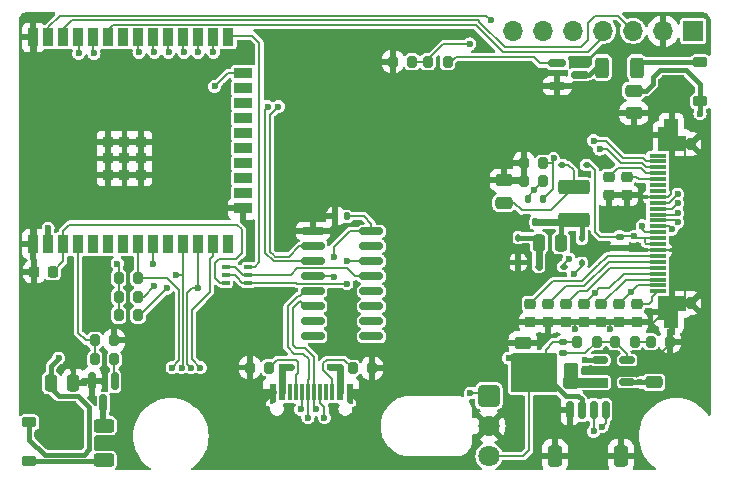
<source format=gbr>
%TF.GenerationSoftware,KiCad,Pcbnew,8.0.7*%
%TF.CreationDate,2025-01-23T23:10:57+01:00*%
%TF.ProjectId,scd30_esp,73636433-305f-4657-9370-2e6b69636164,rev?*%
%TF.SameCoordinates,Original*%
%TF.FileFunction,Copper,L1,Top*%
%TF.FilePolarity,Positive*%
%FSLAX46Y46*%
G04 Gerber Fmt 4.6, Leading zero omitted, Abs format (unit mm)*
G04 Created by KiCad (PCBNEW 8.0.7) date 2025-01-23 23:10:57*
%MOMM*%
%LPD*%
G01*
G04 APERTURE LIST*
G04 Aperture macros list*
%AMRoundRect*
0 Rectangle with rounded corners*
0 $1 Rounding radius*
0 $2 $3 $4 $5 $6 $7 $8 $9 X,Y pos of 4 corners*
0 Add a 4 corners polygon primitive as box body*
4,1,4,$2,$3,$4,$5,$6,$7,$8,$9,$2,$3,0*
0 Add four circle primitives for the rounded corners*
1,1,$1+$1,$2,$3*
1,1,$1+$1,$4,$5*
1,1,$1+$1,$6,$7*
1,1,$1+$1,$8,$9*
0 Add four rect primitives between the rounded corners*
20,1,$1+$1,$2,$3,$4,$5,0*
20,1,$1+$1,$4,$5,$6,$7,0*
20,1,$1+$1,$6,$7,$8,$9,0*
20,1,$1+$1,$8,$9,$2,$3,0*%
%AMFreePoly0*
4,1,21,0.978536,0.803536,0.980000,0.800000,0.980000,-1.500000,0.978536,-1.503536,0.975000,-1.505000,-0.275000,-1.505000,-0.278536,-1.503536,-0.280000,-1.500000,-0.280000,-0.805000,-1.675000,-0.805000,-1.678536,-0.803536,-1.680000,-0.800000,-1.680000,0.300000,-1.678536,0.303536,-1.675000,0.305000,-0.980000,0.305000,-0.980000,0.800000,-0.978536,0.803536,-0.975000,0.805000,0.975000,0.805000,
0.978536,0.803536,0.978536,0.803536,$1*%
%AMFreePoly1*
4,1,21,0.978536,0.803536,0.980000,0.800000,0.980000,0.305000,1.675000,0.305000,1.678536,0.303536,1.680000,0.300000,1.680000,-0.800000,1.678536,-0.803536,1.675000,-0.805000,0.280000,-0.805000,0.280000,-1.500000,0.278536,-1.503536,0.275000,-1.505000,-0.975000,-1.505000,-0.978536,-1.503536,-0.980000,-1.500000,-0.980000,0.800000,-0.978536,0.803536,-0.975000,0.805000,0.975000,0.805000,
0.978536,0.803536,0.978536,0.803536,$1*%
G04 Aperture macros list end*
%TA.AperFunction,SMDPad,CuDef*%
%ADD10RoundRect,0.200000X-0.200000X-0.275000X0.200000X-0.275000X0.200000X0.275000X-0.200000X0.275000X0*%
%TD*%
%TA.AperFunction,SMDPad,CuDef*%
%ADD11RoundRect,0.225000X-0.250000X0.225000X-0.250000X-0.225000X0.250000X-0.225000X0.250000X0.225000X0*%
%TD*%
%TA.AperFunction,SMDPad,CuDef*%
%ADD12RoundRect,0.225000X0.225000X0.250000X-0.225000X0.250000X-0.225000X-0.250000X0.225000X-0.250000X0*%
%TD*%
%TA.AperFunction,SMDPad,CuDef*%
%ADD13RoundRect,0.140000X-0.170000X0.140000X-0.170000X-0.140000X0.170000X-0.140000X0.170000X0.140000X0*%
%TD*%
%TA.AperFunction,SMDPad,CuDef*%
%ADD14R,1.400000X0.300000*%
%TD*%
%TA.AperFunction,SMDPad,CuDef*%
%ADD15FreePoly0,90.000000*%
%TD*%
%TA.AperFunction,SMDPad,CuDef*%
%ADD16FreePoly1,90.000000*%
%TD*%
%TA.AperFunction,SMDPad,CuDef*%
%ADD17RoundRect,0.200000X0.200000X0.275000X-0.200000X0.275000X-0.200000X-0.275000X0.200000X-0.275000X0*%
%TD*%
%TA.AperFunction,ComponentPad*%
%ADD18R,1.700000X1.700000*%
%TD*%
%TA.AperFunction,ComponentPad*%
%ADD19O,1.700000X1.700000*%
%TD*%
%TA.AperFunction,SMDPad,CuDef*%
%ADD20RoundRect,0.250000X0.625000X-0.312500X0.625000X0.312500X-0.625000X0.312500X-0.625000X-0.312500X0*%
%TD*%
%TA.AperFunction,SMDPad,CuDef*%
%ADD21RoundRect,0.075000X0.325000X-0.075000X0.325000X0.075000X-0.325000X0.075000X-0.325000X-0.075000X0*%
%TD*%
%TA.AperFunction,SMDPad,CuDef*%
%ADD22RoundRect,0.200000X0.200000X-0.300000X0.200000X0.300000X-0.200000X0.300000X-0.200000X-0.300000X0*%
%TD*%
%TA.AperFunction,SMDPad,CuDef*%
%ADD23RoundRect,0.112500X0.112500X-0.187500X0.112500X0.187500X-0.112500X0.187500X-0.112500X-0.187500X0*%
%TD*%
%TA.AperFunction,SMDPad,CuDef*%
%ADD24RoundRect,0.150000X-0.150000X-0.625000X0.150000X-0.625000X0.150000X0.625000X-0.150000X0.625000X0*%
%TD*%
%TA.AperFunction,SMDPad,CuDef*%
%ADD25RoundRect,0.250000X-0.350000X-0.650000X0.350000X-0.650000X0.350000X0.650000X-0.350000X0.650000X0*%
%TD*%
%TA.AperFunction,SMDPad,CuDef*%
%ADD26R,0.650000X0.400000*%
%TD*%
%TA.AperFunction,SMDPad,CuDef*%
%ADD27R,0.600000X1.450000*%
%TD*%
%TA.AperFunction,SMDPad,CuDef*%
%ADD28R,0.300000X1.450000*%
%TD*%
%TA.AperFunction,ComponentPad*%
%ADD29O,1.000000X2.100000*%
%TD*%
%TA.AperFunction,ComponentPad*%
%ADD30O,1.000000X1.600000*%
%TD*%
%TA.AperFunction,SMDPad,CuDef*%
%ADD31RoundRect,0.150000X-0.587500X-0.150000X0.587500X-0.150000X0.587500X0.150000X-0.587500X0.150000X0*%
%TD*%
%TA.AperFunction,SMDPad,CuDef*%
%ADD32RoundRect,0.150000X-0.825000X-0.150000X0.825000X-0.150000X0.825000X0.150000X-0.825000X0.150000X0*%
%TD*%
%TA.AperFunction,SMDPad,CuDef*%
%ADD33RoundRect,0.250000X0.475000X-0.250000X0.475000X0.250000X-0.475000X0.250000X-0.475000X-0.250000X0*%
%TD*%
%TA.AperFunction,SMDPad,CuDef*%
%ADD34RoundRect,0.250000X0.312500X0.625000X-0.312500X0.625000X-0.312500X-0.625000X0.312500X-0.625000X0*%
%TD*%
%TA.AperFunction,SMDPad,CuDef*%
%ADD35R,0.900000X1.500000*%
%TD*%
%TA.AperFunction,SMDPad,CuDef*%
%ADD36R,1.500000X0.900000*%
%TD*%
%TA.AperFunction,SMDPad,CuDef*%
%ADD37R,0.900000X0.900000*%
%TD*%
%TA.AperFunction,SMDPad,CuDef*%
%ADD38RoundRect,0.250000X-1.075000X0.375000X-1.075000X-0.375000X1.075000X-0.375000X1.075000X0.375000X0*%
%TD*%
%TA.AperFunction,SMDPad,CuDef*%
%ADD39RoundRect,0.250000X-0.250000X-0.475000X0.250000X-0.475000X0.250000X0.475000X-0.250000X0.475000X0*%
%TD*%
%TA.AperFunction,SMDPad,CuDef*%
%ADD40RoundRect,0.140000X0.140000X0.170000X-0.140000X0.170000X-0.140000X-0.170000X0.140000X-0.170000X0*%
%TD*%
%TA.AperFunction,SMDPad,CuDef*%
%ADD41RoundRect,0.112500X-0.187500X-0.112500X0.187500X-0.112500X0.187500X0.112500X-0.187500X0.112500X0*%
%TD*%
%TA.AperFunction,SMDPad,CuDef*%
%ADD42RoundRect,0.225000X-0.375000X0.225000X-0.375000X-0.225000X0.375000X-0.225000X0.375000X0.225000X0*%
%TD*%
%TA.AperFunction,SMDPad,CuDef*%
%ADD43RoundRect,0.150000X-0.512500X-0.150000X0.512500X-0.150000X0.512500X0.150000X-0.512500X0.150000X0*%
%TD*%
%TA.AperFunction,SMDPad,CuDef*%
%ADD44RoundRect,0.250000X0.250000X0.475000X-0.250000X0.475000X-0.250000X-0.475000X0.250000X-0.475000X0*%
%TD*%
%TA.AperFunction,SMDPad,CuDef*%
%ADD45RoundRect,0.250200X-0.649800X0.649800X-0.649800X-0.649800X0.649800X-0.649800X0.649800X0.649800X0*%
%TD*%
%TA.AperFunction,SMDPad,CuDef*%
%ADD46C,1.800000*%
%TD*%
%TA.AperFunction,SMDPad,CuDef*%
%ADD47RoundRect,0.150000X-0.150000X0.587500X-0.150000X-0.587500X0.150000X-0.587500X0.150000X0.587500X0*%
%TD*%
%TA.AperFunction,SMDPad,CuDef*%
%ADD48RoundRect,0.250000X0.375000X0.850000X-0.375000X0.850000X-0.375000X-0.850000X0.375000X-0.850000X0*%
%TD*%
%TA.AperFunction,SMDPad,CuDef*%
%ADD49RoundRect,0.112500X0.112500X0.237500X-0.112500X0.237500X-0.112500X-0.237500X0.112500X-0.237500X0*%
%TD*%
%TA.AperFunction,SMDPad,CuDef*%
%ADD50RoundRect,0.250000X-0.475000X0.250000X-0.475000X-0.250000X0.475000X-0.250000X0.475000X0.250000X0*%
%TD*%
%TA.AperFunction,SMDPad,CuDef*%
%ADD51RoundRect,0.225000X0.375000X-0.225000X0.375000X0.225000X-0.375000X0.225000X-0.375000X-0.225000X0*%
%TD*%
%TA.AperFunction,ViaPad*%
%ADD52C,0.600000*%
%TD*%
%TA.AperFunction,Conductor*%
%ADD53C,0.200000*%
%TD*%
%TA.AperFunction,Conductor*%
%ADD54C,0.550000*%
%TD*%
%TA.AperFunction,Conductor*%
%ADD55C,0.400000*%
%TD*%
%TA.AperFunction,Conductor*%
%ADD56C,0.600000*%
%TD*%
%TA.AperFunction,Conductor*%
%ADD57C,0.450000*%
%TD*%
G04 APERTURE END LIST*
D10*
%TO.P,R12,1*%
%TO.N,/IR_TX_L*%
X144475000Y-82000000D03*
%TO.P,R12,2*%
%TO.N,Net-(Q2-G)*%
X146125000Y-82000000D03*
%TD*%
%TO.P,R9,1*%
%TO.N,+3V3*%
X118275000Y-103450000D03*
%TO.P,R9,2*%
%TO.N,/QWIIC_SCL*%
X119925000Y-103450000D03*
%TD*%
D11*
%TO.P,C17,1*%
%TO.N,/Waveshare E-ink/VSH2*%
X161300000Y-91750000D03*
%TO.P,C17,2*%
%TO.N,GND*%
X161300000Y-93300000D03*
%TD*%
D12*
%TO.P,C5,1*%
%TO.N,/ESP_EN*%
X112675000Y-99800000D03*
%TO.P,C5,2*%
%TO.N,GND*%
X111125000Y-99800000D03*
%TD*%
D13*
%TO.P,C20,1*%
%TO.N,+3V3*%
X160700000Y-96820000D03*
%TO.P,C20,2*%
%TO.N,GND*%
X160700000Y-97780000D03*
%TD*%
D10*
%TO.P,R3,1*%
%TO.N,Net-(R2-Pad2)*%
X163315000Y-105700000D03*
%TO.P,R3,2*%
%TO.N,GND*%
X164965000Y-105700000D03*
%TD*%
D14*
%TO.P,J3,1,Pin_1*%
%TO.N,/Waveshare E-ink/VCOM*%
X163900000Y-101450000D03*
%TO.P,J3,2,Pin_2*%
%TO.N,/Waveshare E-ink/VGL*%
X163900000Y-100950000D03*
%TO.P,J3,3,Pin_3*%
%TO.N,/Waveshare E-ink/VSL*%
X163900000Y-100450000D03*
%TO.P,J3,4,Pin_4*%
%TO.N,/Waveshare E-ink/VGH*%
X163900000Y-99950000D03*
%TO.P,J3,5,Pin_5*%
%TO.N,/Waveshare E-ink/VSH1*%
X163900000Y-99450000D03*
%TO.P,J3,6,Pin_6*%
%TO.N,/Waveshare E-ink/VPP*%
X163900000Y-98950000D03*
%TO.P,J3,7,Pin_7*%
%TO.N,/Waveshare E-ink/V_CORE*%
X163900000Y-98450000D03*
%TO.P,J3,8,Pin_8*%
%TO.N,GND*%
X163900000Y-97950000D03*
%TO.P,J3,9,Pin_9*%
%TO.N,+3V3*%
X163900000Y-97450000D03*
%TO.P,J3,10,Pin_10*%
X163900000Y-96950000D03*
%TO.P,J3,11,Pin_11*%
%TO.N,/DISP_SDA*%
X163900000Y-96450000D03*
%TO.P,J3,12,Pin_12*%
%TO.N,/SCLK*%
X163900000Y-95950000D03*
%TO.P,J3,13,Pin_13*%
%TO.N,/~{DISP_CS}*%
X163900000Y-95450000D03*
%TO.P,J3,14,Pin_14*%
%TO.N,/~{DISP_D{slash}C}*%
X163900000Y-94950000D03*
%TO.P,J3,15,Pin_15*%
%TO.N,/~{DISP_RST}*%
X163900000Y-94450000D03*
%TO.P,J3,16,Pin_16*%
%TO.N,/DISP_BUSY*%
X163900000Y-93950000D03*
%TO.P,J3,17,Pin_17*%
%TO.N,GND*%
X163900000Y-93450000D03*
%TO.P,J3,18,Pin_18*%
%TO.N,/Waveshare E-ink/TSDA*%
X163900000Y-92950000D03*
%TO.P,J3,19,Pin_19*%
%TO.N,/Waveshare E-ink/TSCL*%
X163900000Y-92450000D03*
%TO.P,J3,20,Pin_20*%
%TO.N,/Waveshare E-ink/VSH2*%
X163900000Y-91950000D03*
%TO.P,J3,21,Pin_21*%
%TO.N,Net-(J3-Pin_21)*%
X163900000Y-91450000D03*
%TO.P,J3,22,Pin_22*%
%TO.N,/Waveshare E-ink/RESE*%
X163900000Y-90950000D03*
%TO.P,J3,23,Pin_23*%
%TO.N,/Waveshare E-ink/GDR*%
X163900000Y-90450000D03*
%TO.P,J3,24,Pin_24*%
%TO.N,unconnected-(J3-Pin_24-Pad24)*%
X163900000Y-89950000D03*
D15*
%TO.P,J3,MP,MountPin*%
%TO.N,GND*%
X164800000Y-102875000D03*
D16*
X164800000Y-88525000D03*
%TD*%
D11*
%TO.P,C16,1*%
%TO.N,/Waveshare E-ink/V_CORE*%
X153137500Y-102525000D03*
%TO.P,C16,2*%
%TO.N,GND*%
X153137500Y-104075000D03*
%TD*%
D17*
%TO.P,R13,1*%
%TO.N,/IR_TX_L*%
X143125000Y-82000000D03*
%TO.P,R13,2*%
%TO.N,GND*%
X141475000Y-82000000D03*
%TD*%
D18*
%TO.P,J1,1,Pin_1*%
%TO.N,+3V3*%
X166925000Y-79400000D03*
D19*
%TO.P,J1,2,Pin_2*%
%TO.N,GND*%
X164385000Y-79400000D03*
%TO.P,J1,3,Pin_3*%
%TO.N,/SCL*%
X161845000Y-79400000D03*
%TO.P,J1,4,Pin_4*%
%TO.N,/SDA*%
X159305000Y-79400000D03*
%TO.P,J1,5,Pin_5*%
%TO.N,/RDY*%
X156765000Y-79400000D03*
%TO.P,J1,6,Pin_6*%
%TO.N,/PWM*%
X154225000Y-79400000D03*
%TO.P,J1,7,Pin_7*%
%TO.N,/SEL*%
X151685000Y-79400000D03*
%TD*%
D10*
%TO.P,R4,1*%
%TO.N,Net-(J2-CC2)*%
X138075000Y-107950000D03*
%TO.P,R4,2*%
%TO.N,GND*%
X139725000Y-107950000D03*
%TD*%
D11*
%TO.P,C13,1*%
%TO.N,/Waveshare E-ink/VGH*%
X157637500Y-102525000D03*
%TO.P,C13,2*%
%TO.N,GND*%
X157637500Y-104075000D03*
%TD*%
D17*
%TO.P,R6,1*%
%TO.N,/Waveshare E-ink/RESE*%
X154225000Y-92100000D03*
%TO.P,R6,2*%
%TO.N,GND*%
X152575000Y-92100000D03*
%TD*%
D11*
%TO.P,C10,1*%
%TO.N,/Waveshare E-ink/VCOM*%
X162137500Y-102525000D03*
%TO.P,C10,2*%
%TO.N,GND*%
X162137500Y-104075000D03*
%TD*%
D20*
%TO.P,R16,1*%
%TO.N,Net-(D6-K)*%
X117000000Y-115762500D03*
%TO.P,R16,2*%
%TO.N,Net-(Q4-D)*%
X117000000Y-112837500D03*
%TD*%
D21*
%TO.P,REF\u002A\u002A,1*%
%TO.N,N/C*%
X164200000Y-101450000D03*
%TO.P,REF\u002A\u002A,2*%
X164200000Y-100950000D03*
%TO.P,REF\u002A\u002A,3*%
X164200000Y-100450000D03*
%TO.P,REF\u002A\u002A,4*%
X164200000Y-99950000D03*
%TO.P,REF\u002A\u002A,5*%
X164200000Y-99450000D03*
%TO.P,REF\u002A\u002A,6*%
X164200000Y-98950000D03*
%TO.P,REF\u002A\u002A,7*%
X164200000Y-98450000D03*
%TO.P,REF\u002A\u002A,8*%
X164200000Y-97950000D03*
%TO.P,REF\u002A\u002A,9*%
X164200000Y-97450000D03*
%TO.P,REF\u002A\u002A,10*%
X164200000Y-96950000D03*
%TO.P,REF\u002A\u002A,11*%
X164200000Y-96450000D03*
%TO.P,REF\u002A\u002A,12*%
X164200000Y-95950000D03*
%TO.P,REF\u002A\u002A,13*%
X164200000Y-95450000D03*
%TO.P,REF\u002A\u002A,14*%
X164200000Y-94950000D03*
%TO.P,REF\u002A\u002A,15*%
X164200000Y-94450000D03*
%TO.P,REF\u002A\u002A,16*%
X164200000Y-93950000D03*
%TO.P,REF\u002A\u002A,17*%
X164200000Y-93450000D03*
%TO.P,REF\u002A\u002A,18*%
X164200000Y-92950000D03*
%TO.P,REF\u002A\u002A,19*%
X164200000Y-92450000D03*
%TO.P,REF\u002A\u002A,20*%
X164200000Y-91950000D03*
%TO.P,REF\u002A\u002A,21*%
X164200000Y-91450000D03*
%TO.P,REF\u002A\u002A,22*%
X164200000Y-90950000D03*
%TO.P,REF\u002A\u002A,23*%
X164200000Y-90450000D03*
%TO.P,REF\u002A\u002A,24*%
X164200000Y-89950000D03*
D22*
%TO.P,REF\u002A\u002A,MP*%
%TO.N,GND*%
X166700000Y-102450000D03*
X166700000Y-88950000D03*
%TD*%
D23*
%TO.P,D2,1,K*%
%TO.N,GND*%
X152100000Y-99000000D03*
%TO.P,D2,2,A*%
%TO.N,Net-(D2-A)*%
X152100000Y-96900000D03*
%TD*%
D24*
%TO.P,J4,1,Pin_1*%
%TO.N,GND*%
X156500000Y-111500000D03*
%TO.P,J4,2,Pin_2*%
%TO.N,+3V3*%
X157500000Y-111500000D03*
%TO.P,J4,3,Pin_3*%
%TO.N,/QWIIC_SDA*%
X158500000Y-111500000D03*
%TO.P,J4,4,Pin_4*%
%TO.N,/QWIIC_SCL*%
X159500000Y-111500000D03*
D25*
%TO.P,J4,MP,MountPin*%
%TO.N,GND*%
X155200000Y-115375000D03*
X160800000Y-115375000D03*
%TD*%
D26*
%TO.P,Q3,1,S*%
%TO.N,Net-(Q3A-S)*%
X129250000Y-100700000D03*
%TO.P,Q3,2,G*%
%TO.N,Net-(Q3A-G)*%
X129250000Y-100050000D03*
%TO.P,Q3,3,D*%
%TO.N,/ESP_IO0*%
X129250000Y-99400000D03*
%TO.P,Q3,4,S*%
%TO.N,Net-(Q3A-G)*%
X127350000Y-99400000D03*
%TO.P,Q3,5,G*%
%TO.N,Net-(Q3A-S)*%
X127350000Y-100050000D03*
%TO.P,Q3,6,D*%
%TO.N,/ESP_EN*%
X127350000Y-100700000D03*
%TD*%
D27*
%TO.P,J2,A1,GND*%
%TO.N,GND*%
X131325000Y-109955000D03*
%TO.P,J2,A4,VBUS*%
%TO.N,VBUS*%
X132125000Y-109955000D03*
D28*
%TO.P,J2,A5,CC1*%
%TO.N,Net-(J2-CC1)*%
X133325000Y-109955000D03*
%TO.P,J2,A6,D+*%
%TO.N,/D+*%
X134325000Y-109955000D03*
%TO.P,J2,A7,D-*%
%TO.N,/D-*%
X134825000Y-109955000D03*
%TO.P,J2,A8,SBU1*%
%TO.N,unconnected-(J2-SBU1-PadA8)*%
X135825000Y-109955000D03*
D27*
%TO.P,J2,A9,VBUS*%
%TO.N,VBUS*%
X137025000Y-109955000D03*
%TO.P,J2,A12,GND*%
%TO.N,GND*%
X137825000Y-109955000D03*
%TO.P,J2,B1,GND*%
X137825000Y-109955000D03*
%TO.P,J2,B4,VBUS*%
%TO.N,VBUS*%
X137025000Y-109955000D03*
D28*
%TO.P,J2,B5,CC2*%
%TO.N,Net-(J2-CC2)*%
X136325000Y-109955000D03*
%TO.P,J2,B6,D+*%
%TO.N,/D+*%
X135325000Y-109955000D03*
%TO.P,J2,B7,D-*%
%TO.N,/D-*%
X133825000Y-109955000D03*
%TO.P,J2,B8,SBU2*%
%TO.N,unconnected-(J2-SBU2-PadB8)*%
X132825000Y-109955000D03*
D27*
%TO.P,J2,B9,VBUS*%
%TO.N,VBUS*%
X132125000Y-109955000D03*
%TO.P,J2,B12,GND*%
%TO.N,GND*%
X131325000Y-109955000D03*
D29*
%TO.P,J2,S1,SHIELD*%
X130255000Y-110870000D03*
D30*
X130255000Y-115050000D03*
D29*
X138895000Y-110870000D03*
D30*
X138895000Y-115050000D03*
%TD*%
D31*
%TO.P,Q2,1,G*%
%TO.N,Net-(Q2-G)*%
X155425000Y-82150000D03*
%TO.P,Q2,2,S*%
%TO.N,GND*%
X155425000Y-84050000D03*
%TO.P,Q2,3,D*%
%TO.N,Net-(Q2-D)*%
X157300000Y-83100000D03*
%TD*%
D10*
%TO.P,R1,1*%
%TO.N,+3V3*%
X157100000Y-105700000D03*
%TO.P,R1,2*%
%TO.N,Net-(U1-FB)*%
X158750000Y-105700000D03*
%TD*%
D32*
%TO.P,U3,1,GND*%
%TO.N,GND*%
X134725000Y-96355000D03*
%TO.P,U3,2,TXD*%
%TO.N,/MCU_RX+*%
X134725000Y-97625000D03*
%TO.P,U3,3,RXD*%
%TO.N,/MCU_TX-*%
X134725000Y-98895000D03*
%TO.P,U3,4,V3*%
%TO.N,+3V3*%
X134725000Y-100165000D03*
%TO.P,U3,5,UD+*%
%TO.N,/D+*%
X134725000Y-101435000D03*
%TO.P,U3,6,UD-*%
%TO.N,/D-*%
X134725000Y-102705000D03*
%TO.P,U3,7,NC*%
%TO.N,unconnected-(U3-NC-Pad7)*%
X134725000Y-103975000D03*
%TO.P,U3,8,NC*%
%TO.N,unconnected-(U3-NC-Pad8)*%
X134725000Y-105245000D03*
%TO.P,U3,9,~{CTS}*%
%TO.N,unconnected-(U3-~{CTS}-Pad9)*%
X139675000Y-105245000D03*
%TO.P,U3,10,~{DSR}*%
%TO.N,unconnected-(U3-~{DSR}-Pad10)*%
X139675000Y-103975000D03*
%TO.P,U3,11,~{RI}*%
%TO.N,unconnected-(U3-~{RI}-Pad11)*%
X139675000Y-102705000D03*
%TO.P,U3,12,~{DCD}*%
%TO.N,unconnected-(U3-~{DCD}-Pad12)*%
X139675000Y-101435000D03*
%TO.P,U3,13,~{DTR}*%
%TO.N,Net-(Q3A-G)*%
X139675000Y-100165000D03*
%TO.P,U3,14,~{RTS}*%
%TO.N,Net-(Q3A-S)*%
X139675000Y-98895000D03*
%TO.P,U3,15,R232*%
%TO.N,unconnected-(U3-R232-Pad15)*%
X139675000Y-97625000D03*
%TO.P,U3,16,VCC*%
%TO.N,+3V3*%
X139675000Y-96355000D03*
%TD*%
D11*
%TO.P,C15,1*%
%TO.N,/Waveshare E-ink/VPP*%
X154637500Y-102525000D03*
%TO.P,C15,2*%
%TO.N,GND*%
X154637500Y-104075000D03*
%TD*%
D33*
%TO.P,C9,1*%
%TO.N,Net-(D1-K)*%
X150900000Y-93950000D03*
%TO.P,C9,2*%
%TO.N,GND*%
X150900000Y-92050000D03*
%TD*%
D11*
%TO.P,C18,1*%
%TO.N,Net-(J3-Pin_21)*%
X159800000Y-91750000D03*
%TO.P,C18,2*%
%TO.N,GND*%
X159800000Y-93300000D03*
%TD*%
D34*
%TO.P,R11,1*%
%TO.N,Net-(D5-K)*%
X162125000Y-82500000D03*
%TO.P,R11,2*%
%TO.N,Net-(Q2-D)*%
X159200000Y-82500000D03*
%TD*%
D35*
%TO.P,U2,1,GND*%
%TO.N,GND*%
X111050000Y-97450000D03*
%TO.P,U2,2,3V3*%
%TO.N,+3V3*%
X112320000Y-97450000D03*
%TO.P,U2,3,EN/CHIP_PU*%
%TO.N,/ESP_EN*%
X113590000Y-97450000D03*
%TO.P,U2,4,SENSOR_VP/GPIO36/ADC1_CH0*%
%TO.N,/IR_TX_R*%
X114860000Y-97450000D03*
%TO.P,U2,5,SENSOR_VN/GPIO39/ADC1_CH3*%
%TO.N,unconnected-(U2-SENSOR_VN{slash}GPIO39{slash}ADC1_CH3-Pad5)*%
X116130000Y-97450000D03*
%TO.P,U2,6,GPIO34/ADC1_CH6*%
%TO.N,unconnected-(U2-GPIO34{slash}ADC1_CH6-Pad6)*%
X117400000Y-97450000D03*
%TO.P,U2,7,GPIO35/ADC1_CH7*%
%TO.N,unconnected-(U2-GPIO35{slash}ADC1_CH7-Pad7)*%
X118670000Y-97450000D03*
%TO.P,U2,8,32K_XP/GPIO32/ADC1_CH4*%
%TO.N,/BTN*%
X119940000Y-97450000D03*
%TO.P,U2,9,32K_XN/GPIO33/ADC1_CH5*%
%TO.N,/TOUCH*%
X121210000Y-97450000D03*
%TO.P,U2,10,DAC_1/ADC2_CH8/GPIO25*%
%TO.N,unconnected-(U2-DAC_1{slash}ADC2_CH8{slash}GPIO25-Pad10)*%
X122480000Y-97450000D03*
%TO.P,U2,11,DAC_2/ADC2_CH9/GPIO26*%
%TO.N,/QWIIC_SDA*%
X123750000Y-97450000D03*
%TO.P,U2,12,ADC2_CH7/GPIO27*%
%TO.N,/QWIIC_SCL*%
X125020000Y-97450000D03*
%TO.P,U2,13,MTMS/GPIO14/ADC2_CH6*%
%TO.N,/IR_RX*%
X126290000Y-97450000D03*
%TO.P,U2,14,MTDI/GPIO12/ADC2_CH5*%
%TO.N,unconnected-(U2-MTDI{slash}GPIO12{slash}ADC2_CH5-Pad14)*%
X127560000Y-97450000D03*
D36*
%TO.P,U2,15,GND*%
%TO.N,GND*%
X128810000Y-94420000D03*
%TO.P,U2,16,MTCK/GPIO13/ADC2_CH4*%
%TO.N,unconnected-(U2-MTCK{slash}GPIO13{slash}ADC2_CH4-Pad16)*%
X128810000Y-93150000D03*
%TO.P,U2,17*%
%TO.N,N/C*%
X128810000Y-91880000D03*
%TO.P,U2,18*%
X128810000Y-90610000D03*
%TO.P,U2,19*%
X128810000Y-89340000D03*
%TO.P,U2,20*%
X128810000Y-88070000D03*
%TO.P,U2,21*%
X128810000Y-86800000D03*
%TO.P,U2,22*%
X128810000Y-85530000D03*
%TO.P,U2,23,MTDO/GPIO15/ADC2_CH3*%
%TO.N,unconnected-(U2-MTDO{slash}GPIO15{slash}ADC2_CH3-Pad23)*%
X128810000Y-84260000D03*
%TO.P,U2,24,ADC2_CH2/GPIO2*%
%TO.N,/status_led*%
X128810000Y-82990000D03*
D35*
%TO.P,U2,25,GPIO0/BOOT/ADC2_CH1*%
%TO.N,/ESP_IO0*%
X127560000Y-79950000D03*
%TO.P,U2,26,ADC2_CH0/GPIO4*%
%TO.N,/DISP_BUSY*%
X126290000Y-79950000D03*
%TO.P,U2,27,GPIO16*%
%TO.N,/~{DISP_RST}*%
X125020000Y-79950000D03*
%TO.P,U2,28,GPIO17*%
%TO.N,/~{DISP_D{slash}C}*%
X123750000Y-79950000D03*
%TO.P,U2,29,GPIO5*%
%TO.N,/~{DISP_CS}*%
X122480000Y-79950000D03*
%TO.P,U2,30,GPIO18*%
%TO.N,/SCLK*%
X121210000Y-79950000D03*
%TO.P,U2,31,GPIO19*%
%TO.N,/DISP_SDA*%
X119940000Y-79950000D03*
%TO.P,U2,32*%
%TO.N,N/C*%
X118670000Y-79950000D03*
%TO.P,U2,33,GPIO21*%
%TO.N,/SDA*%
X117400000Y-79950000D03*
%TO.P,U2,34,U0RXD/GPIO3*%
%TO.N,/MCU_RX+*%
X116130000Y-79950000D03*
%TO.P,U2,35,U0TXD/GPIO1*%
%TO.N,/MCU_TX-*%
X114860000Y-79950000D03*
%TO.P,U2,36,GPIO22*%
%TO.N,/SCL*%
X113590000Y-79950000D03*
%TO.P,U2,37,GPIO23*%
%TO.N,/IR_TX_L*%
X112320000Y-79950000D03*
%TO.P,U2,38,GND*%
%TO.N,GND*%
X111050000Y-79950000D03*
D37*
%TO.P,U2,39,GND_THERMAL*%
X117370000Y-91600000D03*
X117370000Y-91600000D03*
X118770000Y-91600000D03*
X120170000Y-91600000D03*
X120170000Y-91600000D03*
X117370000Y-90200000D03*
X118770000Y-90200000D03*
X120170000Y-90200000D03*
X120170000Y-90200000D03*
X117370000Y-88800000D03*
X118770000Y-88800000D03*
X120170000Y-88800000D03*
%TD*%
D10*
%TO.P,R15,1*%
%TO.N,/IR_TX_R*%
X116250000Y-107200000D03*
%TO.P,R15,2*%
%TO.N,Net-(Q4-G)*%
X117900000Y-107200000D03*
%TD*%
D38*
%TO.P,L2,1*%
%TO.N,Net-(D1-K)*%
X156800000Y-92650000D03*
%TO.P,L2,2*%
%TO.N,Net-(D4-A)*%
X156800000Y-95450000D03*
%TD*%
D17*
%TO.P,R5,1*%
%TO.N,Net-(J2-CC1)*%
X131025000Y-107900000D03*
%TO.P,R5,2*%
%TO.N,GND*%
X129375000Y-107900000D03*
%TD*%
D11*
%TO.P,C11,1*%
%TO.N,/Waveshare E-ink/VGL*%
X160637500Y-102525000D03*
%TO.P,C11,2*%
%TO.N,GND*%
X160637500Y-104075000D03*
%TD*%
D10*
%TO.P,R14,1*%
%TO.N,/IR_TX_R*%
X116250000Y-105600000D03*
%TO.P,R14,2*%
%TO.N,GND*%
X117900000Y-105600000D03*
%TD*%
D33*
%TO.P,C2,1*%
%TO.N,+3V3*%
X152500000Y-107700000D03*
%TO.P,C2,2*%
%TO.N,GND*%
X152500000Y-105800000D03*
%TD*%
D39*
%TO.P,C7,1*%
%TO.N,+3V3*%
X112550000Y-109200000D03*
%TO.P,C7,2*%
%TO.N,GND*%
X114450000Y-109200000D03*
%TD*%
D40*
%TO.P,C4,1*%
%TO.N,+3V3*%
X137575000Y-95095000D03*
%TO.P,C4,2*%
%TO.N,GND*%
X136615000Y-95095000D03*
%TD*%
D41*
%TO.P,D3,1,K*%
%TO.N,Net-(D2-A)*%
X153850000Y-99350000D03*
%TO.P,D3,2,A*%
%TO.N,/Waveshare E-ink/VGL*%
X155950000Y-99350000D03*
%TD*%
%TO.P,D1,1,K*%
%TO.N,Net-(D1-K)*%
X155800000Y-90750000D03*
%TO.P,D1,2,A*%
%TO.N,+3V3*%
X157900000Y-90750000D03*
%TD*%
D42*
%TO.P,D5,1,K*%
%TO.N,Net-(D5-K)*%
X167500000Y-82050000D03*
%TO.P,D5,2,A*%
%TO.N,+3V3*%
X167500000Y-85350000D03*
%TD*%
D13*
%TO.P,C1,1*%
%TO.N,+3V3*%
X155900000Y-105720000D03*
%TO.P,C1,2*%
%TO.N,Net-(U1-FB)*%
X155900000Y-106680000D03*
%TD*%
D17*
%TO.P,R7,1*%
%TO.N,/Waveshare E-ink/GDR*%
X154225000Y-90600000D03*
%TO.P,R7,2*%
%TO.N,GND*%
X152575000Y-90600000D03*
%TD*%
D43*
%TO.P,U1,1,EN*%
%TO.N,VBUS*%
X159062500Y-107260000D03*
%TO.P,U1,2,GND*%
%TO.N,GND*%
X159062500Y-108210000D03*
%TO.P,U1,3,SW*%
%TO.N,Net-(U1-SW)*%
X159062500Y-109160000D03*
%TO.P,U1,4,VIN*%
%TO.N,VBUS*%
X161337500Y-109160000D03*
%TO.P,U1,5,PG*%
%TO.N,GND*%
X161337500Y-108210000D03*
%TO.P,U1,6,FB*%
%TO.N,Net-(U1-FB)*%
X161337500Y-107260000D03*
%TD*%
D10*
%TO.P,R8,1*%
%TO.N,+3V3*%
X118275000Y-101900000D03*
%TO.P,R8,2*%
%TO.N,/QWIIC_SDA*%
X119925000Y-101900000D03*
%TD*%
D11*
%TO.P,C14,1*%
%TO.N,/Waveshare E-ink/VSH1*%
X156137500Y-102525000D03*
%TO.P,C14,2*%
%TO.N,GND*%
X156137500Y-104075000D03*
%TD*%
D44*
%TO.P,C8,1*%
%TO.N,Net-(D4-A)*%
X155750000Y-97350000D03*
%TO.P,C8,2*%
%TO.N,Net-(D2-A)*%
X153850000Y-97350000D03*
%TD*%
D23*
%TO.P,D4,1,K*%
%TO.N,/Waveshare E-ink/VGH*%
X157500000Y-99050000D03*
%TO.P,D4,2,A*%
%TO.N,Net-(D4-A)*%
X157500000Y-96950000D03*
%TD*%
D10*
%TO.P,R10,1*%
%TO.N,+3V3*%
X118275000Y-100300000D03*
%TO.P,R10,2*%
%TO.N,/BTN*%
X119925000Y-100300000D03*
%TD*%
D45*
%TO.P,U4,1,OUT*%
%TO.N,/IR_RX*%
X149625000Y-110310000D03*
D46*
%TO.P,U4,2,GND*%
%TO.N,GND*%
X149625000Y-112850000D03*
%TO.P,U4,3,Vs*%
%TO.N,+3V3*%
X149625000Y-115390000D03*
%TD*%
D10*
%TO.P,R2,1*%
%TO.N,Net-(U1-FB)*%
X160315000Y-105700000D03*
%TO.P,R2,2*%
%TO.N,Net-(R2-Pad2)*%
X161965000Y-105700000D03*
%TD*%
D47*
%TO.P,Q4,1,G*%
%TO.N,Net-(Q4-G)*%
X117925000Y-109062500D03*
%TO.P,Q4,2,S*%
%TO.N,GND*%
X116025000Y-109062500D03*
%TO.P,Q4,3,D*%
%TO.N,Net-(Q4-D)*%
X116975000Y-110937500D03*
%TD*%
D48*
%TO.P,L1,1*%
%TO.N,Net-(U1-SW)*%
X156575000Y-108600000D03*
%TO.P,L1,2*%
%TO.N,+3V3*%
X154425000Y-108600000D03*
%TD*%
D49*
%TO.P,Q1,1,G*%
%TO.N,/Waveshare E-ink/GDR*%
X154200000Y-93600000D03*
%TO.P,Q1,2,S*%
%TO.N,/Waveshare E-ink/RESE*%
X152900000Y-93600000D03*
%TO.P,Q1,3,D*%
%TO.N,Net-(D4-A)*%
X153550000Y-95600000D03*
%TD*%
D33*
%TO.P,C3,1*%
%TO.N,VBUS*%
X163600000Y-109160000D03*
%TO.P,C3,2*%
%TO.N,GND*%
X163600000Y-107260000D03*
%TD*%
D11*
%TO.P,C12,1*%
%TO.N,/Waveshare E-ink/VSL*%
X159137500Y-102525000D03*
%TO.P,C12,2*%
%TO.N,GND*%
X159137500Y-104075000D03*
%TD*%
D50*
%TO.P,C6,1*%
%TO.N,+3V3*%
X161900000Y-84450000D03*
%TO.P,C6,2*%
%TO.N,GND*%
X161900000Y-86350000D03*
%TD*%
D51*
%TO.P,D6,1,K*%
%TO.N,Net-(D6-K)*%
X110700000Y-115850000D03*
%TO.P,D6,2,A*%
%TO.N,+3V3*%
X110700000Y-112550000D03*
%TD*%
D52*
%TO.N,+3V3*%
X151300000Y-107100000D03*
X118150000Y-99100000D03*
X136500000Y-98500000D03*
X161900000Y-96800000D03*
X113200000Y-107100000D03*
X136500000Y-100200000D03*
X112300000Y-96100000D03*
X167500000Y-86400000D03*
%TO.N,GND*%
X126800000Y-95000000D03*
X131650000Y-106250000D03*
X156700000Y-90200000D03*
X160200000Y-108200000D03*
X160200000Y-109200000D03*
X156900000Y-104600000D03*
X133500000Y-112650000D03*
X141300000Y-103300000D03*
X128400000Y-116200000D03*
X119200000Y-107900000D03*
X145550000Y-106300000D03*
X125250000Y-106050000D03*
X132600000Y-101450000D03*
X115100000Y-106300000D03*
X159700000Y-95900000D03*
X114700000Y-111400000D03*
X160600000Y-80300000D03*
X111050000Y-81600000D03*
X116100000Y-110600000D03*
X151300000Y-90700000D03*
X129300000Y-80500000D03*
X121600000Y-106300000D03*
X125250000Y-103300000D03*
X111200000Y-105700000D03*
X130900000Y-84000000D03*
X151700000Y-104100000D03*
X139200000Y-79800000D03*
X118770000Y-88800000D03*
X140200000Y-84000000D03*
X128250000Y-101750000D03*
X136650000Y-114750000D03*
X117370000Y-88800000D03*
X127600000Y-107900000D03*
X132400000Y-114750000D03*
X151650000Y-116200000D03*
X116000000Y-82700000D03*
X153750000Y-114600000D03*
X154200000Y-105400000D03*
X128900000Y-111700000D03*
X135900000Y-84000000D03*
X120170000Y-91600000D03*
X111050000Y-95700000D03*
X164300000Y-89200000D03*
X118770000Y-91600000D03*
X121200000Y-83400000D03*
X118770000Y-90200000D03*
X114400000Y-107900000D03*
X115700000Y-99000000D03*
X122600000Y-104800000D03*
X122800000Y-85700000D03*
X114000000Y-99700000D03*
X118800000Y-85600000D03*
X128400000Y-115000000D03*
X120170000Y-88800000D03*
X158000000Y-115750000D03*
X127300000Y-86000000D03*
X159700000Y-87200000D03*
X135400000Y-80100000D03*
X165100000Y-99300000D03*
X127400000Y-84100000D03*
X163500000Y-104600000D03*
X157800000Y-108200000D03*
X119200000Y-99000000D03*
X110400000Y-78300000D03*
X167200000Y-96100000D03*
X111800000Y-78200000D03*
X155100000Y-87400000D03*
X127700000Y-106300000D03*
X119300000Y-95000000D03*
X162500000Y-107500000D03*
X121700000Y-107900000D03*
X127300000Y-91100000D03*
X117000000Y-114300000D03*
X167100000Y-109000000D03*
X141400000Y-97300000D03*
X160200000Y-106800000D03*
X137200000Y-101700000D03*
X132700000Y-111400000D03*
X125300000Y-116300000D03*
X113200000Y-105200000D03*
X119400000Y-106100000D03*
X162550000Y-116300000D03*
X141100000Y-108750000D03*
X153700000Y-100800000D03*
X151900000Y-110900000D03*
X150400000Y-108650000D03*
X112400000Y-114500000D03*
X137200000Y-105400000D03*
X167000000Y-105900000D03*
X120000000Y-110300000D03*
X111050000Y-90900000D03*
X110200000Y-111400000D03*
X151900000Y-95800000D03*
X126200000Y-110100000D03*
X167200000Y-97500000D03*
X113600000Y-102500000D03*
X120170000Y-90200000D03*
X136400000Y-112650000D03*
X154900000Y-99400000D03*
X152200000Y-113100000D03*
X112800000Y-81300000D03*
X162600000Y-94900000D03*
X111050000Y-87000000D03*
X111400000Y-102500000D03*
X129400000Y-98100000D03*
X166000000Y-89200000D03*
X165100000Y-104200000D03*
X145900000Y-83900000D03*
X167200000Y-101200000D03*
X111500000Y-113600000D03*
X115000000Y-114500000D03*
X159000000Y-97800000D03*
X164300000Y-102200000D03*
X153900000Y-113100000D03*
X153800000Y-110800000D03*
X152150000Y-114500000D03*
X111050000Y-83800000D03*
X166000000Y-102200000D03*
X159900000Y-104600000D03*
X150400000Y-106300000D03*
X132700000Y-96100000D03*
X159700000Y-90600000D03*
X164900000Y-108000000D03*
X160600000Y-88800000D03*
X136500000Y-111400000D03*
X157100000Y-113400000D03*
X114200000Y-95000000D03*
X117800000Y-110400000D03*
X117000000Y-109100000D03*
X165100000Y-87200000D03*
X117370000Y-90200000D03*
X115800000Y-102500000D03*
X130900000Y-80400000D03*
X120000000Y-116300000D03*
X135300000Y-106400000D03*
X117370000Y-91600000D03*
X145550000Y-108600000D03*
%TO.N,VBUS*%
X162440000Y-109160000D03*
X132125000Y-107855000D03*
X157800000Y-107300000D03*
X132900000Y-107855000D03*
X136200000Y-107855000D03*
X137000000Y-107855000D03*
%TO.N,/MCU_RX+*%
X116200000Y-81300000D03*
X131800000Y-85800000D03*
%TO.N,/MCU_TX-*%
X130900000Y-85800000D03*
X114900000Y-81300000D03*
%TO.N,/D-*%
X133700000Y-111450000D03*
X135000000Y-111450000D03*
%TO.N,/D+*%
X135700000Y-112150000D03*
X134300000Y-112150000D03*
%TO.N,Net-(Q3A-S)*%
X137600000Y-98900000D03*
X137600000Y-100800000D03*
%TO.N,/Waveshare E-ink/VGL*%
X161681250Y-101481250D03*
X156400000Y-98700000D03*
%TO.N,/Waveshare E-ink/VGH*%
X156800000Y-100000000D03*
X158581250Y-101581250D03*
%TO.N,/~{DISP_CS}*%
X165600000Y-95600000D03*
X122500000Y-81200000D03*
%TO.N,/Waveshare E-ink/GDR*%
X158500000Y-88700000D03*
X155100000Y-90200000D03*
%TO.N,/Waveshare E-ink/RESE*%
X159000000Y-89400000D03*
X153443750Y-92881250D03*
%TO.N,/SCLK*%
X165100000Y-96200000D03*
X121300000Y-81200000D03*
%TO.N,/~{DISP_RST}*%
X125000000Y-81200000D03*
X165600000Y-94000000D03*
%TO.N,/~{DISP_D{slash}C}*%
X165600000Y-94800000D03*
X123800000Y-81200000D03*
%TO.N,/DISP_BUSY*%
X165600000Y-93200000D03*
X126300000Y-81200000D03*
%TO.N,/QWIIC_SCL*%
X125000000Y-101200000D03*
X159200000Y-112900000D03*
X122350000Y-101200000D03*
X124400000Y-107900000D03*
%TO.N,/QWIIC_SDA*%
X158500000Y-113300000D03*
X123150000Y-100050000D03*
X123600000Y-107900000D03*
X121300000Y-101000000D03*
%TO.N,/TOUCH*%
X121200000Y-99100000D03*
%TO.N,/IR_RX*%
X125200000Y-107900000D03*
X148050000Y-110050000D03*
%TO.N,/DISP_SDA*%
X120000000Y-81200000D03*
X162600000Y-95900000D03*
%TO.N,/BTN*%
X122800000Y-107900000D03*
%TO.N,/IR_TX_L*%
X149800000Y-78500000D03*
X148000000Y-80500000D03*
%TO.N,/status_led*%
X126400000Y-84100000D03*
%TD*%
D53*
%TO.N,+3V3*%
X136465000Y-100165000D02*
X136500000Y-100200000D01*
X137575000Y-95095000D02*
X139060000Y-95095000D01*
X136500000Y-97700000D02*
X136500000Y-98500000D01*
X153000000Y-109500000D02*
X153525000Y-109500000D01*
X153525000Y-109500000D02*
X154425000Y-108600000D01*
D54*
X112300000Y-96100000D02*
X112300000Y-97430000D01*
D55*
X110650000Y-112500000D02*
X110700000Y-112550000D01*
D53*
X136700000Y-97500000D02*
X136500000Y-97700000D01*
X163900000Y-97450000D02*
X162950000Y-97450000D01*
D55*
X166300000Y-82700000D02*
X167500000Y-83900000D01*
X167500000Y-86400000D02*
X167500000Y-85350000D01*
D53*
X155900000Y-105720000D02*
X155080000Y-105720000D01*
D54*
X112300000Y-97430000D02*
X112320000Y-97450000D01*
D53*
X158600000Y-91150000D02*
X158200000Y-90750000D01*
X155900000Y-105720000D02*
X157080000Y-105720000D01*
X163900000Y-96950000D02*
X162900000Y-96950000D01*
D55*
X163500000Y-83900000D02*
X163500000Y-83300000D01*
X115775000Y-111275000D02*
X115775000Y-114825000D01*
D53*
X139675000Y-95710000D02*
X139675000Y-96355000D01*
X158200000Y-90750000D02*
X157900000Y-90750000D01*
X118275000Y-103450000D02*
X118275000Y-100300000D01*
D55*
X112000000Y-115300000D02*
X110700000Y-114000000D01*
D53*
X159020000Y-96820000D02*
X158600000Y-96400000D01*
X162900000Y-96950000D02*
X162050000Y-96950000D01*
X118275000Y-100300000D02*
X118275000Y-99225000D01*
D55*
X164100000Y-82700000D02*
X166300000Y-82700000D01*
D53*
X161900000Y-96800000D02*
X160720000Y-96800000D01*
D55*
X163500000Y-83300000D02*
X164100000Y-82700000D01*
D53*
X154425000Y-106375000D02*
X154425000Y-108600000D01*
X162950000Y-97450000D02*
X162800000Y-97300000D01*
X137845000Y-96355000D02*
X136700000Y-97500000D01*
D55*
X112550000Y-109650000D02*
X113200000Y-110300000D01*
X157200000Y-110300000D02*
X157500000Y-110600000D01*
D53*
X162050000Y-96950000D02*
X161900000Y-96800000D01*
X139060000Y-95095000D02*
X139675000Y-95710000D01*
X134725000Y-100165000D02*
X135698592Y-100165000D01*
D55*
X157200000Y-110300000D02*
X156125000Y-110300000D01*
D53*
X162800000Y-97300000D02*
X162800000Y-96950000D01*
D55*
X156125000Y-110300000D02*
X154425000Y-108600000D01*
D53*
X153000000Y-114900000D02*
X153000000Y-109500000D01*
D55*
X115300000Y-115300000D02*
X112000000Y-115300000D01*
D53*
X160720000Y-96800000D02*
X160700000Y-96820000D01*
X160700000Y-96820000D02*
X159020000Y-96820000D01*
D55*
X113200000Y-110300000D02*
X114800000Y-110300000D01*
D53*
X162900000Y-96950000D02*
X162800000Y-96950000D01*
X149625000Y-115390000D02*
X152510000Y-115390000D01*
D55*
X115775000Y-114825000D02*
X115300000Y-115300000D01*
X151300000Y-107100000D02*
X151900000Y-107100000D01*
X162950000Y-84450000D02*
X163500000Y-83900000D01*
X110700000Y-114000000D02*
X110700000Y-112550000D01*
D53*
X152510000Y-115390000D02*
X153000000Y-114900000D01*
X155080000Y-105720000D02*
X154425000Y-106375000D01*
D55*
X161900000Y-84450000D02*
X162950000Y-84450000D01*
X113200000Y-107100000D02*
X112550000Y-107750000D01*
X167500000Y-83900000D02*
X167500000Y-85350000D01*
X157500000Y-110600000D02*
X157500000Y-111500000D01*
X151900000Y-107100000D02*
X152500000Y-107700000D01*
D53*
X118275000Y-99225000D02*
X118150000Y-99100000D01*
D55*
X114800000Y-110300000D02*
X115775000Y-111275000D01*
D53*
X134725000Y-100165000D02*
X136465000Y-100165000D01*
D55*
X112550000Y-107750000D02*
X112550000Y-109650000D01*
D53*
X139675000Y-96355000D02*
X137845000Y-96355000D01*
X158600000Y-96400000D02*
X158600000Y-91150000D01*
X157080000Y-105720000D02*
X157100000Y-105700000D01*
%TO.N,Net-(U1-FB)*%
X157770000Y-106680000D02*
X158750000Y-105700000D01*
X161337500Y-107260000D02*
X161337500Y-106722500D01*
X158750000Y-105700000D02*
X160315000Y-105700000D01*
X161337500Y-106722500D02*
X160315000Y-105700000D01*
X155900000Y-106680000D02*
X157770000Y-106680000D01*
D55*
%TO.N,GND*%
X153137500Y-104075000D02*
X156900000Y-104075000D01*
D56*
X137980000Y-109955000D02*
X138895000Y-110870000D01*
D53*
X164965000Y-105700000D02*
X164965000Y-105895000D01*
D56*
X138932500Y-113002500D02*
X138895000Y-113040000D01*
D53*
X134725000Y-95730000D02*
X134725000Y-96355000D01*
X163900000Y-93450000D02*
X164750000Y-93450000D01*
X163900000Y-97950000D02*
X166187500Y-97950000D01*
D55*
X156900000Y-104075000D02*
X159900000Y-104075000D01*
D56*
X131170000Y-109955000D02*
X130255000Y-110870000D01*
D53*
X135360000Y-95095000D02*
X134725000Y-95730000D01*
D56*
X111050000Y-90900000D02*
X111050000Y-95700000D01*
X111050000Y-83800000D02*
X111050000Y-87000000D01*
X130255000Y-115050000D02*
X130255000Y-110870000D01*
D53*
X159900000Y-104600000D02*
X159900000Y-104075000D01*
D55*
X159900000Y-104075000D02*
X162137500Y-104075000D01*
D53*
X164965000Y-103040000D02*
X164800000Y-102875000D01*
D55*
X161337500Y-108210000D02*
X162650000Y-108210000D01*
D53*
X166187500Y-97950000D02*
X166187500Y-93450000D01*
D56*
X137825000Y-109955000D02*
X137980000Y-109955000D01*
D53*
X163900000Y-97950000D02*
X162850000Y-97950000D01*
X165462500Y-102875000D02*
X166187500Y-102150000D01*
X162262500Y-93450000D02*
X162087500Y-93275000D01*
X165400000Y-92300000D02*
X166187500Y-92300000D01*
X166187500Y-92300000D02*
X166187500Y-89100000D01*
D56*
X111050000Y-79950000D02*
X111050000Y-81600000D01*
D53*
X166187500Y-93450000D02*
X166187500Y-92500000D01*
X163600000Y-104075000D02*
X164800000Y-102875000D01*
X165000000Y-93200000D02*
X165000000Y-92700000D01*
D56*
X111050000Y-81600000D02*
X111050000Y-83800000D01*
D55*
X162650000Y-108210000D02*
X163600000Y-107260000D01*
D53*
X164750000Y-93450000D02*
X165000000Y-93200000D01*
X162850000Y-97950000D02*
X162680000Y-97780000D01*
X162680000Y-97780000D02*
X160700000Y-97780000D01*
X163900000Y-93450000D02*
X162262500Y-93450000D01*
X164965000Y-105895000D02*
X163600000Y-107260000D01*
X164965000Y-105700000D02*
X164965000Y-103040000D01*
X166187500Y-102150000D02*
X166187500Y-97950000D01*
D56*
X138895000Y-115050000D02*
X130255000Y-115050000D01*
D53*
X166187500Y-89100000D02*
X165787500Y-88700000D01*
X156900000Y-104600000D02*
X156900000Y-104075000D01*
D56*
X138895000Y-113040000D02*
X138895000Y-115050000D01*
X131325000Y-109955000D02*
X131170000Y-109955000D01*
D53*
X136615000Y-95095000D02*
X135360000Y-95095000D01*
D56*
X138895000Y-110870000D02*
X138895000Y-113040000D01*
X111050000Y-95700000D02*
X111050000Y-97450000D01*
D53*
X162087500Y-93275000D02*
X160587500Y-93275000D01*
X166187500Y-92500000D02*
X166187500Y-92300000D01*
D56*
X111050000Y-87000000D02*
X111050000Y-90900000D01*
D53*
X164800000Y-102875000D02*
X165462500Y-102875000D01*
D55*
X152662500Y-104075000D02*
X153137500Y-104075000D01*
D53*
X165000000Y-92700000D02*
X165400000Y-92300000D01*
X153137500Y-104075000D02*
X163600000Y-104075000D01*
D56*
%TO.N,VBUS*%
X137025000Y-107855000D02*
X137025000Y-109955000D01*
D53*
X161340000Y-109162500D02*
X161337500Y-109160000D01*
D56*
X137025000Y-107855000D02*
X137000000Y-107855000D01*
X132125000Y-107855000D02*
X132900000Y-107855000D01*
X132125000Y-109955000D02*
X132125000Y-107855000D01*
D55*
X159062500Y-107260000D02*
X157840000Y-107260000D01*
D56*
X137000000Y-107855000D02*
X136200000Y-107855000D01*
D55*
X163600000Y-109160000D02*
X162440000Y-109160000D01*
X162440000Y-109160000D02*
X161337500Y-109160000D01*
X157840000Y-107260000D02*
X157800000Y-107300000D01*
D53*
%TO.N,/ESP_EN*%
X114100000Y-95800000D02*
X128300000Y-95800000D01*
X126800000Y-98700000D02*
X128200000Y-98700000D01*
X113590000Y-98885000D02*
X112675000Y-99800000D01*
X126450000Y-99050000D02*
X126800000Y-98700000D01*
X113590000Y-97450000D02*
X113590000Y-98885000D01*
X128700000Y-96200000D02*
X128300000Y-95800000D01*
X113590000Y-96310000D02*
X114100000Y-95800000D01*
X128200000Y-98700000D02*
X128700000Y-98200000D01*
X113590000Y-97450000D02*
X113590000Y-96310000D01*
X126850000Y-100700000D02*
X126450000Y-100300000D01*
X127350000Y-100700000D02*
X126850000Y-100700000D01*
X126450000Y-100300000D02*
X126450000Y-99050000D01*
X128700000Y-98200000D02*
X128700000Y-96200000D01*
%TO.N,/SDA*%
X148500000Y-78900000D02*
X150800000Y-81200000D01*
X159305000Y-79895000D02*
X159305000Y-79400000D01*
X150800000Y-81200000D02*
X158000000Y-81200000D01*
X158000000Y-81200000D02*
X159305000Y-79895000D01*
X117800000Y-78900000D02*
X148500000Y-78900000D01*
X117400000Y-79950000D02*
X117400000Y-79300000D01*
X117400000Y-79300000D02*
X117800000Y-78900000D01*
%TO.N,/SCL*%
X158000000Y-78700000D02*
X158000000Y-80200000D01*
X161845000Y-79400000D02*
X160545000Y-78100000D01*
X114300000Y-78500000D02*
X148700000Y-78500000D01*
X160545000Y-78100000D02*
X158600000Y-78100000D01*
X148700000Y-78500000D02*
X148900000Y-78700000D01*
X158000000Y-80200000D02*
X157400000Y-80800000D01*
X158600000Y-78100000D02*
X158000000Y-78700000D01*
X157400000Y-80800000D02*
X151000000Y-80800000D01*
X151000000Y-80800000D02*
X148900000Y-78700000D01*
X113590000Y-79950000D02*
X113590000Y-79210000D01*
X113590000Y-79210000D02*
X114300000Y-78500000D01*
%TO.N,Net-(J2-CC2)*%
X136325000Y-109955000D02*
X136325000Y-108875000D01*
X135600000Y-108150000D02*
X135600000Y-107550000D01*
X136325000Y-108875000D02*
X135600000Y-108150000D01*
X135600000Y-107550000D02*
X135900000Y-107250000D01*
X137375000Y-107250000D02*
X138075000Y-107950000D01*
X135900000Y-107250000D02*
X137375000Y-107250000D01*
%TO.N,Net-(J2-CC1)*%
X131675000Y-107250000D02*
X131025000Y-107900000D01*
X133300000Y-107250000D02*
X131675000Y-107250000D01*
X133500000Y-107450000D02*
X133500000Y-108350000D01*
X133300000Y-107250000D02*
X133500000Y-107450000D01*
X133500000Y-108350000D02*
X133325000Y-108525000D01*
X133325000Y-108525000D02*
X133325000Y-109955000D01*
%TO.N,/ESP_IO0*%
X129600000Y-79800000D02*
X127710000Y-79800000D01*
X129800000Y-99400000D02*
X130200000Y-99000000D01*
X129250000Y-99400000D02*
X129800000Y-99400000D01*
X130200000Y-99000000D02*
X130200000Y-80400000D01*
X130200000Y-80400000D02*
X129600000Y-79800000D01*
X127710000Y-79800000D02*
X127560000Y-79950000D01*
%TO.N,Net-(R2-Pad2)*%
X161965000Y-105700000D02*
X163315000Y-105700000D01*
%TO.N,/MCU_RX+*%
X131100000Y-98100000D02*
X131100000Y-97300000D01*
X133675000Y-97625000D02*
X133575000Y-97625000D01*
X116130000Y-79950000D02*
X116130000Y-81230000D01*
X131400000Y-98400000D02*
X131100000Y-98100000D01*
X131100000Y-97300000D02*
X131100000Y-86500000D01*
X131500000Y-98500000D02*
X131400000Y-98400000D01*
X133575000Y-97625000D02*
X132700000Y-98500000D01*
X116130000Y-81230000D02*
X116200000Y-81300000D01*
X134725000Y-97625000D02*
X133675000Y-97625000D01*
X131100000Y-86500000D02*
X131800000Y-85800000D01*
X132700000Y-98500000D02*
X131500000Y-98500000D01*
%TO.N,/MCU_TX-*%
X130700000Y-96800000D02*
X130700000Y-86000000D01*
X134725000Y-98895000D02*
X131395000Y-98895000D01*
X114900000Y-81300000D02*
X114900000Y-79990000D01*
X114900000Y-79990000D02*
X114860000Y-79950000D01*
X130700000Y-98200000D02*
X130700000Y-96800000D01*
X131395000Y-98895000D02*
X130700000Y-98200000D01*
X130700000Y-86000000D02*
X130900000Y-85800000D01*
%TO.N,/D-*%
X134093200Y-106275000D02*
X134800000Y-106981800D01*
X134800000Y-108842499D02*
X134825000Y-108867499D01*
X133825000Y-111325000D02*
X133825000Y-109955000D01*
X133623200Y-102295000D02*
X133025000Y-102893200D01*
X134050000Y-102705000D02*
X133640000Y-102295000D01*
X133025000Y-102893200D02*
X133025000Y-106006800D01*
X134825000Y-108867499D02*
X134825000Y-109955000D01*
X133293200Y-106275000D02*
X134093200Y-106275000D01*
X134825000Y-111275000D02*
X135000000Y-111450000D01*
X134825000Y-109955000D02*
X134825000Y-111275000D01*
X134800000Y-106981800D02*
X134800000Y-108842499D01*
X133640000Y-102295000D02*
X133623200Y-102295000D01*
X133700000Y-111450000D02*
X133825000Y-111325000D01*
X133025000Y-106006800D02*
X133293200Y-106275000D01*
X134725000Y-102705000D02*
X134050000Y-102705000D01*
%TO.N,/D+*%
X132575000Y-106193200D02*
X133106800Y-106725000D01*
X134350000Y-107168200D02*
X134350000Y-108842499D01*
X134050000Y-101435000D02*
X133640000Y-101845000D01*
X133906800Y-106725000D02*
X134350000Y-107168200D01*
X135325000Y-109955000D02*
X135325000Y-110875000D01*
X134325000Y-109955000D02*
X134325000Y-112125000D01*
X135325000Y-110875000D02*
X135700000Y-111250000D01*
X134325000Y-108867499D02*
X134325000Y-109955000D01*
X134325000Y-112125000D02*
X134300000Y-112150000D01*
X133436800Y-101845000D02*
X132575000Y-102706800D01*
X132575000Y-102706800D02*
X132575000Y-106193200D01*
X133106800Y-106725000D02*
X133906800Y-106725000D01*
X134350000Y-108842499D02*
X134325000Y-108867499D01*
X134725000Y-101435000D02*
X134050000Y-101435000D01*
X135700000Y-111250000D02*
X135700000Y-112150000D01*
X133640000Y-101845000D02*
X133436800Y-101845000D01*
%TO.N,Net-(Q3A-S)*%
X139675000Y-98895000D02*
X137605000Y-98895000D01*
X133400000Y-100800000D02*
X137600000Y-100800000D01*
X128300000Y-100250000D02*
X128100000Y-100050000D01*
X129250000Y-100700000D02*
X128750000Y-100700000D01*
X128100000Y-100050000D02*
X127350000Y-100050000D01*
X137605000Y-98895000D02*
X137600000Y-98900000D01*
X128750000Y-100700000D02*
X128300000Y-100250000D01*
X133300000Y-100700000D02*
X133400000Y-100800000D01*
X129250000Y-100700000D02*
X133300000Y-100700000D01*
%TO.N,Net-(Q3A-G)*%
X132850000Y-100050000D02*
X133400000Y-99500000D01*
X138265000Y-100165000D02*
X139675000Y-100165000D01*
X137600000Y-99500000D02*
X138265000Y-100165000D01*
X129250000Y-100050000D02*
X132850000Y-100050000D01*
X133400000Y-99500000D02*
X137600000Y-99500000D01*
X128800000Y-100050000D02*
X128150000Y-99400000D01*
X129250000Y-100050000D02*
X128800000Y-100050000D01*
X128150000Y-99400000D02*
X127350000Y-99400000D01*
%TO.N,/Waveshare E-ink/VCOM*%
X162137500Y-102525000D02*
X163212500Y-102525000D01*
X163212500Y-102525000D02*
X163437500Y-102300000D01*
X163900000Y-101450000D02*
X163437500Y-101912500D01*
X163437500Y-101912500D02*
X163437500Y-102300000D01*
%TO.N,/Waveshare E-ink/VGL*%
X162212500Y-100950000D02*
X161681250Y-101481250D01*
X163900000Y-100950000D02*
X162212500Y-100950000D01*
X155950000Y-99350000D02*
X155950000Y-99150000D01*
X161681250Y-101481250D02*
X160637500Y-102525000D01*
X155950000Y-99150000D02*
X156400000Y-98700000D01*
%TO.N,/Waveshare E-ink/VSL*%
X161212500Y-100450000D02*
X159137500Y-102525000D01*
X163900000Y-100450000D02*
X161212500Y-100450000D01*
%TO.N,/Waveshare E-ink/VGH*%
X158581250Y-101581250D02*
X157637500Y-102525000D01*
X158581250Y-101581250D02*
X158981250Y-101181250D01*
X157500000Y-99050000D02*
X157500000Y-99300000D01*
X157500000Y-99300000D02*
X156800000Y-100000000D01*
X159818750Y-101181250D02*
X161050000Y-99950000D01*
X161050000Y-99950000D02*
X163900000Y-99950000D01*
X158981250Y-101181250D02*
X159818750Y-101181250D01*
%TO.N,/Waveshare E-ink/VSH1*%
X157900000Y-101400000D02*
X157262500Y-101400000D01*
X159850000Y-99450000D02*
X157900000Y-101400000D01*
X163900000Y-99450000D02*
X159850000Y-99450000D01*
X157262500Y-101400000D02*
X156137500Y-102525000D01*
%TO.N,/Waveshare E-ink/VPP*%
X157700000Y-101000000D02*
X156162500Y-101000000D01*
X163900000Y-98950000D02*
X159750000Y-98950000D01*
X159750000Y-98950000D02*
X157700000Y-101000000D01*
X156162500Y-101000000D02*
X154637500Y-102525000D01*
%TO.N,/Waveshare E-ink/VSH2*%
X162112500Y-91750000D02*
X162312500Y-91950000D01*
X163900000Y-91950000D02*
X162312500Y-91950000D01*
X161300000Y-91750000D02*
X162112500Y-91750000D01*
%TO.N,/~{DISP_CS}*%
X165450000Y-95450000D02*
X165600000Y-95600000D01*
X122480000Y-81180000D02*
X122500000Y-81200000D01*
X122480000Y-79950000D02*
X122480000Y-81180000D01*
X163900000Y-95450000D02*
X165450000Y-95450000D01*
%TO.N,/Waveshare E-ink/GDR*%
X159500000Y-88700000D02*
X158500000Y-88700000D01*
X161000000Y-90200000D02*
X159800000Y-89000000D01*
X155050000Y-90250000D02*
X155050000Y-90600000D01*
X162705436Y-90200000D02*
X162500000Y-90200000D01*
X155050000Y-90600000D02*
X155050000Y-92750000D01*
X159800000Y-89000000D02*
X159500000Y-88700000D01*
X154200000Y-93600000D02*
X155050000Y-92750000D01*
X154237500Y-93600000D02*
X154237500Y-93425000D01*
X155100000Y-90200000D02*
X155050000Y-90250000D01*
X162500000Y-90200000D02*
X161000000Y-90200000D01*
X154225000Y-90600000D02*
X155050000Y-90600000D01*
X162955436Y-90450000D02*
X162705436Y-90200000D01*
X163900000Y-90450000D02*
X162955436Y-90450000D01*
%TO.N,/Waveshare E-ink/RESE*%
X163900000Y-90950000D02*
X162960460Y-90950000D01*
X162660461Y-90650000D02*
X162610461Y-90600000D01*
X162960460Y-90950000D02*
X162705230Y-90694770D01*
X159600000Y-89400000D02*
X159000000Y-89400000D01*
X162610461Y-90600000D02*
X160800000Y-90600000D01*
X162705230Y-90694770D02*
X162660461Y-90650000D01*
X152900000Y-93425000D02*
X153443750Y-92881250D01*
X160800000Y-90600000D02*
X159600000Y-89400000D01*
X153443750Y-92881250D02*
X154225000Y-92100000D01*
%TO.N,/SCLK*%
X164850000Y-95950000D02*
X165100000Y-96200000D01*
X121210000Y-79950000D02*
X121210000Y-81110000D01*
X163900000Y-95950000D02*
X164850000Y-95950000D01*
X121210000Y-81110000D02*
X121300000Y-81200000D01*
%TO.N,/~{DISP_RST}*%
X125020000Y-79950000D02*
X125020000Y-81180000D01*
X165150000Y-94450000D02*
X165600000Y-94000000D01*
X163900000Y-94450000D02*
X165150000Y-94450000D01*
X125020000Y-81180000D02*
X125000000Y-81200000D01*
%TO.N,/~{DISP_D{slash}C}*%
X165450000Y-94950000D02*
X165600000Y-94800000D01*
X123750000Y-79950000D02*
X123750000Y-81150000D01*
X163900000Y-94950000D02*
X165450000Y-94950000D01*
X123750000Y-81150000D02*
X123800000Y-81200000D01*
%TO.N,/DISP_BUSY*%
X126300000Y-79960000D02*
X126290000Y-79950000D01*
X164850000Y-93950000D02*
X165600000Y-93200000D01*
X126300000Y-81200000D02*
X126300000Y-79960000D01*
X163900000Y-93950000D02*
X164850000Y-93950000D01*
%TO.N,/QWIIC_SCL*%
X124100000Y-106500000D02*
X124100000Y-101600000D01*
X119925000Y-103450000D02*
X120100000Y-103450000D01*
X159500000Y-111500000D02*
X159500000Y-112600000D01*
X120100000Y-103450000D02*
X122350000Y-101200000D01*
X124100000Y-107600000D02*
X124400000Y-107900000D01*
X125020000Y-101180000D02*
X125000000Y-101200000D01*
X125000000Y-101200000D02*
X124500000Y-101200000D01*
X159500000Y-112600000D02*
X159200000Y-112900000D01*
X124100000Y-106500000D02*
X124100000Y-107100000D01*
X125020000Y-98580000D02*
X125020000Y-101180000D01*
X125020000Y-98580000D02*
X125020000Y-97450000D01*
X124500000Y-101200000D02*
X124100000Y-101600000D01*
X124100000Y-107100000D02*
X124100000Y-107600000D01*
%TO.N,/QWIIC_SDA*%
X158500000Y-111500000D02*
X158500000Y-113300000D01*
X123750000Y-97450000D02*
X123750000Y-100050000D01*
X119925000Y-101900000D02*
X120400000Y-101900000D01*
X123750000Y-107750000D02*
X123600000Y-107900000D01*
X123750000Y-106650000D02*
X123750000Y-107750000D01*
X123750000Y-100050000D02*
X123750000Y-106650000D01*
X123150000Y-100050000D02*
X123750000Y-100050000D01*
X120400000Y-101900000D02*
X121300000Y-101000000D01*
%TO.N,/TOUCH*%
X121210000Y-97450000D02*
X121210000Y-99090000D01*
X121210000Y-99090000D02*
X121200000Y-99100000D01*
D56*
%TO.N,Net-(D2-A)*%
X153850000Y-97350000D02*
X153850000Y-99350000D01*
D55*
X152100000Y-96900000D02*
X153400000Y-96900000D01*
X153400000Y-96900000D02*
X153850000Y-97350000D01*
D57*
%TO.N,Net-(D4-A)*%
X155750000Y-97350000D02*
X155750000Y-95650000D01*
D56*
X157187500Y-95650000D02*
X157337500Y-95500000D01*
D57*
X157500000Y-96950000D02*
X157500000Y-95400000D01*
D56*
X153550000Y-95600000D02*
X156650000Y-95600000D01*
D53*
%TO.N,Net-(D1-K)*%
X156350000Y-90750000D02*
X156800000Y-91200000D01*
X156800000Y-91200000D02*
X156800000Y-92650000D01*
X150900000Y-93950000D02*
X151750000Y-93950000D01*
X152425000Y-94575000D02*
X154875000Y-94575000D01*
X154875000Y-94575000D02*
X156800000Y-92650000D01*
X151750000Y-93950000D02*
X152400000Y-94600000D01*
X155800000Y-90750000D02*
X156350000Y-90750000D01*
X152400000Y-94600000D02*
X152425000Y-94575000D01*
%TO.N,/Waveshare E-ink/V_CORE*%
X153137500Y-102525000D02*
X155062500Y-100600000D01*
X159650000Y-98450000D02*
X159600000Y-98500000D01*
X155062500Y-100600000D02*
X156400000Y-100600000D01*
X156400000Y-100600000D02*
X157500000Y-100600000D01*
X163900000Y-98450000D02*
X159650000Y-98450000D01*
X158900000Y-99200000D02*
X159600000Y-98500000D01*
X157500000Y-100600000D02*
X158900000Y-99200000D01*
%TO.N,Net-(J3-Pin_21)*%
X162515486Y-91000000D02*
X161500000Y-91000000D01*
X160550000Y-91000000D02*
X159800000Y-91750000D01*
X161500000Y-91000000D02*
X160550000Y-91000000D01*
X162965486Y-91450000D02*
X162515486Y-91000000D01*
X163900000Y-91450000D02*
X162965486Y-91450000D01*
%TO.N,/IR_RX*%
X126000000Y-101500000D02*
X125350000Y-102150000D01*
X124500000Y-107200000D02*
X125200000Y-107900000D01*
X126000000Y-99650000D02*
X126000000Y-101500000D01*
X124500000Y-106400000D02*
X124500000Y-107200000D01*
X124500000Y-103000000D02*
X124500000Y-104400000D01*
X126290000Y-97450000D02*
X126290000Y-98460000D01*
X126100000Y-98650000D02*
X126000000Y-98750000D01*
X125350000Y-102150000D02*
X124500000Y-103000000D01*
X149365000Y-110050000D02*
X149625000Y-110310000D01*
X148050000Y-110050000D02*
X149365000Y-110050000D01*
X124500000Y-104400000D02*
X124500000Y-106400000D01*
X126000000Y-98750000D02*
X126000000Y-99650000D01*
X126290000Y-98460000D02*
X126100000Y-98650000D01*
%TO.N,/DISP_SDA*%
X119940000Y-81140000D02*
X120000000Y-81200000D01*
X162850000Y-96450000D02*
X162600000Y-96200000D01*
X162600000Y-96200000D02*
X162600000Y-95900000D01*
X163900000Y-96450000D02*
X162850000Y-96450000D01*
X119940000Y-79950000D02*
X119940000Y-81140000D01*
%TO.N,/BTN*%
X123400000Y-107300000D02*
X122800000Y-107900000D01*
X123400000Y-101300000D02*
X123400000Y-106800000D01*
X123400000Y-106800000D02*
X123400000Y-107300000D01*
X119925000Y-100300000D02*
X122400000Y-100300000D01*
X119940000Y-100285000D02*
X119925000Y-100300000D01*
X119940000Y-97450000D02*
X119940000Y-100285000D01*
X122400000Y-100300000D02*
X123400000Y-101300000D01*
D55*
%TO.N,Net-(D5-K)*%
X162575000Y-82050000D02*
X162125000Y-82500000D01*
X167500000Y-82050000D02*
X162575000Y-82050000D01*
%TO.N,Net-(Q2-D)*%
X157300000Y-83100000D02*
X158100000Y-83100000D01*
X158100000Y-83100000D02*
X158700000Y-82500000D01*
X158700000Y-82500000D02*
X159200000Y-82500000D01*
D53*
%TO.N,Net-(Q2-G)*%
X150600000Y-81600000D02*
X153400000Y-81600000D01*
X146400000Y-82000000D02*
X146800000Y-81600000D01*
X153950000Y-82150000D02*
X155425000Y-82150000D01*
X146125000Y-82000000D02*
X146400000Y-82000000D01*
X153400000Y-81600000D02*
X153950000Y-82150000D01*
X150600000Y-81600000D02*
X146800000Y-81600000D01*
D55*
%TO.N,Net-(D6-K)*%
X110700000Y-115850000D02*
X116912500Y-115850000D01*
X116912500Y-115850000D02*
X117000000Y-115762500D01*
D53*
%TO.N,Net-(Q4-G)*%
X117900000Y-107200000D02*
X117900000Y-109037500D01*
X117900000Y-109037500D02*
X117925000Y-109062500D01*
D54*
%TO.N,Net-(Q4-D)*%
X116975000Y-112812500D02*
X117000000Y-112837500D01*
X116975000Y-110937500D02*
X116975000Y-112812500D01*
D53*
%TO.N,/IR_TX_L*%
X144475000Y-82000000D02*
X143125000Y-82000000D01*
X148000000Y-80500000D02*
X145775000Y-80500000D01*
X149400000Y-78100000D02*
X149800000Y-78500000D01*
X112320000Y-79080000D02*
X113300000Y-78100000D01*
X113300000Y-78100000D02*
X149400000Y-78100000D01*
X145775000Y-80500000D02*
X144475000Y-81800000D01*
X112320000Y-79950000D02*
X112320000Y-79080000D01*
%TO.N,/IR_TX_R*%
X114860000Y-104960000D02*
X114860000Y-104500000D01*
X116250000Y-105600000D02*
X116250000Y-107200000D01*
X115500000Y-105600000D02*
X114860000Y-104960000D01*
X114860000Y-97450000D02*
X114860000Y-104500000D01*
X116250000Y-105600000D02*
X115500000Y-105600000D01*
%TO.N,/status_led*%
X126400000Y-84100000D02*
X127510000Y-82990000D01*
X127510000Y-82990000D02*
X128810000Y-82990000D01*
%TD*%
%TA.AperFunction,Conductor*%
%TO.N,GND*%
G36*
X160759209Y-106569180D02*
G01*
X160792694Y-106630503D01*
X160787710Y-106700195D01*
X160745838Y-106756128D01*
X160725989Y-106768261D01*
X160618515Y-106820802D01*
X160535803Y-106903514D01*
X160484426Y-107008608D01*
X160474500Y-107076739D01*
X160474500Y-107443260D01*
X160484426Y-107511391D01*
X160535803Y-107616485D01*
X160618514Y-107699196D01*
X160618515Y-107699196D01*
X160618517Y-107699198D01*
X160723607Y-107750573D01*
X160757673Y-107755536D01*
X160791739Y-107760500D01*
X160791740Y-107760500D01*
X161883261Y-107760500D01*
X161912292Y-107756270D01*
X161951393Y-107750573D01*
X162056483Y-107699198D01*
X162139198Y-107616483D01*
X162190573Y-107511393D01*
X162200500Y-107443260D01*
X162200500Y-107076740D01*
X162190573Y-107008607D01*
X162139198Y-106903517D01*
X162139196Y-106903515D01*
X162139196Y-106903514D01*
X162056485Y-106820803D01*
X161951391Y-106769426D01*
X161883261Y-106759500D01*
X161883260Y-106759500D01*
X161753663Y-106759500D01*
X161686624Y-106739815D01*
X161640869Y-106687011D01*
X161633888Y-106667594D01*
X161626611Y-106640438D01*
X161617521Y-106606511D01*
X161589037Y-106557176D01*
X161575166Y-106500000D01*
X162340000Y-106500000D01*
X162340000Y-108667731D01*
X162229950Y-108700045D01*
X162229948Y-108700046D01*
X162194053Y-108723114D01*
X162127013Y-108742798D01*
X162065935Y-108724862D01*
X162065714Y-108725315D01*
X162063063Y-108724019D01*
X162059974Y-108723112D01*
X162056778Y-108720946D01*
X161951391Y-108669426D01*
X161883261Y-108659500D01*
X161883260Y-108659500D01*
X160791740Y-108659500D01*
X160791739Y-108659500D01*
X160723608Y-108669426D01*
X160618514Y-108720803D01*
X160535803Y-108803514D01*
X160484426Y-108908608D01*
X160474500Y-108976739D01*
X160474500Y-109343260D01*
X160484426Y-109411391D01*
X160535803Y-109516485D01*
X160618514Y-109599196D01*
X160618515Y-109599196D01*
X160618517Y-109599198D01*
X160723607Y-109650573D01*
X160735234Y-109652267D01*
X160791739Y-109660500D01*
X160791740Y-109660500D01*
X161883261Y-109660500D01*
X161905971Y-109657191D01*
X161951393Y-109650573D01*
X162056483Y-109599198D01*
X162056483Y-109599197D01*
X162065714Y-109594685D01*
X162066492Y-109596277D01*
X162120952Y-109577349D01*
X162188874Y-109593733D01*
X162194034Y-109596873D01*
X162229947Y-109619953D01*
X162334230Y-109650573D01*
X162340000Y-109652267D01*
X162340000Y-109900000D01*
X157540000Y-109900000D01*
X157540000Y-109820164D01*
X157566772Y-109810179D01*
X157575912Y-109809863D01*
X159615142Y-109815175D01*
X159615151Y-109815173D01*
X159615152Y-109815174D01*
X159637714Y-109812793D01*
X159659101Y-109810536D01*
X159710935Y-109799330D01*
X159721373Y-109796786D01*
X159802085Y-109753776D01*
X159854889Y-109708021D01*
X159872843Y-109690430D01*
X159917490Y-109610613D01*
X159937175Y-109543574D01*
X159945500Y-109485676D01*
X159945500Y-109424534D01*
X159940803Y-109380851D01*
X159929597Y-109329339D01*
X159929596Y-109329336D01*
X159928891Y-109326095D01*
X159929310Y-109326003D01*
X159925500Y-109297705D01*
X159925500Y-109102297D01*
X159929312Y-109073997D01*
X159928892Y-109073906D01*
X159930545Y-109066303D01*
X159940804Y-109019147D01*
X159945500Y-108975465D01*
X159945500Y-108874000D01*
X159940803Y-108830316D01*
X159934973Y-108803517D01*
X159929602Y-108778825D01*
X159929348Y-108777789D01*
X159927110Y-108768627D01*
X159884100Y-108687915D01*
X159838345Y-108635111D01*
X159838339Y-108635104D01*
X159820757Y-108617160D01*
X159820756Y-108617159D01*
X159820754Y-108617157D01*
X159820752Y-108617156D01*
X159820750Y-108617154D01*
X159740940Y-108572511D01*
X159740935Y-108572509D01*
X159673903Y-108552826D01*
X159673899Y-108552825D01*
X159673898Y-108552825D01*
X159616000Y-108544500D01*
X159615996Y-108544500D01*
X157540000Y-108544500D01*
X157540000Y-107742861D01*
X157542147Y-107742553D01*
X157581450Y-107757215D01*
X157581882Y-107756270D01*
X157589949Y-107759954D01*
X157728036Y-107800499D01*
X157728038Y-107800500D01*
X157728039Y-107800500D01*
X157871962Y-107800500D01*
X157871962Y-107800499D01*
X158010053Y-107759953D01*
X158131128Y-107682143D01*
X158131128Y-107682142D01*
X158134176Y-107680184D01*
X158201215Y-107660500D01*
X158253456Y-107660500D01*
X158320495Y-107680185D01*
X158341137Y-107696819D01*
X158343514Y-107699196D01*
X158343515Y-107699196D01*
X158343517Y-107699198D01*
X158448607Y-107750573D01*
X158482673Y-107755536D01*
X158516739Y-107760500D01*
X158516740Y-107760500D01*
X159608261Y-107760500D01*
X159637292Y-107756270D01*
X159676393Y-107750573D01*
X159781483Y-107699198D01*
X159864198Y-107616483D01*
X159915573Y-107511393D01*
X159925500Y-107443260D01*
X159925500Y-107076740D01*
X159915573Y-107008607D01*
X159864198Y-106903517D01*
X159864196Y-106903515D01*
X159864196Y-106903514D01*
X159781485Y-106820803D01*
X159676391Y-106769426D01*
X159608261Y-106759500D01*
X159608260Y-106759500D01*
X158516740Y-106759500D01*
X158516739Y-106759500D01*
X158448607Y-106769426D01*
X158445000Y-106771190D01*
X158440308Y-106771990D01*
X158439405Y-106772270D01*
X158439368Y-106772151D01*
X158376126Y-106782946D01*
X158311830Y-106755600D01*
X158272525Y-106697834D01*
X158270690Y-106627989D01*
X158302861Y-106572108D01*
X158374970Y-106500000D01*
X160690029Y-106500000D01*
X160759209Y-106569180D01*
G37*
%TD.AperFunction*%
%TD*%
%TA.AperFunction,Conductor*%
%TO.N,Net-(U1-SW)*%
G36*
X159683039Y-108769685D02*
G01*
X159728794Y-108822489D01*
X159740000Y-108874000D01*
X159740000Y-108975465D01*
X159728794Y-109026978D01*
X159714835Y-109057543D01*
X159714834Y-109057543D01*
X159694353Y-109200000D01*
X159714834Y-109342456D01*
X159728794Y-109373022D01*
X159740000Y-109424534D01*
X159740000Y-109485676D01*
X159720315Y-109552715D01*
X159667511Y-109598470D01*
X159615677Y-109609676D01*
X156042803Y-109600371D01*
X155975815Y-109580511D01*
X155955445Y-109564052D01*
X155936319Y-109544926D01*
X155902834Y-109483603D01*
X155900000Y-109457245D01*
X155900000Y-108874000D01*
X155919685Y-108806961D01*
X155972489Y-108761206D01*
X156024000Y-108750000D01*
X159616000Y-108750000D01*
X159683039Y-108769685D01*
G37*
%TD.AperFunction*%
%TD*%
%TA.AperFunction,Conductor*%
%TO.N,+3V3*%
G36*
X155332540Y-106719685D02*
G01*
X155378295Y-106772489D01*
X155389500Y-106823999D01*
X155389501Y-106859900D01*
X155396028Y-106909487D01*
X155396028Y-106909489D01*
X155397267Y-106918895D01*
X155396877Y-106918946D01*
X155400000Y-106940816D01*
X155400000Y-109876000D01*
X155380315Y-109943039D01*
X155327511Y-109988794D01*
X155276000Y-110000000D01*
X151624000Y-110000000D01*
X151556961Y-109980315D01*
X151511206Y-109927511D01*
X151500000Y-109876000D01*
X151500000Y-106824000D01*
X151519685Y-106756961D01*
X151572489Y-106711206D01*
X151624000Y-106700000D01*
X155265501Y-106700000D01*
X155332540Y-106719685D01*
G37*
%TD.AperFunction*%
%TD*%
%TA.AperFunction,Conductor*%
%TO.N,GND*%
G36*
X158213183Y-96310413D02*
G01*
X158246667Y-96371737D01*
X158249500Y-96398093D01*
X158249500Y-96446144D01*
X158263570Y-96498653D01*
X158269129Y-96519399D01*
X158269129Y-96519401D01*
X158273385Y-96535287D01*
X158319527Y-96615208D01*
X158319529Y-96615211D01*
X158319530Y-96615212D01*
X158804788Y-97100470D01*
X158804790Y-97100471D01*
X158804794Y-97100474D01*
X158868951Y-97137515D01*
X158868952Y-97137515D01*
X158884712Y-97146614D01*
X158973856Y-97170500D01*
X158973857Y-97170500D01*
X159066144Y-97170500D01*
X159846721Y-97170500D01*
X159913760Y-97190185D01*
X159959515Y-97242989D01*
X159969459Y-97312147D01*
X159953454Y-97357620D01*
X159937968Y-97383805D01*
X159895496Y-97530000D01*
X161504504Y-97530000D01*
X161478140Y-97439251D01*
X161478339Y-97369381D01*
X161516281Y-97310711D01*
X161579920Y-97281868D01*
X161644668Y-97290095D01*
X161664495Y-97298307D01*
X161756291Y-97336330D01*
X161870370Y-97351349D01*
X161899999Y-97355250D01*
X161900000Y-97355250D01*
X161900001Y-97355250D01*
X161942186Y-97349696D01*
X162043709Y-97336330D01*
X162107427Y-97309937D01*
X162154876Y-97300500D01*
X162342121Y-97300500D01*
X162409160Y-97320185D01*
X162454915Y-97372989D01*
X162461896Y-97392408D01*
X162467306Y-97412599D01*
X162473385Y-97435285D01*
X162473387Y-97435290D01*
X162519527Y-97515208D01*
X162519531Y-97515213D01*
X162663772Y-97659454D01*
X162697257Y-97720777D01*
X162699525Y-97748852D01*
X162700000Y-97748852D01*
X162700000Y-97800000D01*
X162891932Y-97800000D01*
X162899561Y-97800500D01*
X162903856Y-97800500D01*
X163011566Y-97800500D01*
X163078605Y-97820185D01*
X163080425Y-97821376D01*
X163102260Y-97835966D01*
X163112415Y-97842751D01*
X163111591Y-97843983D01*
X163155391Y-97879281D01*
X163177455Y-97945576D01*
X163160175Y-98013275D01*
X163109037Y-98060885D01*
X163102516Y-98063863D01*
X163102260Y-98064033D01*
X163102260Y-98064034D01*
X163080454Y-98078603D01*
X163013778Y-98099480D01*
X163011566Y-98099500D01*
X161618646Y-98099500D01*
X161551607Y-98079815D01*
X161519485Y-98049952D01*
X161504505Y-98030000D01*
X159895495Y-98030000D01*
X159880515Y-98049952D01*
X159824522Y-98091743D01*
X159781354Y-98099500D01*
X159603856Y-98099500D01*
X159548420Y-98114353D01*
X159548420Y-98114354D01*
X159538997Y-98116879D01*
X159514710Y-98123386D01*
X159514709Y-98123387D01*
X159434791Y-98169527D01*
X159434786Y-98169531D01*
X158684788Y-98919530D01*
X158178905Y-99425412D01*
X158117582Y-99458897D01*
X158047890Y-99453913D01*
X157991957Y-99412041D01*
X157967540Y-99346577D01*
X157968519Y-99319860D01*
X157975500Y-99271949D01*
X157975499Y-98828052D01*
X157974672Y-98822377D01*
X157968153Y-98777625D01*
X157965220Y-98757491D01*
X157912012Y-98648653D01*
X157912010Y-98648651D01*
X157912010Y-98648650D01*
X157826348Y-98562988D01*
X157717511Y-98509780D01*
X157696039Y-98506652D01*
X157646949Y-98499500D01*
X157646943Y-98499500D01*
X157353049Y-98499500D01*
X157282493Y-98509779D01*
X157173650Y-98562989D01*
X157139024Y-98597615D01*
X157077701Y-98631100D01*
X157008009Y-98626114D01*
X156952076Y-98584242D01*
X156936783Y-98557385D01*
X156936329Y-98556290D01*
X156900664Y-98470185D01*
X156880862Y-98422377D01*
X156880861Y-98422376D01*
X156880861Y-98422375D01*
X156792621Y-98307379D01*
X156677625Y-98219139D01*
X156677624Y-98219138D01*
X156677622Y-98219137D01*
X156536585Y-98160719D01*
X156482181Y-98116879D01*
X156460116Y-98050585D01*
X156467854Y-98002826D01*
X156494091Y-97932483D01*
X156500500Y-97872873D01*
X156500499Y-96827128D01*
X156494091Y-96767517D01*
X156485076Y-96743347D01*
X156443797Y-96632671D01*
X156443795Y-96632668D01*
X156443792Y-96632664D01*
X156362303Y-96523808D01*
X156337886Y-96458347D01*
X156352737Y-96390073D01*
X156402142Y-96340668D01*
X156461570Y-96325499D01*
X156900500Y-96325499D01*
X156967539Y-96345184D01*
X157013294Y-96397988D01*
X157024500Y-96449499D01*
X157024500Y-97171950D01*
X157034779Y-97242506D01*
X157034779Y-97242507D01*
X157034780Y-97242509D01*
X157084654Y-97344527D01*
X157087989Y-97351349D01*
X157173651Y-97437011D01*
X157282488Y-97490219D01*
X157282489Y-97490219D01*
X157282491Y-97490220D01*
X157353051Y-97500500D01*
X157646948Y-97500499D01*
X157646950Y-97500499D01*
X157675172Y-97496387D01*
X157717509Y-97490220D01*
X157826347Y-97437012D01*
X157912012Y-97351347D01*
X157965220Y-97242509D01*
X157975500Y-97171949D01*
X157975500Y-96955288D01*
X157975500Y-96407790D01*
X157995185Y-96340751D01*
X158047989Y-96294996D01*
X158056160Y-96291611D01*
X158082168Y-96281911D01*
X158151860Y-96276927D01*
X158213183Y-96310413D01*
G37*
%TD.AperFunction*%
%TA.AperFunction,Conductor*%
G36*
X162091666Y-92227224D02*
G01*
X162174982Y-92275327D01*
X162176736Y-92276339D01*
X162177212Y-92276614D01*
X162266356Y-92300500D01*
X162266357Y-92300500D01*
X162358644Y-92300500D01*
X162825500Y-92300500D01*
X162892539Y-92320185D01*
X162938294Y-92372989D01*
X162949500Y-92424500D01*
X162949500Y-92624673D01*
X162959671Y-92675810D01*
X162959671Y-92724190D01*
X162949500Y-92775326D01*
X162949500Y-92800873D01*
X162929815Y-92867912D01*
X162899812Y-92900139D01*
X162842814Y-92942807D01*
X162842808Y-92942814D01*
X162756649Y-93057906D01*
X162756645Y-93057913D01*
X162706403Y-93192620D01*
X162706401Y-93192627D01*
X162700000Y-93252155D01*
X162700000Y-93300000D01*
X163010817Y-93300000D01*
X163077856Y-93319685D01*
X163079706Y-93320897D01*
X163112414Y-93342751D01*
X163111590Y-93343983D01*
X163155391Y-93379281D01*
X163177455Y-93445576D01*
X163160175Y-93513275D01*
X163109037Y-93560885D01*
X163102512Y-93563864D01*
X163079706Y-93579103D01*
X163013028Y-93599980D01*
X163010817Y-93600000D01*
X162700000Y-93600000D01*
X162700000Y-93647844D01*
X162706401Y-93707372D01*
X162706403Y-93707379D01*
X162756645Y-93842086D01*
X162756647Y-93842088D01*
X162842809Y-93957186D01*
X162842810Y-93957187D01*
X162899811Y-93999858D01*
X162941682Y-94055792D01*
X162949500Y-94099125D01*
X162949500Y-94124673D01*
X162959671Y-94175810D01*
X162959671Y-94224190D01*
X162949500Y-94275326D01*
X162949500Y-94624673D01*
X162959671Y-94675810D01*
X162959671Y-94724190D01*
X162949500Y-94775326D01*
X162949500Y-95124673D01*
X162959671Y-95175810D01*
X162959671Y-95224190D01*
X162949498Y-95275335D01*
X162949460Y-95275723D01*
X162949383Y-95275912D01*
X162948312Y-95281299D01*
X162947290Y-95281095D01*
X162923296Y-95340509D01*
X162866260Y-95380865D01*
X162796459Y-95383979D01*
X162778607Y-95378125D01*
X162758991Y-95370000D01*
X162743709Y-95363670D01*
X162653990Y-95351858D01*
X162600001Y-95344750D01*
X162599999Y-95344750D01*
X162456291Y-95363670D01*
X162456287Y-95363671D01*
X162322377Y-95419137D01*
X162207379Y-95507379D01*
X162119137Y-95622377D01*
X162063671Y-95756287D01*
X162063670Y-95756291D01*
X162047785Y-95876951D01*
X162044750Y-95900000D01*
X162063670Y-96043709D01*
X162078997Y-96080712D01*
X162086465Y-96150181D01*
X162055189Y-96212660D01*
X161995100Y-96248312D01*
X161948250Y-96251102D01*
X161900002Y-96244750D01*
X161899999Y-96244750D01*
X161756291Y-96263670D01*
X161756287Y-96263671D01*
X161622377Y-96319137D01*
X161507372Y-96407384D01*
X161501628Y-96413129D01*
X161499111Y-96410612D01*
X161455817Y-96442203D01*
X161413908Y-96449500D01*
X161243112Y-96449500D01*
X161176073Y-96429815D01*
X161155435Y-96413185D01*
X161102391Y-96360141D01*
X160992175Y-96303983D01*
X160992174Y-96303982D01*
X160992171Y-96303981D01*
X160900735Y-96289500D01*
X160499260Y-96289500D01*
X160499260Y-96289501D01*
X160407829Y-96303981D01*
X160407828Y-96303981D01*
X160297607Y-96360142D01*
X160297603Y-96360145D01*
X160224568Y-96433181D01*
X160163245Y-96466666D01*
X160136887Y-96469500D01*
X159216544Y-96469500D01*
X159149505Y-96449815D01*
X159128863Y-96433181D01*
X158986819Y-96291137D01*
X158953334Y-96229814D01*
X158950500Y-96203456D01*
X158950500Y-94229220D01*
X158970185Y-94162181D01*
X159022989Y-94116426D01*
X159092147Y-94106482D01*
X159139598Y-94123682D01*
X159241511Y-94186544D01*
X159241518Y-94186547D01*
X159402393Y-94239855D01*
X159501683Y-94249999D01*
X160050000Y-94249999D01*
X160098308Y-94249999D01*
X160098322Y-94249998D01*
X160197607Y-94239855D01*
X160358481Y-94186547D01*
X160358488Y-94186544D01*
X160484902Y-94108570D01*
X160552295Y-94090129D01*
X160615098Y-94108570D01*
X160741511Y-94186544D01*
X160741518Y-94186547D01*
X160902393Y-94239855D01*
X161001683Y-94249999D01*
X161550000Y-94249999D01*
X161598308Y-94249999D01*
X161598322Y-94249998D01*
X161697607Y-94239855D01*
X161858481Y-94186547D01*
X161858492Y-94186542D01*
X162002728Y-94097575D01*
X162002732Y-94097572D01*
X162122572Y-93977732D01*
X162122575Y-93977728D01*
X162211542Y-93833492D01*
X162211547Y-93833481D01*
X162264855Y-93672606D01*
X162274999Y-93573322D01*
X162275000Y-93573309D01*
X162275000Y-93550000D01*
X161550000Y-93550000D01*
X161550000Y-94249999D01*
X161001683Y-94249999D01*
X161049999Y-94249998D01*
X161050000Y-94249998D01*
X161050000Y-93550000D01*
X160050000Y-93550000D01*
X160050000Y-94249999D01*
X159501683Y-94249999D01*
X159549999Y-94249998D01*
X159550000Y-94249998D01*
X159550000Y-93424000D01*
X159569685Y-93356961D01*
X159622489Y-93311206D01*
X159674000Y-93300000D01*
X159800000Y-93300000D01*
X159800000Y-93174000D01*
X159819685Y-93106961D01*
X159872489Y-93061206D01*
X159924000Y-93050000D01*
X162274999Y-93050000D01*
X162274999Y-93026692D01*
X162274998Y-93026677D01*
X162264855Y-92927392D01*
X162211547Y-92766518D01*
X162211542Y-92766507D01*
X162122575Y-92622271D01*
X162122572Y-92622267D01*
X162002732Y-92502427D01*
X162002728Y-92502424D01*
X161944730Y-92466650D01*
X161898005Y-92414702D01*
X161886784Y-92345739D01*
X161910558Y-92286805D01*
X161930402Y-92260297D01*
X161986334Y-92218429D01*
X162056026Y-92213445D01*
X162091666Y-92227224D01*
G37*
%TD.AperFunction*%
%TA.AperFunction,Conductor*%
G36*
X167706061Y-77801097D02*
G01*
X167824317Y-77812744D01*
X167848145Y-77817483D01*
X167956005Y-77850202D01*
X167978453Y-77859501D01*
X168077849Y-77912629D01*
X168098059Y-77926133D01*
X168185179Y-77997630D01*
X168202369Y-78014820D01*
X168273866Y-78101940D01*
X168287370Y-78122150D01*
X168340495Y-78221538D01*
X168349798Y-78243997D01*
X168382514Y-78351848D01*
X168387256Y-78375688D01*
X168396563Y-78470185D01*
X168398903Y-78493937D01*
X168399500Y-78506092D01*
X168399500Y-81375942D01*
X168379815Y-81442981D01*
X168327011Y-81488736D01*
X168257853Y-81498680D01*
X168201190Y-81475209D01*
X168105230Y-81403374D01*
X168105227Y-81403373D01*
X168105226Y-81403372D01*
X167977114Y-81355588D01*
X167977112Y-81355587D01*
X167977110Y-81355587D01*
X167920493Y-81349500D01*
X167079518Y-81349500D01*
X167079509Y-81349501D01*
X167022885Y-81355587D01*
X166894773Y-81403372D01*
X166791780Y-81480472D01*
X166785313Y-81485313D01*
X166737032Y-81549810D01*
X166737031Y-81549811D01*
X166681097Y-81591682D01*
X166637764Y-81599500D01*
X162918535Y-81599500D01*
X162851496Y-81579815D01*
X162819268Y-81549810D01*
X162795050Y-81517458D01*
X162795047Y-81517455D01*
X162795046Y-81517454D01*
X162787918Y-81512118D01*
X162679835Y-81431206D01*
X162679828Y-81431202D01*
X162544986Y-81380910D01*
X162544985Y-81380909D01*
X162544983Y-81380909D01*
X162485373Y-81374500D01*
X162485363Y-81374500D01*
X161764629Y-81374500D01*
X161764623Y-81374501D01*
X161705016Y-81380908D01*
X161570171Y-81431202D01*
X161570164Y-81431206D01*
X161454955Y-81517452D01*
X161454952Y-81517455D01*
X161368706Y-81632664D01*
X161368702Y-81632671D01*
X161318408Y-81767517D01*
X161314970Y-81799500D01*
X161312001Y-81827123D01*
X161312000Y-81827135D01*
X161312000Y-83172870D01*
X161312001Y-83172876D01*
X161318408Y-83232483D01*
X161368702Y-83367328D01*
X161368706Y-83367335D01*
X161454952Y-83482544D01*
X161460292Y-83487884D01*
X161493777Y-83549207D01*
X161488793Y-83618899D01*
X161446921Y-83674832D01*
X161381457Y-83699249D01*
X161379241Y-83699388D01*
X161377122Y-83699501D01*
X161317516Y-83705908D01*
X161182671Y-83756202D01*
X161182664Y-83756206D01*
X161067455Y-83842452D01*
X161067452Y-83842455D01*
X160981206Y-83957664D01*
X160981202Y-83957671D01*
X160930910Y-84092513D01*
X160930909Y-84092517D01*
X160924500Y-84152127D01*
X160924500Y-84152134D01*
X160924500Y-84152135D01*
X160924500Y-84747870D01*
X160924501Y-84747876D01*
X160930908Y-84807483D01*
X160981202Y-84942328D01*
X160981206Y-84942335D01*
X161067452Y-85057544D01*
X161067455Y-85057547D01*
X161182664Y-85143793D01*
X161182673Y-85143798D01*
X161202468Y-85151181D01*
X161258402Y-85193051D01*
X161282820Y-85258515D01*
X161267969Y-85326788D01*
X161218565Y-85376194D01*
X161198141Y-85385069D01*
X161105878Y-85415642D01*
X161105875Y-85415643D01*
X160956654Y-85507684D01*
X160832684Y-85631654D01*
X160740643Y-85780875D01*
X160740641Y-85780880D01*
X160685494Y-85947302D01*
X160685493Y-85947309D01*
X160675000Y-86050013D01*
X160675000Y-86100000D01*
X163124999Y-86100000D01*
X163124999Y-86050028D01*
X163124998Y-86050013D01*
X163114505Y-85947302D01*
X163059358Y-85780880D01*
X163059356Y-85780875D01*
X162967315Y-85631654D01*
X162843345Y-85507684D01*
X162694124Y-85415643D01*
X162694119Y-85415641D01*
X162601859Y-85385069D01*
X162544414Y-85345296D01*
X162517591Y-85280780D01*
X162529906Y-85212004D01*
X162577449Y-85160804D01*
X162597533Y-85151180D01*
X162617326Y-85143798D01*
X162617331Y-85143796D01*
X162732546Y-85057546D01*
X162812914Y-84950188D01*
X162868847Y-84908318D01*
X162912180Y-84900500D01*
X163009308Y-84900500D01*
X163009309Y-84900500D01*
X163099673Y-84876286D01*
X163123887Y-84869799D01*
X163226614Y-84810489D01*
X163860489Y-84176614D01*
X163919798Y-84073887D01*
X163919799Y-84073886D01*
X163950500Y-83959309D01*
X163950500Y-83537965D01*
X163970185Y-83470926D01*
X163986819Y-83450284D01*
X164250284Y-83186819D01*
X164311607Y-83153334D01*
X164337965Y-83150500D01*
X166062035Y-83150500D01*
X166129074Y-83170185D01*
X166149716Y-83186819D01*
X167013181Y-84050284D01*
X167046666Y-84111607D01*
X167049500Y-84137965D01*
X167049500Y-84559566D01*
X167029815Y-84626605D01*
X166977011Y-84672360D01*
X166968836Y-84675747D01*
X166894772Y-84703372D01*
X166785313Y-84785313D01*
X166703373Y-84894771D01*
X166655587Y-85022889D01*
X166649500Y-85079498D01*
X166649500Y-85620481D01*
X166649501Y-85620490D01*
X166655587Y-85677114D01*
X166694289Y-85780875D01*
X166703372Y-85805226D01*
X166785313Y-85914687D01*
X166894774Y-85996628D01*
X166927209Y-86008726D01*
X166983141Y-86050595D01*
X167007558Y-86116059D01*
X166998436Y-86172356D01*
X166990043Y-86192620D01*
X166963669Y-86256293D01*
X166944750Y-86399999D01*
X166944750Y-86400000D01*
X166963670Y-86543708D01*
X166963671Y-86543712D01*
X167019137Y-86677622D01*
X167019138Y-86677624D01*
X167019139Y-86677625D01*
X167107379Y-86792621D01*
X167222375Y-86880861D01*
X167356291Y-86936330D01*
X167483280Y-86953048D01*
X167499999Y-86955250D01*
X167500000Y-86955250D01*
X167500001Y-86955250D01*
X167514977Y-86953278D01*
X167643709Y-86936330D01*
X167777625Y-86880861D01*
X167892621Y-86792621D01*
X167980861Y-86677625D01*
X168036330Y-86543709D01*
X168055250Y-86400000D01*
X168036330Y-86256291D01*
X168001563Y-86172356D01*
X167994095Y-86102889D01*
X168025370Y-86040410D01*
X168072789Y-86008726D01*
X168105226Y-85996628D01*
X168201192Y-85924788D01*
X168266653Y-85900373D01*
X168334926Y-85915224D01*
X168384332Y-85964629D01*
X168399500Y-86024057D01*
X168399500Y-111876206D01*
X168379815Y-111943245D01*
X168327011Y-111989000D01*
X168257853Y-111998944D01*
X168194297Y-111969919D01*
X168174371Y-111947961D01*
X168001864Y-111704837D01*
X168001863Y-111704836D01*
X168001861Y-111704833D01*
X167762742Y-111437258D01*
X167495167Y-111198139D01*
X167202503Y-110990483D01*
X166888428Y-110816900D01*
X166847956Y-110800136D01*
X166781262Y-110772510D01*
X166556893Y-110679573D01*
X166556889Y-110679571D01*
X166556887Y-110679571D01*
X166212072Y-110580232D01*
X166212063Y-110580230D01*
X165858293Y-110520122D01*
X165858281Y-110520120D01*
X165500000Y-110500000D01*
X165141718Y-110520120D01*
X165141706Y-110520122D01*
X164787936Y-110580230D01*
X164787927Y-110580232D01*
X164443112Y-110679571D01*
X164111573Y-110816899D01*
X163797496Y-110990483D01*
X163504831Y-111198140D01*
X163237258Y-111437258D01*
X162998140Y-111704831D01*
X162790483Y-111997496D01*
X162616899Y-112311573D01*
X162540322Y-112496446D01*
X162479750Y-112642681D01*
X162479571Y-112643112D01*
X162380232Y-112987927D01*
X162380230Y-112987936D01*
X162320122Y-113341706D01*
X162320120Y-113341718D01*
X162300000Y-113700000D01*
X162320120Y-114058281D01*
X162320122Y-114058293D01*
X162380230Y-114412063D01*
X162380232Y-114412072D01*
X162476508Y-114746254D01*
X162479573Y-114756893D01*
X162579916Y-114999142D01*
X162594886Y-115035283D01*
X162616900Y-115088428D01*
X162790483Y-115402503D01*
X162998139Y-115695167D01*
X163237258Y-115962742D01*
X163504833Y-116201861D01*
X163741906Y-116370073D01*
X163747962Y-116374370D01*
X163791246Y-116429218D01*
X163798006Y-116498760D01*
X163766095Y-116560917D01*
X163705646Y-116595955D01*
X163676207Y-116599500D01*
X161899014Y-116599500D01*
X161831975Y-116579815D01*
X161786220Y-116527011D01*
X161776276Y-116457853D01*
X161793475Y-116410403D01*
X161834356Y-116344124D01*
X161834358Y-116344119D01*
X161889505Y-116177697D01*
X161889506Y-116177690D01*
X161899999Y-116074986D01*
X161900000Y-116074973D01*
X161900000Y-115625000D01*
X159700001Y-115625000D01*
X159700001Y-116074986D01*
X159710494Y-116177697D01*
X159765641Y-116344119D01*
X159765643Y-116344124D01*
X159806525Y-116410403D01*
X159824965Y-116477796D01*
X159804042Y-116544459D01*
X159750401Y-116589229D01*
X159700986Y-116599500D01*
X156299014Y-116599500D01*
X156231975Y-116579815D01*
X156186220Y-116527011D01*
X156176276Y-116457853D01*
X156193475Y-116410403D01*
X156234356Y-116344124D01*
X156234358Y-116344119D01*
X156289505Y-116177697D01*
X156289506Y-116177690D01*
X156299999Y-116074986D01*
X156300000Y-116074973D01*
X156300000Y-115625000D01*
X154100001Y-115625000D01*
X154100001Y-116074986D01*
X154110494Y-116177697D01*
X154165641Y-116344119D01*
X154165643Y-116344124D01*
X154206525Y-116410403D01*
X154224965Y-116477796D01*
X154204042Y-116544459D01*
X154150401Y-116589229D01*
X154100986Y-116599500D01*
X150292873Y-116599500D01*
X150225834Y-116579815D01*
X150180079Y-116527011D01*
X150170135Y-116457853D01*
X150199160Y-116394297D01*
X150227595Y-116370073D01*
X150321302Y-116312052D01*
X150478872Y-116168407D01*
X150607366Y-115998255D01*
X150625050Y-115962741D01*
X150701490Y-115809229D01*
X150748993Y-115757991D01*
X150812490Y-115740500D01*
X152556142Y-115740500D01*
X152556144Y-115740500D01*
X152645288Y-115716614D01*
X152682435Y-115695167D01*
X152725212Y-115670470D01*
X153280470Y-115115212D01*
X153326614Y-115035288D01*
X153330760Y-115019815D01*
X153334408Y-115006203D01*
X153347883Y-114955909D01*
X153350500Y-114946144D01*
X153350500Y-114675013D01*
X154100000Y-114675013D01*
X154100000Y-115125000D01*
X154950000Y-115125000D01*
X155450000Y-115125000D01*
X156299999Y-115125000D01*
X156299999Y-114675028D01*
X156299998Y-114675013D01*
X159700000Y-114675013D01*
X159700000Y-115125000D01*
X160550000Y-115125000D01*
X161050000Y-115125000D01*
X161899999Y-115125000D01*
X161899999Y-114675028D01*
X161899998Y-114675013D01*
X161889505Y-114572302D01*
X161834358Y-114405880D01*
X161834356Y-114405875D01*
X161742315Y-114256654D01*
X161618345Y-114132684D01*
X161469124Y-114040643D01*
X161469119Y-114040641D01*
X161302697Y-113985494D01*
X161302690Y-113985493D01*
X161199986Y-113975000D01*
X161050000Y-113975000D01*
X161050000Y-115125000D01*
X160550000Y-115125000D01*
X160550000Y-113975000D01*
X160400027Y-113975000D01*
X160400012Y-113975001D01*
X160297302Y-113985494D01*
X160130880Y-114040641D01*
X160130875Y-114040643D01*
X159981654Y-114132684D01*
X159857684Y-114256654D01*
X159765643Y-114405875D01*
X159765641Y-114405880D01*
X159710494Y-114572302D01*
X159710493Y-114572309D01*
X159700000Y-114675013D01*
X156299998Y-114675013D01*
X156289505Y-114572302D01*
X156234358Y-114405880D01*
X156234356Y-114405875D01*
X156142315Y-114256654D01*
X156018345Y-114132684D01*
X155869124Y-114040643D01*
X155869119Y-114040641D01*
X155702697Y-113985494D01*
X155702690Y-113985493D01*
X155599986Y-113975000D01*
X155450000Y-113975000D01*
X155450000Y-115125000D01*
X154950000Y-115125000D01*
X154950000Y-113975000D01*
X154800027Y-113975000D01*
X154800012Y-113975001D01*
X154697302Y-113985494D01*
X154530880Y-114040641D01*
X154530875Y-114040643D01*
X154381654Y-114132684D01*
X154257684Y-114256654D01*
X154165643Y-114405875D01*
X154165641Y-114405880D01*
X154110494Y-114572302D01*
X154110493Y-114572309D01*
X154100000Y-114675013D01*
X153350500Y-114675013D01*
X153350500Y-112190649D01*
X155700000Y-112190649D01*
X155702899Y-112227489D01*
X155702900Y-112227495D01*
X155748716Y-112385193D01*
X155748717Y-112385196D01*
X155832314Y-112526552D01*
X155832321Y-112526561D01*
X155948438Y-112642678D01*
X155948447Y-112642685D01*
X156089801Y-112726281D01*
X156247514Y-112772100D01*
X156247511Y-112772100D01*
X156249998Y-112772295D01*
X156250000Y-112772295D01*
X156250000Y-111750000D01*
X155700000Y-111750000D01*
X155700000Y-112190649D01*
X153350500Y-112190649D01*
X153350500Y-110379500D01*
X153370185Y-110312461D01*
X153422989Y-110266706D01*
X153474500Y-110255500D01*
X155276000Y-110255500D01*
X155330313Y-110249661D01*
X155352234Y-110244892D01*
X155421924Y-110249875D01*
X155466274Y-110278377D01*
X155709015Y-110521118D01*
X155742500Y-110582441D01*
X155740411Y-110643393D01*
X155702899Y-110772510D01*
X155700000Y-110809350D01*
X155700000Y-111250000D01*
X156376000Y-111250000D01*
X156443039Y-111269685D01*
X156488794Y-111322489D01*
X156500000Y-111374000D01*
X156500000Y-111500000D01*
X156626000Y-111500000D01*
X156693039Y-111519685D01*
X156738794Y-111572489D01*
X156750000Y-111624000D01*
X156750000Y-112772295D01*
X156750001Y-112772295D01*
X156752486Y-112772100D01*
X156910198Y-112726281D01*
X157051552Y-112642685D01*
X157051557Y-112642681D01*
X157144536Y-112549702D01*
X157205859Y-112516217D01*
X157251617Y-112514910D01*
X157280348Y-112519460D01*
X157318481Y-112525500D01*
X157681518Y-112525499D01*
X157775304Y-112510646D01*
X157888342Y-112453050D01*
X157912319Y-112429072D01*
X157973640Y-112395588D01*
X158043332Y-112400572D01*
X158087681Y-112429073D01*
X158113181Y-112454573D01*
X158146666Y-112515896D01*
X158149500Y-112542254D01*
X158149500Y-112813908D01*
X158129815Y-112880947D01*
X158111913Y-112900412D01*
X158113129Y-112901628D01*
X158107384Y-112907372D01*
X158019137Y-113022377D01*
X157963671Y-113156287D01*
X157963670Y-113156291D01*
X157945722Y-113292620D01*
X157944750Y-113300000D01*
X157962698Y-113436329D01*
X157963670Y-113443708D01*
X157963671Y-113443712D01*
X158019137Y-113577622D01*
X158019138Y-113577624D01*
X158019139Y-113577625D01*
X158107379Y-113692621D01*
X158222375Y-113780861D01*
X158222376Y-113780861D01*
X158222377Y-113780862D01*
X158267013Y-113799350D01*
X158356291Y-113836330D01*
X158483280Y-113853048D01*
X158499999Y-113855250D01*
X158500000Y-113855250D01*
X158500001Y-113855250D01*
X158514977Y-113853278D01*
X158643709Y-113836330D01*
X158777625Y-113780861D01*
X158892621Y-113692621D01*
X158980861Y-113577625D01*
X159003850Y-113522123D01*
X159047689Y-113467723D01*
X159113983Y-113445657D01*
X159134593Y-113446638D01*
X159176843Y-113452201D01*
X159199999Y-113455250D01*
X159200000Y-113455250D01*
X159200001Y-113455250D01*
X159214977Y-113453278D01*
X159343709Y-113436330D01*
X159477625Y-113380861D01*
X159592621Y-113292621D01*
X159680861Y-113177625D01*
X159736330Y-113043709D01*
X159755250Y-112900000D01*
X159755250Y-112899999D01*
X159755250Y-112891871D01*
X159758430Y-112891871D01*
X159766850Y-112837644D01*
X159779651Y-112816629D01*
X159780467Y-112815214D01*
X159780470Y-112815212D01*
X159826614Y-112735288D01*
X159829669Y-112723887D01*
X159850500Y-112646144D01*
X159850500Y-112542254D01*
X159870185Y-112475215D01*
X159886819Y-112454572D01*
X159888339Y-112453051D01*
X159888342Y-112453050D01*
X159978050Y-112363342D01*
X160035646Y-112250304D01*
X160035646Y-112250302D01*
X160035647Y-112250301D01*
X160050499Y-112156524D01*
X160050500Y-112156519D01*
X160050499Y-110843482D01*
X160035646Y-110749696D01*
X159978050Y-110636658D01*
X159978046Y-110636654D01*
X159978045Y-110636652D01*
X159888347Y-110546954D01*
X159888344Y-110546952D01*
X159888342Y-110546950D01*
X159796198Y-110500000D01*
X159775301Y-110489352D01*
X159681524Y-110474500D01*
X159318482Y-110474500D01*
X159237519Y-110487323D01*
X159224696Y-110489354D01*
X159111658Y-110546950D01*
X159111657Y-110546951D01*
X159111652Y-110546954D01*
X159087681Y-110570926D01*
X159026358Y-110604411D01*
X158956666Y-110599427D01*
X158912319Y-110570926D01*
X158888347Y-110546954D01*
X158888344Y-110546952D01*
X158888342Y-110546950D01*
X158796198Y-110500000D01*
X158775301Y-110489352D01*
X158681524Y-110474500D01*
X158318482Y-110474500D01*
X158224695Y-110489354D01*
X158107771Y-110548930D01*
X158039102Y-110561826D01*
X157974362Y-110535549D01*
X157934105Y-110478443D01*
X157931702Y-110470537D01*
X157919800Y-110426117D01*
X157919799Y-110426114D01*
X157919799Y-110426113D01*
X157860489Y-110323386D01*
X157608963Y-110071860D01*
X157575478Y-110010537D01*
X157580462Y-109940845D01*
X157611039Y-109900000D01*
X162340000Y-109900000D01*
X162340000Y-109702084D01*
X162423176Y-109713035D01*
X162439999Y-109715250D01*
X162440000Y-109715250D01*
X162440001Y-109715250D01*
X162476087Y-109710499D01*
X162583709Y-109696330D01*
X162594277Y-109691952D01*
X162663742Y-109684483D01*
X162726222Y-109715755D01*
X162740995Y-109732202D01*
X162767452Y-109767544D01*
X162767455Y-109767547D01*
X162882664Y-109853793D01*
X162882671Y-109853797D01*
X163017517Y-109904091D01*
X163017516Y-109904091D01*
X163024444Y-109904835D01*
X163077127Y-109910500D01*
X164122872Y-109910499D01*
X164182483Y-109904091D01*
X164317331Y-109853796D01*
X164432546Y-109767546D01*
X164518796Y-109652331D01*
X164569091Y-109517483D01*
X164575500Y-109457873D01*
X164575499Y-108862128D01*
X164569091Y-108802517D01*
X164557581Y-108771658D01*
X164518797Y-108667671D01*
X164518793Y-108667664D01*
X164432547Y-108552455D01*
X164432544Y-108552452D01*
X164317335Y-108466206D01*
X164317328Y-108466202D01*
X164182482Y-108415908D01*
X164182483Y-108415908D01*
X164122883Y-108409501D01*
X164122881Y-108409500D01*
X164122873Y-108409500D01*
X164122864Y-108409500D01*
X163077129Y-108409500D01*
X163077123Y-108409501D01*
X163017516Y-108415908D01*
X162882671Y-108466202D01*
X162882664Y-108466206D01*
X162767457Y-108552451D01*
X162767450Y-108552457D01*
X162740995Y-108587797D01*
X162685060Y-108629668D01*
X162615368Y-108634651D01*
X162594280Y-108628048D01*
X162583710Y-108623670D01*
X162440001Y-108604750D01*
X162439999Y-108604750D01*
X162340000Y-108617914D01*
X162340000Y-106500000D01*
X161672219Y-106500000D01*
X161703434Y-106453881D01*
X161767662Y-106426377D01*
X161782383Y-106425500D01*
X162219270Y-106425500D01*
X162249699Y-106422646D01*
X162249701Y-106422646D01*
X162313790Y-106400219D01*
X162377882Y-106377793D01*
X162487150Y-106297150D01*
X162540230Y-106225229D01*
X162595877Y-106182978D01*
X162665533Y-106177519D01*
X162727083Y-106210586D01*
X162739770Y-106225229D01*
X162792848Y-106297148D01*
X162792849Y-106297148D01*
X162792850Y-106297150D01*
X162902118Y-106377793D01*
X162944845Y-106392744D01*
X163030299Y-106422646D01*
X163060730Y-106425500D01*
X163060734Y-106425500D01*
X163569270Y-106425500D01*
X163599699Y-106422646D01*
X163599701Y-106422646D01*
X163663790Y-106400219D01*
X163727882Y-106377793D01*
X163837150Y-106297150D01*
X163899259Y-106212994D01*
X163954905Y-106170745D01*
X164024561Y-106165286D01*
X164086111Y-106198353D01*
X164117413Y-106249737D01*
X164121981Y-106264397D01*
X164209927Y-106409877D01*
X164330122Y-106530072D01*
X164475604Y-106618019D01*
X164475603Y-106618019D01*
X164637894Y-106668590D01*
X164637893Y-106668590D01*
X164708408Y-106674998D01*
X164708426Y-106674999D01*
X165215000Y-106674999D01*
X165221581Y-106674999D01*
X165292102Y-106668591D01*
X165292107Y-106668590D01*
X165454396Y-106618018D01*
X165599877Y-106530072D01*
X165720072Y-106409877D01*
X165808019Y-106264395D01*
X165858590Y-106102106D01*
X165865000Y-106031572D01*
X165865000Y-105950000D01*
X165215000Y-105950000D01*
X165215000Y-106674999D01*
X164708426Y-106674999D01*
X164714999Y-106674998D01*
X164715000Y-106674998D01*
X164715000Y-105185000D01*
X165215000Y-105185000D01*
X165215000Y-105450000D01*
X165864999Y-105450000D01*
X165864999Y-105368417D01*
X165858591Y-105297897D01*
X165858590Y-105297892D01*
X165807315Y-105133344D01*
X165806163Y-105063484D01*
X165842964Y-105004091D01*
X165866275Y-104987620D01*
X165895077Y-104971893D01*
X166000277Y-104873950D01*
X166000278Y-104873948D01*
X166073629Y-104750327D01*
X166076554Y-104743267D01*
X166094544Y-104692271D01*
X166114999Y-104549998D01*
X166115000Y-104549997D01*
X166115000Y-103789000D01*
X166134685Y-103721961D01*
X166187489Y-103676206D01*
X166239000Y-103665000D01*
X166300002Y-103665000D01*
X166353988Y-103662106D01*
X166493259Y-103626557D01*
X166500330Y-103623628D01*
X166595077Y-103571893D01*
X166595080Y-103571890D01*
X166690295Y-103483244D01*
X166752774Y-103451969D01*
X166774790Y-103449999D01*
X166956581Y-103449999D01*
X167027102Y-103443591D01*
X167027107Y-103443590D01*
X167189395Y-103393019D01*
X167189396Y-103393018D01*
X167251765Y-103355316D01*
X166610905Y-102714456D01*
X166577420Y-102653133D01*
X166582404Y-102583441D01*
X166610905Y-102539093D01*
X166699999Y-102449999D01*
X166699998Y-102449998D01*
X167053552Y-102449998D01*
X167053552Y-102449999D01*
X167566759Y-102963206D01*
X167566760Y-102963206D01*
X167593589Y-102877109D01*
X167593591Y-102877101D01*
X167599999Y-102806572D01*
X167599999Y-102093417D01*
X167593591Y-102022897D01*
X167593590Y-102022892D01*
X167566760Y-101936791D01*
X167566759Y-101936790D01*
X167053552Y-102449998D01*
X166699998Y-102449998D01*
X166610904Y-102360904D01*
X166577419Y-102299581D01*
X166582403Y-102229889D01*
X166610904Y-102185542D01*
X167251763Y-101544683D01*
X167189395Y-101506980D01*
X167189396Y-101506980D01*
X167027105Y-101456409D01*
X167027106Y-101456409D01*
X166956572Y-101450000D01*
X166574173Y-101450000D01*
X166510900Y-101432642D01*
X166500332Y-101426372D01*
X166493267Y-101423445D01*
X166442271Y-101405455D01*
X166299998Y-101385000D01*
X165400000Y-101385000D01*
X165400000Y-105061000D01*
X165380315Y-105128039D01*
X165327511Y-105173794D01*
X165276000Y-105185000D01*
X165215000Y-105185000D01*
X164715000Y-105185000D01*
X164715000Y-104719000D01*
X164734685Y-104651961D01*
X164787489Y-104606206D01*
X164839000Y-104595000D01*
X164900000Y-104595000D01*
X164900000Y-103475000D01*
X163485000Y-103475000D01*
X163485000Y-103850002D01*
X163487893Y-103903988D01*
X163523442Y-104043259D01*
X163526371Y-104050330D01*
X163578106Y-104145076D01*
X163676049Y-104250277D01*
X163676051Y-104250278D01*
X163799672Y-104323629D01*
X163806732Y-104326554D01*
X163857728Y-104344544D01*
X163878647Y-104347552D01*
X163942202Y-104376577D01*
X163979977Y-104435355D01*
X163985000Y-104470290D01*
X163985000Y-104550002D01*
X163987893Y-104603988D01*
X164023442Y-104743259D01*
X164026371Y-104750330D01*
X164078106Y-104845077D01*
X164078109Y-104845080D01*
X164147397Y-104919502D01*
X164178672Y-104981981D01*
X164171203Y-105051450D01*
X164162759Y-105068146D01*
X164121982Y-105135599D01*
X164121979Y-105135605D01*
X164117412Y-105150263D01*
X164078673Y-105208410D01*
X164014647Y-105236382D01*
X163945662Y-105225299D01*
X163899258Y-105187004D01*
X163890552Y-105175208D01*
X163837150Y-105102850D01*
X163727882Y-105022207D01*
X163727880Y-105022206D01*
X163599700Y-104977353D01*
X163569270Y-104974500D01*
X163569266Y-104974500D01*
X163060734Y-104974500D01*
X163047452Y-104975745D01*
X162978868Y-104962403D01*
X162928385Y-104914099D01*
X162912031Y-104846170D01*
X162934998Y-104780183D01*
X162948201Y-104764602D01*
X162960076Y-104752727D01*
X163049042Y-104608492D01*
X163049047Y-104608481D01*
X163102355Y-104447606D01*
X163112499Y-104348322D01*
X163112500Y-104348309D01*
X163112500Y-104325000D01*
X154887500Y-104325000D01*
X154887500Y-105024999D01*
X154935808Y-105024999D01*
X154935822Y-105024998D01*
X155035107Y-105014855D01*
X155195981Y-104961547D01*
X155195988Y-104961544D01*
X155322402Y-104883570D01*
X155389795Y-104865129D01*
X155452598Y-104883570D01*
X155579011Y-104961544D01*
X155579022Y-104961549D01*
X155603977Y-104969818D01*
X155661423Y-105009589D01*
X155688247Y-105074105D01*
X155675933Y-105142881D01*
X155628390Y-105194081D01*
X155616483Y-105199478D01*
X155616521Y-105199553D01*
X155607827Y-105203982D01*
X155607825Y-105203983D01*
X155500230Y-105258805D01*
X155497607Y-105260142D01*
X155497603Y-105260145D01*
X155424568Y-105333181D01*
X155363245Y-105366666D01*
X155336887Y-105369500D01*
X155033856Y-105369500D01*
X154944712Y-105393386D01*
X154944709Y-105393387D01*
X154864791Y-105439527D01*
X154864786Y-105439531D01*
X154144532Y-106159785D01*
X154144530Y-106159787D01*
X154144530Y-106159788D01*
X154108605Y-106222012D01*
X154108604Y-106222012D01*
X154098387Y-106239709D01*
X154098386Y-106239712D01*
X154074500Y-106328855D01*
X154073469Y-106336689D01*
X154045200Y-106400584D01*
X153986875Y-106439054D01*
X153950530Y-106444500D01*
X153806100Y-106444500D01*
X153739061Y-106424815D01*
X153693306Y-106372011D01*
X153683362Y-106302853D01*
X153688394Y-106281496D01*
X153714505Y-106202697D01*
X153714506Y-106202690D01*
X153724999Y-106099986D01*
X153725000Y-106099973D01*
X153725000Y-106050000D01*
X151275001Y-106050000D01*
X151275001Y-106099986D01*
X151285494Y-106202697D01*
X151340641Y-106369119D01*
X151343696Y-106375670D01*
X151340895Y-106376975D01*
X151355661Y-106431017D01*
X151334713Y-106497672D01*
X151281054Y-106542421D01*
X151247869Y-106551613D01*
X151183981Y-106560024D01*
X151156291Y-106563670D01*
X151156290Y-106563670D01*
X151156287Y-106563671D01*
X151022377Y-106619137D01*
X150907379Y-106707379D01*
X150819137Y-106822377D01*
X150763671Y-106956287D01*
X150763670Y-106956291D01*
X150747976Y-107075500D01*
X150744750Y-107100000D01*
X150758549Y-107204815D01*
X150763670Y-107243708D01*
X150763671Y-107243712D01*
X150819137Y-107377622D01*
X150819138Y-107377624D01*
X150819139Y-107377625D01*
X150907379Y-107492621D01*
X151022375Y-107580861D01*
X151022376Y-107580861D01*
X151022377Y-107580862D01*
X151163799Y-107639440D01*
X151162895Y-107641621D01*
X151212239Y-107671687D01*
X151242779Y-107734528D01*
X151244500Y-107755113D01*
X151244500Y-109876002D01*
X151250338Y-109930312D01*
X151261543Y-109981818D01*
X151261546Y-109981827D01*
X151268779Y-110008192D01*
X151268783Y-110008203D01*
X151318105Y-110094818D01*
X151318110Y-110094825D01*
X151318112Y-110094828D01*
X151338881Y-110118797D01*
X151363863Y-110147628D01*
X151363866Y-110147631D01*
X151363867Y-110147632D01*
X151396641Y-110179257D01*
X151484976Y-110225465D01*
X151484977Y-110225465D01*
X151484977Y-110225466D01*
X151535105Y-110240184D01*
X151552015Y-110245150D01*
X151552019Y-110245150D01*
X151552021Y-110245151D01*
X151563652Y-110246823D01*
X151624000Y-110255500D01*
X152525500Y-110255500D01*
X152592539Y-110275185D01*
X152638294Y-110327989D01*
X152649500Y-110379500D01*
X152649500Y-114703456D01*
X152629815Y-114770495D01*
X152613181Y-114791137D01*
X152401137Y-115003181D01*
X152339814Y-115036666D01*
X152313456Y-115039500D01*
X150812490Y-115039500D01*
X150745451Y-115019815D01*
X150701490Y-114970771D01*
X150607367Y-114781746D01*
X150478872Y-114611593D01*
X150373673Y-114515691D01*
X150321302Y-114467948D01*
X150152292Y-114363301D01*
X150105658Y-114311274D01*
X150094554Y-114242292D01*
X150122507Y-114178258D01*
X150177312Y-114140592D01*
X150189301Y-114136476D01*
X150393355Y-114026047D01*
X150423797Y-114002351D01*
X150423798Y-114002350D01*
X149625001Y-113203553D01*
X149625000Y-113203553D01*
X148826201Y-114002351D01*
X148856649Y-114026050D01*
X149060697Y-114136476D01*
X149060702Y-114136478D01*
X149072689Y-114140593D01*
X149129705Y-114180978D01*
X149155836Y-114245777D01*
X149142786Y-114314418D01*
X149097706Y-114363302D01*
X148928699Y-114467947D01*
X148771127Y-114611593D01*
X148642632Y-114781746D01*
X148547596Y-114972605D01*
X148547596Y-114972607D01*
X148489244Y-115177689D01*
X148469571Y-115389999D01*
X148469571Y-115390000D01*
X148489244Y-115602310D01*
X148547596Y-115807392D01*
X148547596Y-115807394D01*
X148642632Y-115998253D01*
X148680314Y-116048151D01*
X148771128Y-116168407D01*
X148928698Y-116312052D01*
X148980488Y-116344119D01*
X149022405Y-116370073D01*
X149069040Y-116422101D01*
X149080144Y-116491083D01*
X149052191Y-116555117D01*
X148994055Y-116593874D01*
X148957127Y-116599500D01*
X124523793Y-116599500D01*
X124456754Y-116579815D01*
X124410999Y-116527011D01*
X124401055Y-116457853D01*
X124430080Y-116394297D01*
X124452038Y-116374370D01*
X124458094Y-116370073D01*
X124695167Y-116201861D01*
X124962742Y-115962742D01*
X125201861Y-115695167D01*
X125409517Y-115402503D01*
X125583100Y-115088428D01*
X125720427Y-114756893D01*
X125819769Y-114412067D01*
X125879879Y-114058286D01*
X125900000Y-113700000D01*
X125879879Y-113341714D01*
X125819769Y-112987933D01*
X125720427Y-112643107D01*
X125583100Y-112311572D01*
X125409517Y-111997497D01*
X125201861Y-111704833D01*
X124962742Y-111437258D01*
X124695167Y-111198139D01*
X124402503Y-110990483D01*
X124088428Y-110816900D01*
X124047956Y-110800136D01*
X123981262Y-110772510D01*
X123756893Y-110679573D01*
X123756889Y-110679571D01*
X123756887Y-110679571D01*
X123412072Y-110580232D01*
X123412063Y-110580230D01*
X123058293Y-110520122D01*
X123058281Y-110520120D01*
X122700000Y-110500000D01*
X122341718Y-110520120D01*
X122341706Y-110520122D01*
X121987936Y-110580230D01*
X121987927Y-110580232D01*
X121643112Y-110679571D01*
X121311573Y-110816899D01*
X120997496Y-110990483D01*
X120704831Y-111198140D01*
X120437258Y-111437258D01*
X120198140Y-111704831D01*
X119990483Y-111997496D01*
X119816899Y-112311573D01*
X119740322Y-112496446D01*
X119679750Y-112642681D01*
X119679571Y-112643112D01*
X119580232Y-112987927D01*
X119580230Y-112987936D01*
X119520122Y-113341706D01*
X119520120Y-113341718D01*
X119500000Y-113700000D01*
X119520120Y-114058281D01*
X119520122Y-114058293D01*
X119580230Y-114412063D01*
X119580232Y-114412072D01*
X119676508Y-114746254D01*
X119679573Y-114756893D01*
X119779916Y-114999142D01*
X119794886Y-115035283D01*
X119816900Y-115088428D01*
X119990483Y-115402503D01*
X120198139Y-115695167D01*
X120437258Y-115962742D01*
X120704833Y-116201861D01*
X120941906Y-116370073D01*
X120947962Y-116374370D01*
X120991246Y-116429218D01*
X120998006Y-116498760D01*
X120966095Y-116560917D01*
X120905646Y-116595955D01*
X120876207Y-116599500D01*
X118105286Y-116599500D01*
X118038247Y-116579815D01*
X117992492Y-116527011D01*
X117982548Y-116457853D01*
X118006019Y-116401189D01*
X118068796Y-116317331D01*
X118119091Y-116182483D01*
X118125500Y-116122873D01*
X118125499Y-115402128D01*
X118119091Y-115342517D01*
X118105179Y-115305218D01*
X118068797Y-115207671D01*
X118068793Y-115207664D01*
X117982547Y-115092455D01*
X117982544Y-115092452D01*
X117867335Y-115006206D01*
X117867328Y-115006202D01*
X117732482Y-114955908D01*
X117732483Y-114955908D01*
X117672883Y-114949501D01*
X117672881Y-114949500D01*
X117672873Y-114949500D01*
X117672865Y-114949500D01*
X116349500Y-114949500D01*
X116282461Y-114929815D01*
X116236706Y-114877011D01*
X116225500Y-114825500D01*
X116225500Y-113774499D01*
X116245185Y-113707460D01*
X116297989Y-113661705D01*
X116349495Y-113650499D01*
X117672872Y-113650499D01*
X117732483Y-113644091D01*
X117867331Y-113593796D01*
X117982546Y-113507546D01*
X118068796Y-113392331D01*
X118119091Y-113257483D01*
X118125500Y-113197873D01*
X118125499Y-112477128D01*
X118119091Y-112417517D01*
X118098885Y-112363343D01*
X118068797Y-112282671D01*
X118068793Y-112282664D01*
X117982547Y-112167455D01*
X117982544Y-112167452D01*
X117867335Y-112081206D01*
X117867328Y-112081202D01*
X117732482Y-112030908D01*
X117732483Y-112030908D01*
X117672883Y-112024501D01*
X117672881Y-112024500D01*
X117672873Y-112024500D01*
X117672865Y-112024500D01*
X117624500Y-112024500D01*
X117557461Y-112004815D01*
X117511706Y-111952011D01*
X117500500Y-111900500D01*
X117500500Y-111699987D01*
X117510014Y-111660360D01*
X117507630Y-111659586D01*
X117510644Y-111650307D01*
X117510646Y-111650304D01*
X117525500Y-111556519D01*
X117525499Y-110318482D01*
X117510646Y-110224696D01*
X117503527Y-110210725D01*
X117490632Y-110142059D01*
X117516908Y-110077319D01*
X117574014Y-110037061D01*
X117640039Y-110034231D01*
X117640057Y-110034120D01*
X117640605Y-110034206D01*
X117643820Y-110034069D01*
X117648893Y-110035519D01*
X117743475Y-110050499D01*
X117743481Y-110050500D01*
X118106518Y-110050499D01*
X118200304Y-110035646D01*
X118313342Y-109978050D01*
X118403050Y-109888342D01*
X118460646Y-109775304D01*
X118460646Y-109775302D01*
X118460647Y-109775301D01*
X118473262Y-109695647D01*
X118475500Y-109681519D01*
X118475499Y-108443482D01*
X118460646Y-108349696D01*
X118403050Y-108236658D01*
X118403046Y-108236654D01*
X118403045Y-108236652D01*
X118313343Y-108146950D01*
X118305448Y-108141214D01*
X118307098Y-108138942D01*
X118267396Y-108101431D01*
X118250500Y-108038942D01*
X118250500Y-107985480D01*
X118270185Y-107918441D01*
X118306628Y-107884968D01*
X118305405Y-107883311D01*
X118323945Y-107869628D01*
X118422150Y-107797150D01*
X118502793Y-107687882D01*
X118527100Y-107618417D01*
X118547646Y-107559701D01*
X118547646Y-107559699D01*
X118550500Y-107529269D01*
X118550500Y-106870730D01*
X118547646Y-106840300D01*
X118547646Y-106840298D01*
X118513256Y-106742021D01*
X118502793Y-106712118D01*
X118449495Y-106639902D01*
X118425526Y-106574274D01*
X118440842Y-106506104D01*
X118485118Y-106460153D01*
X118534874Y-106430074D01*
X118534878Y-106430071D01*
X118655072Y-106309877D01*
X118743019Y-106164395D01*
X118793590Y-106002106D01*
X118800000Y-105931572D01*
X118800000Y-105850000D01*
X118024000Y-105850000D01*
X117956961Y-105830315D01*
X117911206Y-105777511D01*
X117900000Y-105726000D01*
X117900000Y-105600000D01*
X117774000Y-105600000D01*
X117706961Y-105580315D01*
X117661206Y-105527511D01*
X117650000Y-105476000D01*
X117650000Y-105350000D01*
X118150000Y-105350000D01*
X118799999Y-105350000D01*
X118799999Y-105268417D01*
X118793591Y-105197897D01*
X118793590Y-105197892D01*
X118743018Y-105035603D01*
X118655072Y-104890122D01*
X118534877Y-104769927D01*
X118389395Y-104681980D01*
X118389396Y-104681980D01*
X118227105Y-104631409D01*
X118227106Y-104631409D01*
X118156572Y-104625000D01*
X118150000Y-104625000D01*
X118150000Y-105350000D01*
X117650000Y-105350000D01*
X117650000Y-104625000D01*
X117649999Y-104624999D01*
X117643436Y-104625000D01*
X117643417Y-104625001D01*
X117572897Y-104631408D01*
X117572892Y-104631409D01*
X117410603Y-104681981D01*
X117265122Y-104769927D01*
X117144927Y-104890122D01*
X117056980Y-105035604D01*
X117056979Y-105035605D01*
X117052412Y-105050263D01*
X117013673Y-105108410D01*
X116949647Y-105136382D01*
X116880662Y-105125299D01*
X116834258Y-105087004D01*
X116831607Y-105083412D01*
X116772150Y-105002850D01*
X116662882Y-104922207D01*
X116662880Y-104922206D01*
X116534700Y-104877353D01*
X116504270Y-104874500D01*
X116504266Y-104874500D01*
X115995734Y-104874500D01*
X115995730Y-104874500D01*
X115965300Y-104877353D01*
X115965298Y-104877353D01*
X115837119Y-104922206D01*
X115837117Y-104922207D01*
X115727850Y-105002850D01*
X115673573Y-105076393D01*
X115617925Y-105118644D01*
X115548269Y-105124102D01*
X115486720Y-105091034D01*
X115486122Y-105090440D01*
X115246819Y-104851137D01*
X115213334Y-104789814D01*
X115210500Y-104763456D01*
X115210500Y-98574500D01*
X115230185Y-98507461D01*
X115282989Y-98461706D01*
X115328679Y-98451766D01*
X115328614Y-98451097D01*
X115334354Y-98450531D01*
X115334500Y-98450500D01*
X115334676Y-98450500D01*
X115334677Y-98450499D01*
X115407740Y-98435966D01*
X115426110Y-98423691D01*
X115492786Y-98402814D01*
X115560166Y-98421298D01*
X115563873Y-98423680D01*
X115582260Y-98435966D01*
X115582262Y-98435966D01*
X115582264Y-98435967D01*
X115655321Y-98450499D01*
X115655324Y-98450500D01*
X115655326Y-98450500D01*
X116604676Y-98450500D01*
X116604677Y-98450499D01*
X116677740Y-98435966D01*
X116696110Y-98423691D01*
X116762786Y-98402814D01*
X116830166Y-98421298D01*
X116833873Y-98423680D01*
X116852260Y-98435966D01*
X116852262Y-98435966D01*
X116852264Y-98435967D01*
X116925321Y-98450499D01*
X116925324Y-98450500D01*
X117726858Y-98450500D01*
X117793897Y-98470185D01*
X117839652Y-98522989D01*
X117849596Y-98592147D01*
X117820571Y-98655703D01*
X117802345Y-98672875D01*
X117757381Y-98707377D01*
X117757380Y-98707378D01*
X117757379Y-98707379D01*
X117724170Y-98750658D01*
X117669137Y-98822377D01*
X117613671Y-98956287D01*
X117613670Y-98956291D01*
X117594751Y-99099996D01*
X117594750Y-99100000D01*
X117613447Y-99242018D01*
X117613670Y-99243708D01*
X117613671Y-99243712D01*
X117669137Y-99377622D01*
X117669138Y-99377624D01*
X117669139Y-99377625D01*
X117757379Y-99492621D01*
X117757382Y-99492623D01*
X117764095Y-99497775D01*
X117805297Y-99554204D01*
X117809450Y-99623950D01*
X117775237Y-99684869D01*
X117762243Y-99695917D01*
X117752851Y-99702848D01*
X117672207Y-99812117D01*
X117672206Y-99812119D01*
X117627353Y-99940298D01*
X117627353Y-99940300D01*
X117624500Y-99970730D01*
X117624500Y-100629269D01*
X117627353Y-100659699D01*
X117627353Y-100659701D01*
X117667699Y-100774999D01*
X117672207Y-100787882D01*
X117752850Y-100897150D01*
X117862117Y-100977792D01*
X117869595Y-100983311D01*
X117868137Y-100985285D01*
X117908515Y-101024580D01*
X117924500Y-101085480D01*
X117924500Y-101114520D01*
X117904815Y-101181559D01*
X117868371Y-101215031D01*
X117869595Y-101216689D01*
X117862118Y-101222206D01*
X117862118Y-101222207D01*
X117823838Y-101250459D01*
X117752850Y-101302850D01*
X117672207Y-101412117D01*
X117672206Y-101412119D01*
X117627353Y-101540298D01*
X117627353Y-101540300D01*
X117624500Y-101570730D01*
X117624500Y-102229269D01*
X117627353Y-102259699D01*
X117627353Y-102259701D01*
X117664274Y-102365212D01*
X117672207Y-102387882D01*
X117752850Y-102497150D01*
X117829633Y-102553818D01*
X117858645Y-102575230D01*
X117900895Y-102630878D01*
X117906354Y-102700534D01*
X117873286Y-102762083D01*
X117858645Y-102774770D01*
X117752850Y-102852850D01*
X117672207Y-102962117D01*
X117672206Y-102962119D01*
X117627353Y-103090298D01*
X117627353Y-103090300D01*
X117624500Y-103120730D01*
X117624500Y-103779269D01*
X117627353Y-103809699D01*
X117627353Y-103809701D01*
X117672206Y-103937880D01*
X117672207Y-103937882D01*
X117752850Y-104047150D01*
X117862118Y-104127793D01*
X117904845Y-104142744D01*
X117990299Y-104172646D01*
X118020730Y-104175500D01*
X118020734Y-104175500D01*
X118529270Y-104175500D01*
X118559699Y-104172646D01*
X118559701Y-104172646D01*
X118623790Y-104150219D01*
X118687882Y-104127793D01*
X118797150Y-104047150D01*
X118877793Y-103937882D01*
X118900219Y-103873790D01*
X118922646Y-103809701D01*
X118922646Y-103809699D01*
X118925500Y-103779269D01*
X118925500Y-103120730D01*
X118922646Y-103090300D01*
X118922646Y-103090298D01*
X118889006Y-102994163D01*
X118877793Y-102962118D01*
X118797150Y-102852850D01*
X118797148Y-102852849D01*
X118797148Y-102852848D01*
X118691355Y-102774770D01*
X118649104Y-102719123D01*
X118643645Y-102649467D01*
X118676712Y-102587917D01*
X118691355Y-102575230D01*
X118720367Y-102553818D01*
X118797150Y-102497150D01*
X118877793Y-102387882D01*
X118910230Y-102295182D01*
X118922646Y-102259701D01*
X118922646Y-102259699D01*
X118925500Y-102229269D01*
X118925500Y-101570730D01*
X118922646Y-101540300D01*
X118922646Y-101540298D01*
X118883564Y-101428612D01*
X118877793Y-101412118D01*
X118797150Y-101302850D01*
X118687882Y-101222207D01*
X118687881Y-101222206D01*
X118680405Y-101216689D01*
X118681862Y-101214714D01*
X118641485Y-101175420D01*
X118625500Y-101114520D01*
X118625500Y-101085480D01*
X118645185Y-101018441D01*
X118681628Y-100984968D01*
X118680405Y-100983311D01*
X118687883Y-100977792D01*
X118797150Y-100897150D01*
X118877793Y-100787882D01*
X118903089Y-100715590D01*
X118922646Y-100659701D01*
X118922646Y-100659699D01*
X118925500Y-100629269D01*
X118925500Y-99970730D01*
X118922646Y-99940300D01*
X118922646Y-99940298D01*
X118886436Y-99836819D01*
X118877793Y-99812118D01*
X118797150Y-99702850D01*
X118687882Y-99622207D01*
X118687881Y-99622206D01*
X118680405Y-99616689D01*
X118681862Y-99614714D01*
X118641485Y-99575420D01*
X118625500Y-99514520D01*
X118625500Y-99415233D01*
X118634939Y-99367781D01*
X118656379Y-99316016D01*
X118686330Y-99243709D01*
X118705250Y-99100000D01*
X118705249Y-99099996D01*
X118698733Y-99050500D01*
X118686330Y-98956291D01*
X118634019Y-98830000D01*
X118630862Y-98822377D01*
X118630861Y-98822376D01*
X118630861Y-98822375D01*
X118542621Y-98707379D01*
X118509728Y-98682139D01*
X118497655Y-98672875D01*
X118456453Y-98616447D01*
X118452298Y-98546701D01*
X118486511Y-98485781D01*
X118548228Y-98453029D01*
X118573142Y-98450500D01*
X119144676Y-98450500D01*
X119144677Y-98450499D01*
X119217740Y-98435966D01*
X119236110Y-98423691D01*
X119302786Y-98402814D01*
X119370166Y-98421298D01*
X119373873Y-98423680D01*
X119392260Y-98435966D01*
X119392262Y-98435966D01*
X119392264Y-98435967D01*
X119465321Y-98450499D01*
X119465324Y-98450500D01*
X119465326Y-98450500D01*
X119465500Y-98450500D01*
X119465589Y-98450526D01*
X119471386Y-98451097D01*
X119471277Y-98452196D01*
X119532539Y-98470185D01*
X119578294Y-98522989D01*
X119589500Y-98574500D01*
X119589500Y-99507147D01*
X119569815Y-99574186D01*
X119520042Y-99617314D01*
X119520333Y-99617865D01*
X119517958Y-99619119D01*
X119517011Y-99619941D01*
X119514470Y-99620963D01*
X119512120Y-99622205D01*
X119402850Y-99702850D01*
X119322207Y-99812117D01*
X119322206Y-99812119D01*
X119277353Y-99940298D01*
X119277353Y-99940300D01*
X119274500Y-99970730D01*
X119274500Y-100629269D01*
X119277353Y-100659699D01*
X119277353Y-100659701D01*
X119317699Y-100774999D01*
X119322207Y-100787882D01*
X119402850Y-100897150D01*
X119512118Y-100977793D01*
X119526884Y-100982959D01*
X119583658Y-101023682D01*
X119609404Y-101088635D01*
X119595947Y-101157196D01*
X119547559Y-101207598D01*
X119526887Y-101217038D01*
X119512118Y-101222207D01*
X119512117Y-101222207D01*
X119512116Y-101222208D01*
X119402850Y-101302850D01*
X119322207Y-101412117D01*
X119322206Y-101412119D01*
X119277353Y-101540298D01*
X119277353Y-101540300D01*
X119274500Y-101570730D01*
X119274500Y-102229269D01*
X119277353Y-102259699D01*
X119277353Y-102259701D01*
X119314274Y-102365212D01*
X119322207Y-102387882D01*
X119402850Y-102497150D01*
X119479633Y-102553818D01*
X119508645Y-102575230D01*
X119550895Y-102630878D01*
X119556354Y-102700534D01*
X119523286Y-102762083D01*
X119508645Y-102774770D01*
X119402850Y-102852850D01*
X119322207Y-102962117D01*
X119322206Y-102962119D01*
X119277353Y-103090298D01*
X119277353Y-103090300D01*
X119274500Y-103120730D01*
X119274500Y-103779269D01*
X119277353Y-103809699D01*
X119277353Y-103809701D01*
X119322206Y-103937880D01*
X119322207Y-103937882D01*
X119402850Y-104047150D01*
X119512118Y-104127793D01*
X119554845Y-104142744D01*
X119640299Y-104172646D01*
X119670730Y-104175500D01*
X119670734Y-104175500D01*
X120179270Y-104175500D01*
X120209699Y-104172646D01*
X120209701Y-104172646D01*
X120273790Y-104150219D01*
X120337882Y-104127793D01*
X120447150Y-104047150D01*
X120527793Y-103937882D01*
X120550219Y-103873790D01*
X120572646Y-103809701D01*
X120572646Y-103809699D01*
X120575500Y-103779269D01*
X120575500Y-103521543D01*
X120595185Y-103454504D01*
X120611814Y-103433867D01*
X122254123Y-101791557D01*
X122315444Y-101758074D01*
X122341871Y-101757144D01*
X122341871Y-101755250D01*
X122350000Y-101755250D01*
X122493709Y-101736330D01*
X122627625Y-101680861D01*
X122742621Y-101592621D01*
X122827125Y-101482492D01*
X122883552Y-101441292D01*
X122953298Y-101437137D01*
X123014219Y-101471350D01*
X123046971Y-101533067D01*
X123049500Y-101557981D01*
X123049500Y-107103455D01*
X123029815Y-107170494D01*
X123013181Y-107191137D01*
X122895877Y-107308440D01*
X122834554Y-107341924D01*
X122808128Y-107343208D01*
X122808128Y-107344750D01*
X122800000Y-107344750D01*
X122656291Y-107363670D01*
X122656287Y-107363671D01*
X122522377Y-107419137D01*
X122407379Y-107507379D01*
X122319137Y-107622377D01*
X122263671Y-107756287D01*
X122263670Y-107756291D01*
X122249601Y-107863157D01*
X122244750Y-107900000D01*
X122263042Y-108038942D01*
X122263670Y-108043708D01*
X122263671Y-108043712D01*
X122319137Y-108177622D01*
X122319138Y-108177624D01*
X122319139Y-108177625D01*
X122407379Y-108292621D01*
X122522375Y-108380861D01*
X122522376Y-108380861D01*
X122522377Y-108380862D01*
X122539325Y-108387882D01*
X122656291Y-108436330D01*
X122783280Y-108453048D01*
X122799999Y-108455250D01*
X122800000Y-108455250D01*
X122800001Y-108455250D01*
X122814977Y-108453278D01*
X122943709Y-108436330D01*
X123077625Y-108380861D01*
X123124514Y-108344881D01*
X123189682Y-108319687D01*
X123258127Y-108333725D01*
X123275483Y-108344880D01*
X123322375Y-108380861D01*
X123456291Y-108436330D01*
X123583280Y-108453048D01*
X123599999Y-108455250D01*
X123600000Y-108455250D01*
X123600001Y-108455250D01*
X123614977Y-108453278D01*
X123743709Y-108436330D01*
X123877625Y-108380861D01*
X123924514Y-108344881D01*
X123989682Y-108319687D01*
X124058127Y-108333725D01*
X124075483Y-108344880D01*
X124122375Y-108380861D01*
X124256291Y-108436330D01*
X124383280Y-108453048D01*
X124399999Y-108455250D01*
X124400000Y-108455250D01*
X124400001Y-108455250D01*
X124414977Y-108453278D01*
X124543709Y-108436330D01*
X124677625Y-108380861D01*
X124724514Y-108344881D01*
X124789682Y-108319687D01*
X124858127Y-108333725D01*
X124875483Y-108344880D01*
X124922375Y-108380861D01*
X125056291Y-108436330D01*
X125183280Y-108453048D01*
X125199999Y-108455250D01*
X125200000Y-108455250D01*
X125200001Y-108455250D01*
X125214977Y-108453278D01*
X125343709Y-108436330D01*
X125477625Y-108380861D01*
X125592621Y-108292621D01*
X125639458Y-108231582D01*
X128475001Y-108231582D01*
X128481408Y-108302102D01*
X128481409Y-108302107D01*
X128531981Y-108464396D01*
X128619927Y-108609877D01*
X128740122Y-108730072D01*
X128885604Y-108818019D01*
X128885603Y-108818019D01*
X129047894Y-108868590D01*
X129047893Y-108868590D01*
X129118408Y-108874998D01*
X129118426Y-108874999D01*
X129124999Y-108874998D01*
X129125000Y-108874998D01*
X129125000Y-108150000D01*
X128475001Y-108150000D01*
X128475001Y-108231582D01*
X125639458Y-108231582D01*
X125680861Y-108177625D01*
X125736330Y-108043709D01*
X125755250Y-107900000D01*
X125736330Y-107756291D01*
X125699350Y-107667013D01*
X125680862Y-107622377D01*
X125680861Y-107622376D01*
X125680861Y-107622375D01*
X125639465Y-107568427D01*
X128475000Y-107568427D01*
X128475000Y-107650000D01*
X129125000Y-107650000D01*
X129125000Y-106925000D01*
X129124999Y-106924999D01*
X129118436Y-106925000D01*
X129118417Y-106925001D01*
X129047897Y-106931408D01*
X129047892Y-106931409D01*
X128885603Y-106981981D01*
X128740122Y-107069927D01*
X128619927Y-107190122D01*
X128531980Y-107335604D01*
X128481409Y-107497893D01*
X128475000Y-107568427D01*
X125639465Y-107568427D01*
X125592621Y-107507379D01*
X125477625Y-107419139D01*
X125477624Y-107419138D01*
X125477622Y-107419137D01*
X125343712Y-107363671D01*
X125343710Y-107363670D01*
X125343709Y-107363670D01*
X125271854Y-107354210D01*
X125200001Y-107344750D01*
X125191873Y-107344750D01*
X125191873Y-107341243D01*
X125138613Y-107332772D01*
X125104122Y-107308440D01*
X124886819Y-107091137D01*
X124853334Y-107029814D01*
X124850500Y-107003456D01*
X124850500Y-103196544D01*
X124870185Y-103129505D01*
X124886819Y-103108863D01*
X125565986Y-102429696D01*
X125630470Y-102365212D01*
X126280470Y-101715212D01*
X126326614Y-101635288D01*
X126350500Y-101546144D01*
X126350500Y-101453856D01*
X126350500Y-100995543D01*
X126370185Y-100928504D01*
X126422989Y-100882749D01*
X126492147Y-100872805D01*
X126555703Y-100901830D01*
X126562181Y-100907862D01*
X126569531Y-100915212D01*
X126634788Y-100980469D01*
X126634791Y-100980470D01*
X126634794Y-100980473D01*
X126714706Y-101026611D01*
X126714708Y-101026612D01*
X126714709Y-101026612D01*
X126714712Y-101026614D01*
X126786027Y-101045722D01*
X126841612Y-101077815D01*
X126844396Y-101080599D01*
X126844399Y-101080601D01*
X126927260Y-101135966D01*
X126927263Y-101135966D01*
X126927264Y-101135967D01*
X127000321Y-101150499D01*
X127000324Y-101150500D01*
X127000326Y-101150500D01*
X127699676Y-101150500D01*
X127699677Y-101150499D01*
X127772740Y-101135966D01*
X127855601Y-101080601D01*
X127910966Y-100997740D01*
X127925500Y-100924674D01*
X127925500Y-100670544D01*
X127945185Y-100603505D01*
X127997989Y-100557750D01*
X128067147Y-100547806D01*
X128130703Y-100576831D01*
X128137181Y-100582863D01*
X128534788Y-100980470D01*
X128534789Y-100980471D01*
X128534791Y-100980472D01*
X128542579Y-100984968D01*
X128613627Y-101025987D01*
X128613644Y-101026005D01*
X128613647Y-101025999D01*
X128613649Y-101026000D01*
X128613658Y-101026005D01*
X128614714Y-101026615D01*
X128643777Y-101034401D01*
X128686025Y-101045722D01*
X128741612Y-101077815D01*
X128744396Y-101080599D01*
X128744399Y-101080601D01*
X128827260Y-101135966D01*
X128827263Y-101135966D01*
X128827264Y-101135967D01*
X128900321Y-101150499D01*
X128900324Y-101150500D01*
X128900326Y-101150500D01*
X129599676Y-101150500D01*
X129599677Y-101150499D01*
X129672740Y-101135966D01*
X129755601Y-101080601D01*
X129755600Y-101080601D01*
X129765756Y-101073816D01*
X129767745Y-101076793D01*
X129810707Y-101053334D01*
X129837065Y-101050500D01*
X133103640Y-101050500D01*
X133170679Y-101070185D01*
X133179129Y-101076126D01*
X133184784Y-101080465D01*
X133184788Y-101080469D01*
X133184792Y-101080471D01*
X133184793Y-101080472D01*
X133264706Y-101126611D01*
X133264707Y-101126611D01*
X133264712Y-101126614D01*
X133353856Y-101150500D01*
X133375500Y-101150500D01*
X133442539Y-101170185D01*
X133488294Y-101222989D01*
X133499500Y-101274500D01*
X133499500Y-101371425D01*
X133479815Y-101438464D01*
X133427011Y-101484219D01*
X133391694Y-101494363D01*
X133390660Y-101494499D01*
X133313356Y-101515211D01*
X133313357Y-101515212D01*
X133301510Y-101518386D01*
X133301506Y-101518388D01*
X133221594Y-101564526D01*
X133221585Y-101564533D01*
X132294531Y-102491586D01*
X132294527Y-102491591D01*
X132265021Y-102542697D01*
X132265022Y-102542698D01*
X132265021Y-102542700D01*
X132248386Y-102571512D01*
X132240854Y-102599621D01*
X132224500Y-102660656D01*
X132224500Y-106239345D01*
X132239988Y-106297149D01*
X132248384Y-106328483D01*
X132248387Y-106328490D01*
X132294527Y-106408408D01*
X132294531Y-106408413D01*
X132573937Y-106687819D01*
X132607422Y-106749142D01*
X132602438Y-106818834D01*
X132560566Y-106874767D01*
X132495102Y-106899184D01*
X132486256Y-106899500D01*
X131628856Y-106899500D01*
X131539712Y-106923386D01*
X131539709Y-106923387D01*
X131459791Y-106969527D01*
X131459786Y-106969531D01*
X131291137Y-107138181D01*
X131229814Y-107171666D01*
X131203456Y-107174500D01*
X130770730Y-107174500D01*
X130740300Y-107177353D01*
X130740298Y-107177353D01*
X130612119Y-107222206D01*
X130612117Y-107222207D01*
X130502850Y-107302850D01*
X130440741Y-107387004D01*
X130385093Y-107429255D01*
X130315437Y-107434712D01*
X130253887Y-107401645D01*
X130222585Y-107350258D01*
X130218018Y-107335602D01*
X130130072Y-107190122D01*
X130009877Y-107069927D01*
X129864395Y-106981980D01*
X129864396Y-106981980D01*
X129702105Y-106931409D01*
X129702106Y-106931409D01*
X129631572Y-106925000D01*
X129625000Y-106925000D01*
X129625000Y-108874999D01*
X129631581Y-108874999D01*
X129702102Y-108868591D01*
X129702107Y-108868590D01*
X129864396Y-108818018D01*
X130009877Y-108730072D01*
X130130072Y-108609877D01*
X130218018Y-108464396D01*
X130222585Y-108449742D01*
X130261321Y-108391593D01*
X130325345Y-108363618D01*
X130394331Y-108374697D01*
X130440741Y-108412995D01*
X130502850Y-108497150D01*
X130612118Y-108577793D01*
X130698993Y-108608192D01*
X130755767Y-108648912D01*
X130781514Y-108713865D01*
X130768058Y-108782427D01*
X130732348Y-108824498D01*
X130667809Y-108872812D01*
X130581649Y-108987906D01*
X130581645Y-108987913D01*
X130531403Y-109122620D01*
X130531401Y-109122627D01*
X130525000Y-109182155D01*
X130525000Y-109705000D01*
X131201000Y-109705000D01*
X131268039Y-109724685D01*
X131313794Y-109777489D01*
X131325000Y-109829000D01*
X131325000Y-109955000D01*
X131450500Y-109955000D01*
X131517539Y-109974685D01*
X131563294Y-110027489D01*
X131574500Y-110079000D01*
X131574500Y-110705673D01*
X131575000Y-110715841D01*
X131575000Y-110738523D01*
X131555315Y-110805562D01*
X131502511Y-110851317D01*
X131483099Y-110858296D01*
X131462867Y-110863717D01*
X131462865Y-110863718D01*
X131331635Y-110939485D01*
X131331632Y-110939487D01*
X131286681Y-110984439D01*
X131225358Y-111017924D01*
X131155666Y-111012940D01*
X131099733Y-110971068D01*
X131075316Y-110905604D01*
X131075000Y-110896758D01*
X131075000Y-110205000D01*
X130525000Y-110205000D01*
X130525000Y-110727844D01*
X130531401Y-110787372D01*
X130531403Y-110787379D01*
X130581645Y-110922086D01*
X130581649Y-110922093D01*
X130667809Y-111037187D01*
X130667812Y-111037190D01*
X130782906Y-111123350D01*
X130782913Y-111123354D01*
X130917620Y-111173596D01*
X130917627Y-111173598D01*
X130977155Y-111179999D01*
X130977172Y-111180000D01*
X130987094Y-111180000D01*
X131054133Y-111199685D01*
X131099888Y-111252489D01*
X131109422Y-111316107D01*
X131109500Y-111316107D01*
X131109500Y-111316629D01*
X131110033Y-111320186D01*
X131109500Y-111324234D01*
X131109500Y-111475766D01*
X131119467Y-111512965D01*
X131148719Y-111622136D01*
X131178633Y-111673948D01*
X131224485Y-111753365D01*
X131331635Y-111860515D01*
X131462865Y-111936281D01*
X131609234Y-111975500D01*
X131609236Y-111975500D01*
X131760764Y-111975500D01*
X131760766Y-111975500D01*
X131907135Y-111936281D01*
X132038365Y-111860515D01*
X132145515Y-111753365D01*
X132221281Y-111622135D01*
X132260500Y-111475766D01*
X132260500Y-111324234D01*
X132221281Y-111177865D01*
X132218817Y-111173598D01*
X132189809Y-111123354D01*
X132185851Y-111116500D01*
X132169379Y-111048601D01*
X132192231Y-110982574D01*
X132247152Y-110939383D01*
X132293239Y-110930500D01*
X132449676Y-110930500D01*
X132525808Y-110915356D01*
X132574192Y-110915356D01*
X132650323Y-110930500D01*
X132650326Y-110930500D01*
X132999674Y-110930500D01*
X133050811Y-110920328D01*
X133099189Y-110920328D01*
X133150326Y-110930500D01*
X133153289Y-110930500D01*
X133154785Y-110930939D01*
X133156386Y-110931097D01*
X133156356Y-110931400D01*
X133220328Y-110950185D01*
X133266083Y-111002989D01*
X133276027Y-111072147D01*
X133251665Y-111129986D01*
X133219139Y-111172374D01*
X133219138Y-111172376D01*
X133163671Y-111306287D01*
X133163670Y-111306291D01*
X133146428Y-111437258D01*
X133144750Y-111450000D01*
X133158774Y-111556524D01*
X133163670Y-111593708D01*
X133163671Y-111593712D01*
X133219137Y-111727622D01*
X133219138Y-111727624D01*
X133219139Y-111727625D01*
X133307379Y-111842621D01*
X133422375Y-111930861D01*
X133556291Y-111986330D01*
X133639782Y-111997322D01*
X133703676Y-112025587D01*
X133742148Y-112083911D01*
X133746534Y-112136444D01*
X133744750Y-112149996D01*
X133744750Y-112149999D01*
X133744750Y-112150000D01*
X133761801Y-112279516D01*
X133763670Y-112293708D01*
X133763671Y-112293712D01*
X133819137Y-112427622D01*
X133819138Y-112427624D01*
X133819139Y-112427625D01*
X133907379Y-112542621D01*
X134022375Y-112630861D01*
X134156291Y-112686330D01*
X134283280Y-112703048D01*
X134299999Y-112705250D01*
X134300000Y-112705250D01*
X134300001Y-112705250D01*
X134314977Y-112703278D01*
X134443709Y-112686330D01*
X134577625Y-112630861D01*
X134692621Y-112542621D01*
X134780861Y-112427625D01*
X134836330Y-112293709D01*
X134855250Y-112150000D01*
X134854397Y-112143522D01*
X134865162Y-112074488D01*
X134911540Y-112022232D01*
X134978809Y-112003345D01*
X134993517Y-112004396D01*
X135000000Y-112005250D01*
X135006476Y-112004397D01*
X135075510Y-112015161D01*
X135127767Y-112061540D01*
X135146654Y-112128808D01*
X135145603Y-112143515D01*
X135144750Y-112149996D01*
X135144750Y-112149999D01*
X135144750Y-112150000D01*
X135161801Y-112279516D01*
X135163670Y-112293708D01*
X135163671Y-112293712D01*
X135219137Y-112427622D01*
X135219138Y-112427624D01*
X135219139Y-112427625D01*
X135307379Y-112542621D01*
X135422375Y-112630861D01*
X135556291Y-112686330D01*
X135683280Y-112703048D01*
X135699999Y-112705250D01*
X135700000Y-112705250D01*
X135700001Y-112705250D01*
X135714977Y-112703278D01*
X135772363Y-112695723D01*
X140449500Y-112695723D01*
X140449500Y-113004277D01*
X140486692Y-113310581D01*
X140539066Y-113523069D01*
X140560534Y-113610168D01*
X140560535Y-113610173D01*
X140612388Y-113746897D01*
X140669948Y-113898671D01*
X140669950Y-113898675D01*
X140669951Y-113898677D01*
X140669951Y-113898678D01*
X140754257Y-114059309D01*
X140813340Y-114171882D01*
X140988619Y-114425817D01*
X140988621Y-114425819D01*
X140988623Y-114425822D01*
X141193226Y-114656771D01*
X141193228Y-114656773D01*
X141388552Y-114829815D01*
X141424183Y-114861381D01*
X141678118Y-115036660D01*
X141845992Y-115124767D01*
X141946828Y-115177690D01*
X141951329Y-115180052D01*
X142175808Y-115265185D01*
X142239826Y-115289464D01*
X142239827Y-115289464D01*
X142239832Y-115289466D01*
X142539419Y-115363308D01*
X142795654Y-115394420D01*
X142845721Y-115400500D01*
X142845723Y-115400500D01*
X147002351Y-115400500D01*
X147002352Y-115400500D01*
X147204534Y-115368477D01*
X147399219Y-115305220D01*
X147581610Y-115212287D01*
X147674590Y-115144732D01*
X147747213Y-115091971D01*
X147747215Y-115091968D01*
X147747219Y-115091966D01*
X147891966Y-114947219D01*
X147891968Y-114947215D01*
X147891971Y-114947213D01*
X147980399Y-114825500D01*
X148012287Y-114781610D01*
X148105220Y-114599219D01*
X148168477Y-114404534D01*
X148200500Y-114202352D01*
X148200500Y-114100000D01*
X148200500Y-114052405D01*
X148200500Y-113645807D01*
X148220185Y-113578768D01*
X148272989Y-113533013D01*
X148342147Y-113523069D01*
X148405703Y-113552094D01*
X148428309Y-113577986D01*
X148473811Y-113647633D01*
X149271446Y-112850000D01*
X149271446Y-112849999D01*
X149978553Y-112849999D01*
X149978553Y-112850000D01*
X150776186Y-113647634D01*
X150860484Y-113518606D01*
X150953682Y-113306135D01*
X151010638Y-113081218D01*
X151029798Y-112850005D01*
X151029798Y-112849994D01*
X151010638Y-112618781D01*
X150953682Y-112393864D01*
X150860483Y-112181390D01*
X150776186Y-112052364D01*
X149978553Y-112849999D01*
X149271446Y-112849999D01*
X148473812Y-112052365D01*
X148428309Y-112122014D01*
X148375163Y-112167371D01*
X148305932Y-112176795D01*
X148242596Y-112147294D01*
X148205264Y-112088234D01*
X148200500Y-112054193D01*
X148200500Y-111497648D01*
X148168477Y-111295465D01*
X148112553Y-111123350D01*
X148105220Y-111100781D01*
X148105218Y-111100778D01*
X148105218Y-111100776D01*
X148055392Y-111002989D01*
X148012287Y-110918390D01*
X147957863Y-110843481D01*
X147926372Y-110800136D01*
X147902892Y-110734329D01*
X147918718Y-110666276D01*
X147968824Y-110617581D01*
X148037302Y-110603706D01*
X148042867Y-110604310D01*
X148050000Y-110605250D01*
X148193709Y-110586330D01*
X148303048Y-110541041D01*
X148372517Y-110533572D01*
X148434996Y-110564847D01*
X148470648Y-110624937D01*
X148474500Y-110655602D01*
X148474500Y-111007710D01*
X148480911Y-111067327D01*
X148480912Y-111067332D01*
X148531226Y-111202227D01*
X148532447Y-111203858D01*
X148617511Y-111317489D01*
X148732772Y-111403773D01*
X148785364Y-111423388D01*
X148845982Y-111445999D01*
X148901915Y-111487870D01*
X148926331Y-111553335D01*
X148911479Y-111621608D01*
X148862073Y-111671013D01*
X148861667Y-111671234D01*
X148856650Y-111673949D01*
X148826200Y-111697647D01*
X149625000Y-112496446D01*
X149625001Y-112496446D01*
X150423797Y-111697647D01*
X150423797Y-111697645D01*
X150393360Y-111673955D01*
X150393350Y-111673948D01*
X150388337Y-111671236D01*
X150338745Y-111622018D01*
X150323635Y-111553802D01*
X150347805Y-111488246D01*
X150403579Y-111446163D01*
X150403921Y-111446034D01*
X150517228Y-111403773D01*
X150632489Y-111317489D01*
X150718773Y-111202228D01*
X150769089Y-111067326D01*
X150772636Y-111034332D01*
X150775499Y-111007710D01*
X150775500Y-111007693D01*
X150775500Y-109612306D01*
X150775499Y-109612289D01*
X150770859Y-109569137D01*
X150769089Y-109552674D01*
X150769087Y-109552670D01*
X150769087Y-109552667D01*
X150718773Y-109417772D01*
X150700258Y-109393039D01*
X150632489Y-109302511D01*
X150517228Y-109216227D01*
X150517226Y-109216226D01*
X150517228Y-109216226D01*
X150382332Y-109165912D01*
X150382327Y-109165911D01*
X150322710Y-109159500D01*
X150322694Y-109159500D01*
X148927306Y-109159500D01*
X148927289Y-109159500D01*
X148867672Y-109165911D01*
X148867667Y-109165912D01*
X148732772Y-109216226D01*
X148617511Y-109302511D01*
X148531227Y-109417771D01*
X148499925Y-109501692D01*
X148458053Y-109557625D01*
X148392588Y-109582041D01*
X148336162Y-109569765D01*
X148335134Y-109572249D01*
X148193712Y-109513671D01*
X148193710Y-109513670D01*
X148193709Y-109513670D01*
X148102729Y-109501692D01*
X148050001Y-109494750D01*
X148049999Y-109494750D01*
X147906291Y-109513670D01*
X147906287Y-109513671D01*
X147772377Y-109569137D01*
X147657379Y-109657379D01*
X147569137Y-109772377D01*
X147513671Y-109906287D01*
X147513670Y-109906291D01*
X147510508Y-109930312D01*
X147494750Y-110050000D01*
X147503807Y-110118797D01*
X147513670Y-110193708D01*
X147513671Y-110193712D01*
X147524775Y-110220521D01*
X147532242Y-110289991D01*
X147500966Y-110352469D01*
X147440876Y-110388120D01*
X147371895Y-110385902D01*
X147320015Y-110369045D01*
X147204534Y-110331522D01*
X147029995Y-110303878D01*
X147002352Y-110299500D01*
X146939562Y-110299500D01*
X145939562Y-110299500D01*
X143047595Y-110299500D01*
X143000000Y-110299500D01*
X142845723Y-110299500D01*
X142845721Y-110299500D01*
X142692571Y-110318096D01*
X142539419Y-110336692D01*
X142365741Y-110379500D01*
X142239831Y-110410534D01*
X142239826Y-110410535D01*
X142031999Y-110489354D01*
X141951329Y-110519948D01*
X141951326Y-110519949D01*
X141951322Y-110519951D01*
X141951321Y-110519951D01*
X141678121Y-110663338D01*
X141678118Y-110663339D01*
X141678118Y-110663340D01*
X141616788Y-110705673D01*
X141424177Y-110838623D01*
X141193228Y-111043226D01*
X141193226Y-111043228D01*
X140988623Y-111274177D01*
X140959225Y-111316767D01*
X140832749Y-111500000D01*
X140813338Y-111528121D01*
X140669951Y-111801321D01*
X140669951Y-111801322D01*
X140669949Y-111801326D01*
X140669948Y-111801329D01*
X140654288Y-111842621D01*
X140560535Y-112089826D01*
X140560534Y-112089831D01*
X140539099Y-112176795D01*
X140486692Y-112389419D01*
X140476043Y-112477123D01*
X140450641Y-112686330D01*
X140449500Y-112695723D01*
X135772363Y-112695723D01*
X135843709Y-112686330D01*
X135977625Y-112630861D01*
X136092621Y-112542621D01*
X136180861Y-112427625D01*
X136236330Y-112293709D01*
X136255250Y-112150000D01*
X136255249Y-112149996D01*
X136252460Y-112128808D01*
X136236330Y-112006291D01*
X136182448Y-111876206D01*
X136180862Y-111872377D01*
X136180861Y-111872376D01*
X136180861Y-111872375D01*
X136092621Y-111757379D01*
X136092619Y-111757377D01*
X136092615Y-111757372D01*
X136086871Y-111751628D01*
X136089387Y-111749111D01*
X136057797Y-111705817D01*
X136050500Y-111663908D01*
X136050500Y-111203858D01*
X136050500Y-111203856D01*
X136026614Y-111114712D01*
X136026613Y-111114710D01*
X136023504Y-111107204D01*
X136024928Y-111106614D01*
X136010618Y-111047649D01*
X136033465Y-110981620D01*
X136088383Y-110938425D01*
X136146634Y-110930136D01*
X136150323Y-110930499D01*
X136150326Y-110930500D01*
X136150329Y-110930500D01*
X136499676Y-110930500D01*
X136575808Y-110915356D01*
X136624192Y-110915356D01*
X136700323Y-110930500D01*
X136700326Y-110930500D01*
X136856761Y-110930500D01*
X136923800Y-110950185D01*
X136969555Y-111002989D01*
X136979499Y-111072147D01*
X136964148Y-111116499D01*
X136960191Y-111123354D01*
X136928719Y-111177863D01*
X136897208Y-111295466D01*
X136889500Y-111324234D01*
X136889500Y-111475766D01*
X136899467Y-111512965D01*
X136928719Y-111622136D01*
X136958633Y-111673948D01*
X137004485Y-111753365D01*
X137111635Y-111860515D01*
X137242865Y-111936281D01*
X137389234Y-111975500D01*
X137389236Y-111975500D01*
X137540764Y-111975500D01*
X137540766Y-111975500D01*
X137687135Y-111936281D01*
X137818365Y-111860515D01*
X137925515Y-111753365D01*
X138001281Y-111622135D01*
X138040500Y-111475766D01*
X138040500Y-111324234D01*
X138039967Y-111320186D01*
X138040500Y-111316767D01*
X138040500Y-111316107D01*
X138040603Y-111316107D01*
X138050732Y-111251151D01*
X138097112Y-111198895D01*
X138162906Y-111180000D01*
X138172828Y-111180000D01*
X138172844Y-111179999D01*
X138232372Y-111173598D01*
X138232379Y-111173596D01*
X138367086Y-111123354D01*
X138367093Y-111123350D01*
X138482187Y-111037190D01*
X138482190Y-111037187D01*
X138568350Y-110922093D01*
X138568354Y-110922086D01*
X138618596Y-110787379D01*
X138618598Y-110787372D01*
X138624999Y-110727844D01*
X138625000Y-110727827D01*
X138625000Y-110205000D01*
X138075000Y-110205000D01*
X138075000Y-110896758D01*
X138055315Y-110963797D01*
X138002511Y-111009552D01*
X137933353Y-111019496D01*
X137869797Y-110990471D01*
X137863319Y-110984439D01*
X137818367Y-110939487D01*
X137818365Y-110939485D01*
X137742598Y-110895740D01*
X137687134Y-110863718D01*
X137687132Y-110863717D01*
X137666901Y-110858296D01*
X137607243Y-110821929D01*
X137576716Y-110759081D01*
X137575000Y-110738523D01*
X137575000Y-110715841D01*
X137575500Y-110705673D01*
X137575500Y-109829000D01*
X137595185Y-109761961D01*
X137647989Y-109716206D01*
X137699500Y-109705000D01*
X138625000Y-109705000D01*
X138625000Y-109182172D01*
X138624999Y-109182155D01*
X138618598Y-109122627D01*
X138618596Y-109122620D01*
X138568354Y-108987913D01*
X138568350Y-108987906D01*
X138482190Y-108872812D01*
X138447240Y-108846648D01*
X138405370Y-108790714D01*
X138400386Y-108721022D01*
X138433872Y-108659699D01*
X138480595Y-108630342D01*
X138487882Y-108627793D01*
X138597150Y-108547150D01*
X138659259Y-108462994D01*
X138714905Y-108420745D01*
X138784561Y-108415286D01*
X138846111Y-108448353D01*
X138877413Y-108499737D01*
X138881981Y-108514397D01*
X138969927Y-108659877D01*
X139090122Y-108780072D01*
X139235604Y-108868019D01*
X139235603Y-108868019D01*
X139397894Y-108918590D01*
X139397893Y-108918590D01*
X139468408Y-108924998D01*
X139468426Y-108924999D01*
X139975000Y-108924999D01*
X139981581Y-108924999D01*
X140052102Y-108918591D01*
X140052107Y-108918590D01*
X140214396Y-108868018D01*
X140359877Y-108780072D01*
X140480072Y-108659877D01*
X140568019Y-108514395D01*
X140618590Y-108352106D01*
X140625000Y-108281572D01*
X140625000Y-108200000D01*
X139975000Y-108200000D01*
X139975000Y-108924999D01*
X139468426Y-108924999D01*
X139474999Y-108924998D01*
X139475000Y-108924998D01*
X139475000Y-107700000D01*
X139975000Y-107700000D01*
X140624999Y-107700000D01*
X140624999Y-107618417D01*
X140618591Y-107547897D01*
X140618590Y-107547892D01*
X140568018Y-107385603D01*
X140480072Y-107240122D01*
X140359877Y-107119927D01*
X140214395Y-107031980D01*
X140214396Y-107031980D01*
X140052105Y-106981409D01*
X140052106Y-106981409D01*
X139981572Y-106975000D01*
X139975000Y-106975000D01*
X139975000Y-107700000D01*
X139475000Y-107700000D01*
X139475000Y-106975000D01*
X139474999Y-106974999D01*
X139468436Y-106975000D01*
X139468417Y-106975001D01*
X139397897Y-106981408D01*
X139397892Y-106981409D01*
X139235603Y-107031981D01*
X139090122Y-107119927D01*
X138969927Y-107240122D01*
X138881980Y-107385604D01*
X138881979Y-107385605D01*
X138877412Y-107400263D01*
X138838673Y-107458410D01*
X138774647Y-107486382D01*
X138705662Y-107475299D01*
X138659258Y-107437004D01*
X138597150Y-107352850D01*
X138487882Y-107272207D01*
X138487880Y-107272206D01*
X138359700Y-107227353D01*
X138329270Y-107224500D01*
X138329266Y-107224500D01*
X137896544Y-107224500D01*
X137829505Y-107204815D01*
X137808863Y-107188181D01*
X137590213Y-106969531D01*
X137590208Y-106969527D01*
X137510290Y-106923387D01*
X137510289Y-106923386D01*
X137510288Y-106923386D01*
X137421144Y-106899500D01*
X135853856Y-106899500D01*
X135764712Y-106923386D01*
X135764709Y-106923387D01*
X135684791Y-106969527D01*
X135684786Y-106969531D01*
X135362181Y-107292137D01*
X135300858Y-107325622D01*
X135231166Y-107320638D01*
X135175233Y-107278766D01*
X135150816Y-107213302D01*
X135150500Y-107204456D01*
X135150500Y-106935658D01*
X135150500Y-106935656D01*
X135126614Y-106846512D01*
X135115126Y-106826614D01*
X135080470Y-106766588D01*
X134321062Y-106007180D01*
X134287577Y-105945857D01*
X134292561Y-105876165D01*
X134334433Y-105820232D01*
X134399897Y-105795815D01*
X134408723Y-105795499D01*
X135581518Y-105795499D01*
X135675304Y-105780646D01*
X135788342Y-105723050D01*
X135878050Y-105633342D01*
X135935646Y-105520304D01*
X135935646Y-105520302D01*
X135935647Y-105520301D01*
X135950499Y-105426524D01*
X135950500Y-105426519D01*
X135950499Y-105063482D01*
X135935646Y-104969696D01*
X135878050Y-104856658D01*
X135878046Y-104856654D01*
X135878045Y-104856652D01*
X135788347Y-104766954D01*
X135788343Y-104766951D01*
X135788342Y-104766950D01*
X135755718Y-104750327D01*
X135697147Y-104720483D01*
X135646352Y-104672509D01*
X135629557Y-104604687D01*
X135652095Y-104538553D01*
X135697145Y-104499517D01*
X135788342Y-104453050D01*
X135878050Y-104363342D01*
X135935646Y-104250304D01*
X135935646Y-104250302D01*
X135935647Y-104250301D01*
X135950499Y-104156524D01*
X135950500Y-104156519D01*
X135950499Y-103793482D01*
X135935646Y-103699696D01*
X135878050Y-103586658D01*
X135878046Y-103586654D01*
X135878045Y-103586652D01*
X135788347Y-103496954D01*
X135788343Y-103496951D01*
X135788342Y-103496950D01*
X135745263Y-103475000D01*
X135697147Y-103450483D01*
X135646352Y-103402509D01*
X135629557Y-103334687D01*
X135652095Y-103268553D01*
X135697145Y-103229517D01*
X135788342Y-103183050D01*
X135878050Y-103093342D01*
X135935646Y-102980304D01*
X135935646Y-102980302D01*
X135935647Y-102980301D01*
X135950499Y-102886524D01*
X135950500Y-102886519D01*
X135950499Y-102523482D01*
X135935646Y-102429696D01*
X135878050Y-102316658D01*
X135878046Y-102316654D01*
X135878045Y-102316652D01*
X135788347Y-102226954D01*
X135788343Y-102226951D01*
X135788342Y-102226950D01*
X135742117Y-102203397D01*
X135697147Y-102180483D01*
X135646352Y-102132509D01*
X135629557Y-102064687D01*
X135652095Y-101998553D01*
X135697145Y-101959517D01*
X135788342Y-101913050D01*
X135878050Y-101823342D01*
X135935646Y-101710304D01*
X135935646Y-101710302D01*
X135935647Y-101710301D01*
X135950499Y-101616524D01*
X135950500Y-101616519D01*
X135950499Y-101274499D01*
X135970183Y-101207461D01*
X136022987Y-101161706D01*
X136074499Y-101150500D01*
X137113908Y-101150500D01*
X137180947Y-101170185D01*
X137200412Y-101188086D01*
X137201628Y-101186871D01*
X137207372Y-101192615D01*
X137207377Y-101192619D01*
X137207379Y-101192621D01*
X137322375Y-101280861D01*
X137456291Y-101336330D01*
X137583280Y-101353048D01*
X137599999Y-101355250D01*
X137600000Y-101355250D01*
X137600001Y-101355250D01*
X137614977Y-101353278D01*
X137743709Y-101336330D01*
X137877625Y-101280861D01*
X137992621Y-101192621D01*
X138080861Y-101077625D01*
X138136330Y-100943709D01*
X138155250Y-100800000D01*
X138151958Y-100774999D01*
X138149755Y-100758261D01*
X138136330Y-100656291D01*
X138136329Y-100656289D01*
X138136250Y-100655686D01*
X138147015Y-100586651D01*
X138193395Y-100534395D01*
X138259189Y-100515500D01*
X138432745Y-100515500D01*
X138499784Y-100535185D01*
X138520426Y-100551819D01*
X138611652Y-100643045D01*
X138611654Y-100643046D01*
X138611658Y-100643050D01*
X138702851Y-100689515D01*
X138753647Y-100737490D01*
X138770442Y-100805311D01*
X138747904Y-100871446D01*
X138702852Y-100910484D01*
X138611658Y-100956950D01*
X138611657Y-100956951D01*
X138611652Y-100956954D01*
X138521954Y-101046652D01*
X138521951Y-101046657D01*
X138521950Y-101046658D01*
X138506075Y-101077815D01*
X138464352Y-101159698D01*
X138449500Y-101253475D01*
X138449500Y-101616517D01*
X138455286Y-101653047D01*
X138464354Y-101710304D01*
X138521950Y-101823342D01*
X138521952Y-101823344D01*
X138521954Y-101823347D01*
X138611652Y-101913045D01*
X138611654Y-101913046D01*
X138611658Y-101913050D01*
X138702851Y-101959515D01*
X138753647Y-102007490D01*
X138770442Y-102075311D01*
X138747904Y-102141446D01*
X138702852Y-102180484D01*
X138611658Y-102226950D01*
X138611657Y-102226951D01*
X138611652Y-102226954D01*
X138521954Y-102316652D01*
X138521951Y-102316657D01*
X138464352Y-102429698D01*
X138449500Y-102523475D01*
X138449500Y-102886517D01*
X138453310Y-102910571D01*
X138464354Y-102980304D01*
X138521950Y-103093342D01*
X138521952Y-103093344D01*
X138521954Y-103093347D01*
X138611652Y-103183045D01*
X138611654Y-103183046D01*
X138611658Y-103183050D01*
X138702851Y-103229515D01*
X138753647Y-103277490D01*
X138770442Y-103345311D01*
X138747904Y-103411446D01*
X138702852Y-103450484D01*
X138611658Y-103496950D01*
X138611657Y-103496951D01*
X138611652Y-103496954D01*
X138521954Y-103586652D01*
X138521951Y-103586657D01*
X138464352Y-103699698D01*
X138449500Y-103793475D01*
X138449500Y-104156517D01*
X138452055Y-104172646D01*
X138464354Y-104250304D01*
X138521950Y-104363342D01*
X138521952Y-104363344D01*
X138521954Y-104363347D01*
X138611652Y-104453045D01*
X138611654Y-104453046D01*
X138611658Y-104453050D01*
X138702851Y-104499515D01*
X138753647Y-104547490D01*
X138770442Y-104615311D01*
X138747904Y-104681446D01*
X138702852Y-104720484D01*
X138611658Y-104766950D01*
X138611657Y-104766951D01*
X138611652Y-104766954D01*
X138521954Y-104856652D01*
X138521951Y-104856657D01*
X138521950Y-104856658D01*
X138504899Y-104890122D01*
X138464352Y-104969698D01*
X138449500Y-105063475D01*
X138449500Y-105426517D01*
X138460292Y-105494657D01*
X138464354Y-105520304D01*
X138521950Y-105633342D01*
X138521952Y-105633344D01*
X138521954Y-105633347D01*
X138611652Y-105723045D01*
X138611654Y-105723046D01*
X138611658Y-105723050D01*
X138718543Y-105777511D01*
X138724698Y-105780647D01*
X138818475Y-105795499D01*
X138818481Y-105795500D01*
X140531518Y-105795499D01*
X140625304Y-105780646D01*
X140738342Y-105723050D01*
X140828050Y-105633342D01*
X140885646Y-105520304D01*
X140885646Y-105520302D01*
X140885647Y-105520301D01*
X140888860Y-105500013D01*
X151275000Y-105500013D01*
X151275000Y-105550000D01*
X153724999Y-105550000D01*
X153724999Y-105500028D01*
X153724998Y-105500013D01*
X153714505Y-105397302D01*
X153659358Y-105230880D01*
X153659353Y-105230869D01*
X153609968Y-105150804D01*
X153591527Y-105083412D01*
X153612449Y-105016748D01*
X153666091Y-104971979D01*
X153676507Y-104967999D01*
X153695986Y-104961545D01*
X153695988Y-104961544D01*
X153822402Y-104883570D01*
X153889795Y-104865129D01*
X153952598Y-104883570D01*
X154079011Y-104961544D01*
X154079018Y-104961547D01*
X154239893Y-105014855D01*
X154339183Y-105024999D01*
X154387499Y-105024998D01*
X154387500Y-105024998D01*
X154387500Y-104325000D01*
X152162501Y-104325000D01*
X152162501Y-104348322D01*
X152172644Y-104447607D01*
X152225952Y-104608481D01*
X152225956Y-104608489D01*
X152227448Y-104610908D01*
X152227964Y-104612796D01*
X152229007Y-104615032D01*
X152228624Y-104615210D01*
X152245885Y-104678301D01*
X152224959Y-104744964D01*
X152171315Y-104789731D01*
X152121907Y-104800000D01*
X151975029Y-104800000D01*
X151975012Y-104800001D01*
X151872302Y-104810494D01*
X151705880Y-104865641D01*
X151705875Y-104865643D01*
X151556654Y-104957684D01*
X151432684Y-105081654D01*
X151340643Y-105230875D01*
X151340641Y-105230880D01*
X151285494Y-105397302D01*
X151285493Y-105397309D01*
X151275000Y-105500013D01*
X140888860Y-105500013D01*
X140900499Y-105426524D01*
X140900500Y-105426519D01*
X140900499Y-105063482D01*
X140885646Y-104969696D01*
X140828050Y-104856658D01*
X140828046Y-104856654D01*
X140828045Y-104856652D01*
X140738347Y-104766954D01*
X140738343Y-104766951D01*
X140738342Y-104766950D01*
X140705718Y-104750327D01*
X140647147Y-104720483D01*
X140596352Y-104672509D01*
X140579557Y-104604687D01*
X140602095Y-104538553D01*
X140647145Y-104499517D01*
X140738342Y-104453050D01*
X140828050Y-104363342D01*
X140885646Y-104250304D01*
X140885646Y-104250302D01*
X140885647Y-104250301D01*
X140900499Y-104156524D01*
X140900500Y-104156519D01*
X140900499Y-103793482D01*
X140885646Y-103699696D01*
X140828050Y-103586658D01*
X140828046Y-103586654D01*
X140828045Y-103586652D01*
X140738347Y-103496954D01*
X140738343Y-103496951D01*
X140738342Y-103496950D01*
X140695263Y-103475000D01*
X140647147Y-103450483D01*
X140596352Y-103402509D01*
X140579557Y-103334687D01*
X140602095Y-103268553D01*
X140647145Y-103229517D01*
X140738342Y-103183050D01*
X140828050Y-103093342D01*
X140885646Y-102980304D01*
X140885646Y-102980302D01*
X140885647Y-102980301D01*
X140900499Y-102886524D01*
X140900500Y-102886519D01*
X140900499Y-102523482D01*
X140885646Y-102429696D01*
X140828050Y-102316658D01*
X140828046Y-102316654D01*
X140828045Y-102316652D01*
X140738347Y-102226954D01*
X140738343Y-102226951D01*
X140738342Y-102226950D01*
X140692117Y-102203397D01*
X140647147Y-102180483D01*
X140596352Y-102132509D01*
X140579557Y-102064687D01*
X140602095Y-101998553D01*
X140647145Y-101959517D01*
X140738342Y-101913050D01*
X140828050Y-101823342D01*
X140885646Y-101710304D01*
X140885646Y-101710302D01*
X140885647Y-101710301D01*
X140900499Y-101616524D01*
X140900500Y-101616519D01*
X140900499Y-101253482D01*
X140885646Y-101159696D01*
X140828050Y-101046658D01*
X140828046Y-101046654D01*
X140828045Y-101046652D01*
X140738347Y-100956954D01*
X140738343Y-100956951D01*
X140738342Y-100956950D01*
X140712361Y-100943712D01*
X140647147Y-100910483D01*
X140596352Y-100862509D01*
X140579557Y-100794687D01*
X140602095Y-100728553D01*
X140647145Y-100689517D01*
X140738342Y-100643050D01*
X140828050Y-100553342D01*
X140885646Y-100440304D01*
X140885646Y-100440302D01*
X140885647Y-100440301D01*
X140900499Y-100346524D01*
X140900500Y-100346519D01*
X140900499Y-99983482D01*
X140885646Y-99889696D01*
X140828050Y-99776658D01*
X140828046Y-99776654D01*
X140828045Y-99776652D01*
X140738347Y-99686954D01*
X140738343Y-99686951D01*
X140738342Y-99686950D01*
X140724339Y-99679815D01*
X140647147Y-99640483D01*
X140596352Y-99592509D01*
X140579557Y-99524687D01*
X140602095Y-99458553D01*
X140647145Y-99419517D01*
X140738342Y-99373050D01*
X140828050Y-99283342D01*
X140845363Y-99249363D01*
X151375001Y-99249363D01*
X151377733Y-99284078D01*
X151420906Y-99432681D01*
X151420907Y-99432684D01*
X151499682Y-99565885D01*
X151499688Y-99565894D01*
X151609105Y-99675311D01*
X151609114Y-99675317D01*
X151742315Y-99754092D01*
X151742318Y-99754093D01*
X151874998Y-99792641D01*
X151875000Y-99792640D01*
X152325000Y-99792640D01*
X152325001Y-99792641D01*
X152457681Y-99754093D01*
X152457684Y-99754092D01*
X152590885Y-99675317D01*
X152590894Y-99675311D01*
X152700311Y-99565894D01*
X152700317Y-99565885D01*
X152779092Y-99432684D01*
X152779093Y-99432681D01*
X152822265Y-99284084D01*
X152822267Y-99284073D01*
X152824999Y-99249359D01*
X152825000Y-99249346D01*
X152825000Y-99225000D01*
X152325000Y-99225000D01*
X152325000Y-99792640D01*
X151875000Y-99792640D01*
X151875000Y-99225000D01*
X151375001Y-99225000D01*
X151375001Y-99249363D01*
X140845363Y-99249363D01*
X140885646Y-99170304D01*
X140885646Y-99170302D01*
X140885647Y-99170301D01*
X140896749Y-99100205D01*
X140900500Y-99076519D01*
X140900499Y-98750640D01*
X151375000Y-98750640D01*
X151375000Y-98775000D01*
X151875000Y-98775000D01*
X152325000Y-98775000D01*
X152824999Y-98775000D01*
X152824999Y-98750658D01*
X152824998Y-98750636D01*
X152822266Y-98715921D01*
X152779093Y-98567318D01*
X152779092Y-98567315D01*
X152700317Y-98434114D01*
X152700311Y-98434105D01*
X152590894Y-98324688D01*
X152590885Y-98324682D01*
X152457684Y-98245907D01*
X152457683Y-98245906D01*
X152325000Y-98207357D01*
X152325000Y-98775000D01*
X151875000Y-98775000D01*
X151875000Y-98207357D01*
X151742316Y-98245906D01*
X151742315Y-98245907D01*
X151609114Y-98324682D01*
X151609105Y-98324688D01*
X151499688Y-98434105D01*
X151499682Y-98434114D01*
X151420907Y-98567315D01*
X151420906Y-98567318D01*
X151377734Y-98715915D01*
X151377732Y-98715926D01*
X151375000Y-98750640D01*
X140900499Y-98750640D01*
X140900499Y-98713482D01*
X140885646Y-98619696D01*
X140828050Y-98506658D01*
X140828046Y-98506654D01*
X140828045Y-98506652D01*
X140738347Y-98416954D01*
X140738343Y-98416951D01*
X140738342Y-98416950D01*
X140704658Y-98399787D01*
X140647147Y-98370483D01*
X140596352Y-98322509D01*
X140579557Y-98254687D01*
X140602095Y-98188553D01*
X140647145Y-98149517D01*
X140738342Y-98103050D01*
X140828050Y-98013342D01*
X140885646Y-97900304D01*
X140885646Y-97900302D01*
X140885647Y-97900301D01*
X140896859Y-97829505D01*
X140900500Y-97806519D01*
X140900499Y-97443482D01*
X140885646Y-97349696D01*
X140828050Y-97236658D01*
X140828046Y-97236654D01*
X140828045Y-97236652D01*
X140738347Y-97146954D01*
X140738343Y-97146951D01*
X140738342Y-97146950D01*
X140719825Y-97137515D01*
X140647147Y-97100483D01*
X140596352Y-97052509D01*
X140579557Y-96984687D01*
X140602095Y-96918553D01*
X140647145Y-96879517D01*
X140738342Y-96833050D01*
X140828050Y-96743342D01*
X140885646Y-96630304D01*
X140885646Y-96630302D01*
X140885647Y-96630301D01*
X140900499Y-96536524D01*
X140900500Y-96536519D01*
X140900499Y-96173482D01*
X140885646Y-96079696D01*
X140828050Y-95966658D01*
X140828046Y-95966654D01*
X140828045Y-95966652D01*
X140738347Y-95876954D01*
X140738344Y-95876952D01*
X140738342Y-95876950D01*
X140661517Y-95837805D01*
X140625301Y-95819352D01*
X140531524Y-95804500D01*
X140531519Y-95804500D01*
X140149500Y-95804500D01*
X140082461Y-95784815D01*
X140036706Y-95732011D01*
X140025500Y-95680500D01*
X140025500Y-95663858D01*
X140025500Y-95663856D01*
X140001614Y-95574712D01*
X139999753Y-95571488D01*
X139955473Y-95494794D01*
X139955470Y-95494791D01*
X139955469Y-95494788D01*
X139890212Y-95429531D01*
X139275212Y-94814530D01*
X139275211Y-94814529D01*
X139275208Y-94814527D01*
X139195290Y-94768387D01*
X139195289Y-94768386D01*
X139195288Y-94768386D01*
X139106144Y-94744500D01*
X139106143Y-94744500D01*
X138135741Y-94744500D01*
X138068702Y-94724815D01*
X138041832Y-94699436D01*
X138041760Y-94699509D01*
X138039238Y-94696987D01*
X138035420Y-94693381D01*
X138034856Y-94692605D01*
X137947396Y-94605145D01*
X137947393Y-94605143D01*
X137947391Y-94605141D01*
X137837175Y-94548983D01*
X137837174Y-94548982D01*
X137837171Y-94548981D01*
X137745735Y-94534500D01*
X137404266Y-94534500D01*
X137350413Y-94543030D01*
X137281119Y-94534074D01*
X137243335Y-94508237D01*
X137150383Y-94415285D01*
X137150374Y-94415278D01*
X137011193Y-94332967D01*
X137011190Y-94332965D01*
X136865001Y-94290493D01*
X136865000Y-94290494D01*
X136865000Y-95899503D01*
X137011195Y-95857031D01*
X137150374Y-95774721D01*
X137150379Y-95774717D01*
X137243333Y-95681763D01*
X137304656Y-95648278D01*
X137350410Y-95646970D01*
X137404265Y-95655500D01*
X137745734Y-95655499D01*
X137745739Y-95655499D01*
X137745739Y-95655498D01*
X137799587Y-95646970D01*
X137837170Y-95641018D01*
X137837171Y-95641018D01*
X137837172Y-95641017D01*
X137837175Y-95641017D01*
X137947391Y-95584859D01*
X138034859Y-95497391D01*
X138034860Y-95497387D01*
X138035420Y-95496619D01*
X138036346Y-95495904D01*
X138041760Y-95490491D01*
X138042459Y-95491190D01*
X138090748Y-95453951D01*
X138135741Y-95445500D01*
X138863456Y-95445500D01*
X138930495Y-95465185D01*
X138951132Y-95481814D01*
X139062139Y-95592821D01*
X139095623Y-95654141D01*
X139090639Y-95723833D01*
X139048768Y-95779767D01*
X138983304Y-95804184D01*
X138974458Y-95804500D01*
X138818482Y-95804500D01*
X138737519Y-95817323D01*
X138724696Y-95819354D01*
X138611658Y-95876950D01*
X138611657Y-95876951D01*
X138611652Y-95876954D01*
X138520426Y-95968181D01*
X138459103Y-96001666D01*
X138432745Y-96004500D01*
X137798856Y-96004500D01*
X137721216Y-96025302D01*
X137721217Y-96025303D01*
X137709713Y-96028385D01*
X137709709Y-96028387D01*
X137629791Y-96074527D01*
X137629786Y-96074531D01*
X136219531Y-97484786D01*
X136219527Y-97484791D01*
X136181886Y-97549989D01*
X136131319Y-97598204D01*
X136062712Y-97611428D01*
X135997847Y-97585460D01*
X135957319Y-97528546D01*
X135950499Y-97487989D01*
X135950499Y-97443482D01*
X135945608Y-97412599D01*
X135935646Y-97349696D01*
X135878050Y-97236658D01*
X135878044Y-97236652D01*
X135872311Y-97228759D01*
X135875248Y-97226624D01*
X135850462Y-97181231D01*
X135855446Y-97111539D01*
X135897318Y-97055606D01*
X135908509Y-97048140D01*
X135951552Y-97022685D01*
X135951561Y-97022678D01*
X136067678Y-96906561D01*
X136067685Y-96906552D01*
X136151281Y-96765198D01*
X136197100Y-96607486D01*
X136197295Y-96605001D01*
X136197295Y-96605000D01*
X133252705Y-96605000D01*
X133252704Y-96605001D01*
X133252899Y-96607486D01*
X133298718Y-96765198D01*
X133382314Y-96906552D01*
X133382321Y-96906561D01*
X133498438Y-97022678D01*
X133498444Y-97022682D01*
X133541491Y-97048140D01*
X133589175Y-97099209D01*
X133601679Y-97167951D01*
X133576836Y-97228170D01*
X133577674Y-97228779D01*
X133575156Y-97232242D01*
X133575034Y-97232540D01*
X133574539Y-97233091D01*
X133574024Y-97233801D01*
X133573634Y-97234101D01*
X133566096Y-97242511D01*
X133565093Y-97243515D01*
X133563494Y-97241917D01*
X133518687Y-97276458D01*
X133505813Y-97280673D01*
X133449563Y-97295745D01*
X133449564Y-97295746D01*
X133439713Y-97298385D01*
X133439709Y-97298387D01*
X133359791Y-97344527D01*
X133359786Y-97344531D01*
X132591137Y-98113181D01*
X132529814Y-98146666D01*
X132503456Y-98149500D01*
X131696544Y-98149500D01*
X131629505Y-98129815D01*
X131608863Y-98113181D01*
X131486819Y-97991137D01*
X131453334Y-97929814D01*
X131450500Y-97903456D01*
X131450500Y-96104998D01*
X133252704Y-96104998D01*
X133252705Y-96105000D01*
X134475000Y-96105000D01*
X134475000Y-95555000D01*
X134975000Y-95555000D01*
X134975000Y-96105000D01*
X136197295Y-96105000D01*
X136197295Y-96104998D01*
X136197100Y-96102511D01*
X136197099Y-96102508D01*
X136180134Y-96044114D01*
X136180333Y-95974244D01*
X136218275Y-95915574D01*
X136281913Y-95886730D01*
X136333804Y-95890441D01*
X136365000Y-95899504D01*
X136365000Y-95345000D01*
X135836210Y-95345000D01*
X135837854Y-95365910D01*
X135852935Y-95417818D01*
X135852735Y-95487687D01*
X135814792Y-95546357D01*
X135751154Y-95575200D01*
X135699263Y-95571488D01*
X135652495Y-95557900D01*
X135652489Y-95557899D01*
X135615649Y-95555000D01*
X134975000Y-95555000D01*
X134475000Y-95555000D01*
X133834350Y-95555000D01*
X133797510Y-95557899D01*
X133797504Y-95557900D01*
X133639806Y-95603716D01*
X133639803Y-95603717D01*
X133498447Y-95687314D01*
X133498438Y-95687321D01*
X133382321Y-95803438D01*
X133382314Y-95803447D01*
X133298718Y-95944801D01*
X133252899Y-96102513D01*
X133252704Y-96104998D01*
X131450500Y-96104998D01*
X131450500Y-94844999D01*
X135836209Y-94844999D01*
X135836210Y-94845000D01*
X136365000Y-94845000D01*
X136365000Y-94290494D01*
X136364998Y-94290493D01*
X136218809Y-94332965D01*
X136218806Y-94332967D01*
X136079625Y-94415278D01*
X136079616Y-94415285D01*
X135965285Y-94529616D01*
X135965278Y-94529625D01*
X135882968Y-94668804D01*
X135882966Y-94668809D01*
X135837855Y-94824081D01*
X135837854Y-94824087D01*
X135836209Y-94844999D01*
X131450500Y-94844999D01*
X131450500Y-92300000D01*
X149675001Y-92300000D01*
X149675001Y-92349986D01*
X149685494Y-92452697D01*
X149740641Y-92619119D01*
X149740643Y-92619124D01*
X149832684Y-92768345D01*
X149956654Y-92892315D01*
X150105875Y-92984356D01*
X150105880Y-92984358D01*
X150198140Y-93014930D01*
X150255585Y-93054702D01*
X150282408Y-93119218D01*
X150270093Y-93187994D01*
X150222550Y-93239194D01*
X150202471Y-93248817D01*
X150182674Y-93256201D01*
X150182664Y-93256206D01*
X150067455Y-93342452D01*
X150067452Y-93342455D01*
X149981206Y-93457664D01*
X149981202Y-93457671D01*
X149930910Y-93592513D01*
X149930909Y-93592517D01*
X149924500Y-93652127D01*
X149924500Y-93652134D01*
X149924500Y-93652135D01*
X149924500Y-94247870D01*
X149924501Y-94247876D01*
X149930908Y-94307483D01*
X149981202Y-94442328D01*
X149981206Y-94442335D01*
X150067452Y-94557544D01*
X150067455Y-94557547D01*
X150182664Y-94643793D01*
X150182671Y-94643797D01*
X150317517Y-94694091D01*
X150317516Y-94694091D01*
X150324444Y-94694835D01*
X150377127Y-94700500D01*
X151422872Y-94700499D01*
X151482483Y-94694091D01*
X151617331Y-94643796D01*
X151720486Y-94566573D01*
X151785950Y-94542157D01*
X151854223Y-94557008D01*
X151882478Y-94578160D01*
X152184788Y-94880470D01*
X152264712Y-94926614D01*
X152353856Y-94950500D01*
X152353858Y-94950500D01*
X152446142Y-94950500D01*
X152446144Y-94950500D01*
X152523678Y-94929724D01*
X152555770Y-94925500D01*
X153061778Y-94925500D01*
X153128817Y-94945185D01*
X153174572Y-94997989D01*
X153184516Y-95067147D01*
X153155491Y-95130703D01*
X153149459Y-95137181D01*
X153137988Y-95148651D01*
X153084780Y-95257488D01*
X153084779Y-95257494D01*
X153078991Y-95297218D01*
X153063676Y-95341336D01*
X153037017Y-95387512D01*
X153037016Y-95387513D01*
X153025758Y-95429531D01*
X152999500Y-95527525D01*
X152999500Y-95672475D01*
X153018588Y-95743712D01*
X153037016Y-95812486D01*
X153037017Y-95812487D01*
X153063675Y-95858660D01*
X153078992Y-95902781D01*
X153084780Y-95942509D01*
X153087097Y-95947249D01*
X153137988Y-96051348D01*
X153223651Y-96137011D01*
X153223652Y-96137011D01*
X153223653Y-96137012D01*
X153332491Y-96190220D01*
X153336332Y-96190779D01*
X153340518Y-96192700D01*
X153341691Y-96193063D01*
X153341643Y-96193216D01*
X153399833Y-96219921D01*
X153437499Y-96278769D01*
X153437369Y-96348639D01*
X153399486Y-96407347D01*
X153361794Y-96429664D01*
X153357674Y-96431200D01*
X153351942Y-96434331D01*
X153292513Y-96449500D01*
X152514222Y-96449500D01*
X152447183Y-96429815D01*
X152426541Y-96413181D01*
X152426348Y-96412988D01*
X152317511Y-96359780D01*
X152295229Y-96356534D01*
X152246949Y-96349500D01*
X152246943Y-96349500D01*
X151953049Y-96349500D01*
X151882493Y-96359779D01*
X151773650Y-96412989D01*
X151687988Y-96498651D01*
X151634780Y-96607488D01*
X151631112Y-96632668D01*
X151624500Y-96678051D01*
X151624500Y-96678055D01*
X151624500Y-96678056D01*
X151624500Y-97121950D01*
X151634779Y-97192506D01*
X151634779Y-97192507D01*
X151634780Y-97192509D01*
X151677483Y-97279859D01*
X151687989Y-97301349D01*
X151773651Y-97387011D01*
X151882488Y-97440219D01*
X151882489Y-97440219D01*
X151882491Y-97440220D01*
X151953051Y-97450500D01*
X152246948Y-97450499D01*
X152246950Y-97450499D01*
X152275172Y-97446387D01*
X152317509Y-97440220D01*
X152426347Y-97387012D01*
X152426349Y-97387010D01*
X152426541Y-97386819D01*
X152426868Y-97386639D01*
X152434711Y-97381041D01*
X152435387Y-97381988D01*
X152487864Y-97353334D01*
X152514222Y-97350500D01*
X152975501Y-97350500D01*
X153042540Y-97370185D01*
X153088295Y-97422989D01*
X153099501Y-97474500D01*
X153099501Y-97872876D01*
X153105908Y-97932483D01*
X153156202Y-98067328D01*
X153156203Y-98067329D01*
X153156204Y-98067331D01*
X153232708Y-98169527D01*
X153242454Y-98182546D01*
X153249808Y-98188051D01*
X153291681Y-98243983D01*
X153299500Y-98287320D01*
X153299500Y-99496949D01*
X153309779Y-99567506D01*
X153309779Y-99567507D01*
X153309780Y-99567509D01*
X153362482Y-99675311D01*
X153362989Y-99676349D01*
X153448650Y-99762010D01*
X153448651Y-99762010D01*
X153448653Y-99762012D01*
X153536002Y-99804714D01*
X153543527Y-99808719D01*
X153637515Y-99862984D01*
X153777525Y-99900500D01*
X153777528Y-99900500D01*
X153922472Y-99900500D01*
X153922475Y-99900500D01*
X154062485Y-99862984D01*
X154156479Y-99808715D01*
X154163996Y-99804714D01*
X154251347Y-99762012D01*
X154337012Y-99676347D01*
X154390220Y-99567509D01*
X154400500Y-99496949D01*
X154400500Y-99350499D01*
X154400500Y-98287320D01*
X154420185Y-98220281D01*
X154450192Y-98188051D01*
X154457546Y-98182546D01*
X154543796Y-98067331D01*
X154594091Y-97932483D01*
X154600500Y-97872873D01*
X154600499Y-96827128D01*
X154594091Y-96767517D01*
X154585076Y-96743347D01*
X154543797Y-96632671D01*
X154543793Y-96632664D01*
X154457547Y-96517455D01*
X154457544Y-96517452D01*
X154342335Y-96431206D01*
X154342328Y-96431202D01*
X154233686Y-96390682D01*
X154177752Y-96348811D01*
X154153335Y-96283347D01*
X154168186Y-96215074D01*
X154217591Y-96165668D01*
X154277019Y-96150500D01*
X155150500Y-96150500D01*
X155217539Y-96170185D01*
X155263294Y-96222989D01*
X155274500Y-96274500D01*
X155274500Y-96356534D01*
X155254815Y-96423573D01*
X155224812Y-96455800D01*
X155142452Y-96517455D01*
X155056206Y-96632664D01*
X155056202Y-96632671D01*
X155005908Y-96767517D01*
X155005069Y-96775326D01*
X154999501Y-96827123D01*
X154999500Y-96827135D01*
X154999500Y-97872870D01*
X154999501Y-97872876D01*
X155005908Y-97932483D01*
X155056202Y-98067328D01*
X155056206Y-98067335D01*
X155142452Y-98182544D01*
X155142455Y-98182547D01*
X155257664Y-98268793D01*
X155257671Y-98268797D01*
X155302618Y-98285561D01*
X155392517Y-98319091D01*
X155452127Y-98325500D01*
X155773688Y-98325499D01*
X155840726Y-98345183D01*
X155886481Y-98397987D01*
X155896425Y-98467146D01*
X155888249Y-98496950D01*
X155863670Y-98556290D01*
X155863670Y-98556291D01*
X155844750Y-98700000D01*
X155844750Y-98708128D01*
X155841456Y-98708128D01*
X155832192Y-98762588D01*
X155808439Y-98795877D01*
X155759209Y-98845107D01*
X155697886Y-98878592D01*
X155689403Y-98880131D01*
X155657493Y-98884779D01*
X155548650Y-98937989D01*
X155462988Y-99023651D01*
X155409780Y-99132488D01*
X155407302Y-99149500D01*
X155399500Y-99203051D01*
X155399500Y-99203055D01*
X155399500Y-99203056D01*
X155399500Y-99496950D01*
X155409779Y-99567506D01*
X155409779Y-99567507D01*
X155409780Y-99567509D01*
X155462482Y-99675311D01*
X155462989Y-99676349D01*
X155548651Y-99762011D01*
X155657488Y-99815219D01*
X155657489Y-99815219D01*
X155657491Y-99815220D01*
X155728051Y-99825500D01*
X156126328Y-99825499D01*
X156193367Y-99845183D01*
X156239122Y-99897987D01*
X156249267Y-99965683D01*
X156244750Y-99999996D01*
X156244750Y-100000000D01*
X156249749Y-100037974D01*
X156259142Y-100109314D01*
X156248377Y-100178349D01*
X156201997Y-100230605D01*
X156136203Y-100249500D01*
X155016356Y-100249500D01*
X154927212Y-100273386D01*
X154927209Y-100273387D01*
X154847291Y-100319527D01*
X154847286Y-100319531D01*
X153378635Y-101788181D01*
X153317312Y-101821666D01*
X153290954Y-101824500D01*
X152842018Y-101824500D01*
X152842009Y-101824501D01*
X152785385Y-101830587D01*
X152657273Y-101878372D01*
X152547813Y-101960313D01*
X152465873Y-102069771D01*
X152418087Y-102197889D01*
X152412000Y-102254498D01*
X152412000Y-102795481D01*
X152412001Y-102795490D01*
X152418087Y-102852114D01*
X152456193Y-102954276D01*
X152463888Y-102974908D01*
X152465873Y-102980228D01*
X152526938Y-103061802D01*
X152551355Y-103127266D01*
X152536503Y-103195539D01*
X152492770Y-103241649D01*
X152434770Y-103277424D01*
X152314927Y-103397267D01*
X152314924Y-103397271D01*
X152225957Y-103541507D01*
X152225952Y-103541518D01*
X152172644Y-103702393D01*
X152162500Y-103801677D01*
X152162500Y-103825000D01*
X163112499Y-103825000D01*
X163112499Y-103801692D01*
X163112498Y-103801677D01*
X163102355Y-103702392D01*
X163049047Y-103541518D01*
X163049042Y-103541507D01*
X162960075Y-103397271D01*
X162960072Y-103397267D01*
X162840232Y-103277427D01*
X162840228Y-103277424D01*
X162782230Y-103241650D01*
X162735505Y-103189702D01*
X162724284Y-103120739D01*
X162748058Y-103061805D01*
X162809128Y-102980226D01*
X162818102Y-102956163D01*
X162859973Y-102900233D01*
X162925437Y-102875816D01*
X162934283Y-102875500D01*
X163258640Y-102875500D01*
X163258644Y-102875500D01*
X163328910Y-102856672D01*
X163398755Y-102858335D01*
X163456618Y-102897497D01*
X163484123Y-102961725D01*
X163484908Y-102974908D01*
X163485000Y-102975000D01*
X164900000Y-102975000D01*
X164900000Y-101385000D01*
X164886819Y-101371819D01*
X164853334Y-101310496D01*
X164850500Y-101284138D01*
X164850500Y-101275326D01*
X164847958Y-101262548D01*
X164840328Y-101224188D01*
X164840328Y-101175811D01*
X164850500Y-101124674D01*
X164850500Y-100775326D01*
X164840328Y-100724188D01*
X164840328Y-100675811D01*
X164850500Y-100624674D01*
X164850500Y-100275326D01*
X164840328Y-100224188D01*
X164840328Y-100175811D01*
X164850500Y-100124674D01*
X164850500Y-99775326D01*
X164840328Y-99724188D01*
X164840328Y-99675811D01*
X164850500Y-99624674D01*
X164850500Y-99275326D01*
X164840328Y-99224188D01*
X164840328Y-99175811D01*
X164850500Y-99124674D01*
X164850500Y-98775326D01*
X164840328Y-98724188D01*
X164840328Y-98675811D01*
X164850500Y-98624674D01*
X164850500Y-98599125D01*
X164870185Y-98532086D01*
X164900189Y-98499858D01*
X164957189Y-98457187D01*
X164957190Y-98457186D01*
X165043352Y-98342088D01*
X165043354Y-98342086D01*
X165093596Y-98207379D01*
X165093598Y-98207372D01*
X165099999Y-98147844D01*
X165100000Y-98147827D01*
X165100000Y-98100000D01*
X164974500Y-98100000D01*
X164907461Y-98080315D01*
X164861706Y-98027511D01*
X164850500Y-97976002D01*
X164850499Y-97924002D01*
X164870182Y-97856963D01*
X164922985Y-97811207D01*
X164974499Y-97800000D01*
X165100000Y-97800000D01*
X165100000Y-97752172D01*
X165099999Y-97752155D01*
X165093598Y-97692627D01*
X165093596Y-97692620D01*
X165043354Y-97557913D01*
X165043350Y-97557906D01*
X164957191Y-97442814D01*
X164957185Y-97442807D01*
X164900188Y-97400139D01*
X164858318Y-97344205D01*
X164850500Y-97300873D01*
X164850500Y-97275326D01*
X164844172Y-97243515D01*
X164840328Y-97224188D01*
X164840328Y-97175811D01*
X164850500Y-97124674D01*
X164850500Y-96863797D01*
X164870185Y-96796758D01*
X164922989Y-96751003D01*
X164990685Y-96740858D01*
X165064320Y-96750552D01*
X165099999Y-96755250D01*
X165100000Y-96755250D01*
X165100001Y-96755250D01*
X165114977Y-96753278D01*
X165243709Y-96736330D01*
X165377625Y-96680861D01*
X165492621Y-96592621D01*
X165580861Y-96477625D01*
X165636330Y-96343709D01*
X165649889Y-96240714D01*
X165678155Y-96176819D01*
X165736480Y-96138348D01*
X165740737Y-96137125D01*
X165743691Y-96136332D01*
X165743709Y-96136330D01*
X165877625Y-96080861D01*
X165992621Y-95992621D01*
X166080861Y-95877625D01*
X166136330Y-95743709D01*
X166155250Y-95600000D01*
X166154304Y-95592818D01*
X166149707Y-95557899D01*
X166136330Y-95456291D01*
X166080861Y-95322375D01*
X166044881Y-95275485D01*
X166019687Y-95210318D01*
X166033725Y-95141873D01*
X166044882Y-95124513D01*
X166080861Y-95077625D01*
X166136330Y-94943709D01*
X166155250Y-94800000D01*
X166136330Y-94656291D01*
X166080861Y-94522375D01*
X166044881Y-94475485D01*
X166019687Y-94410318D01*
X166033725Y-94341873D01*
X166044882Y-94324513D01*
X166080861Y-94277625D01*
X166136330Y-94143709D01*
X166155250Y-94000000D01*
X166136330Y-93856291D01*
X166080861Y-93722375D01*
X166044881Y-93675485D01*
X166019687Y-93610318D01*
X166033725Y-93541873D01*
X166044882Y-93524513D01*
X166080861Y-93477625D01*
X166136330Y-93343709D01*
X166155250Y-93200000D01*
X166154952Y-93197740D01*
X166148335Y-93147476D01*
X166136330Y-93056291D01*
X166084049Y-92930071D01*
X166080862Y-92922377D01*
X166080861Y-92922376D01*
X166080861Y-92922375D01*
X165992621Y-92807379D01*
X165877625Y-92719139D01*
X165877624Y-92719138D01*
X165877622Y-92719137D01*
X165743712Y-92663671D01*
X165743710Y-92663670D01*
X165743709Y-92663670D01*
X165671854Y-92654210D01*
X165600001Y-92644750D01*
X165599999Y-92644750D01*
X165456291Y-92663670D01*
X165456287Y-92663671D01*
X165322377Y-92719137D01*
X165315792Y-92724190D01*
X165207379Y-92807379D01*
X165207378Y-92807380D01*
X165207377Y-92807381D01*
X165124685Y-92915146D01*
X165068257Y-92956349D01*
X164998511Y-92960503D01*
X164951998Y-92938925D01*
X164900188Y-92900139D01*
X164858317Y-92844204D01*
X164850500Y-92800873D01*
X164850500Y-92775326D01*
X164848746Y-92766507D01*
X164840328Y-92724188D01*
X164840328Y-92675810D01*
X164850500Y-92624674D01*
X164850500Y-92275326D01*
X164840328Y-92224188D01*
X164840328Y-92175811D01*
X164850500Y-92124674D01*
X164850500Y-91775326D01*
X164840328Y-91724188D01*
X164840328Y-91675811D01*
X164850500Y-91624674D01*
X164850500Y-91275326D01*
X164840328Y-91224188D01*
X164840328Y-91175811D01*
X164850500Y-91124674D01*
X164850500Y-90775326D01*
X164840328Y-90724188D01*
X164840328Y-90675811D01*
X164850500Y-90624674D01*
X164850500Y-90275326D01*
X164840328Y-90224188D01*
X164840328Y-90175811D01*
X164850500Y-90124674D01*
X164850500Y-90115862D01*
X164870185Y-90048823D01*
X164886819Y-90028181D01*
X164900000Y-90015000D01*
X165400000Y-90015000D01*
X166300002Y-90015000D01*
X166353988Y-90012106D01*
X166493259Y-89976557D01*
X166500333Y-89973627D01*
X166515825Y-89965168D01*
X166575254Y-89949999D01*
X166956581Y-89949999D01*
X167027102Y-89943591D01*
X167027107Y-89943590D01*
X167189395Y-89893019D01*
X167189396Y-89893018D01*
X167251765Y-89855316D01*
X166610905Y-89214456D01*
X166577420Y-89153133D01*
X166582404Y-89083441D01*
X166610905Y-89039093D01*
X166699999Y-88949999D01*
X166699998Y-88949998D01*
X167053552Y-88949998D01*
X167053552Y-88949999D01*
X167566759Y-89463206D01*
X167566760Y-89463206D01*
X167593589Y-89377109D01*
X167593591Y-89377101D01*
X167599999Y-89306572D01*
X167599999Y-88593417D01*
X167593591Y-88522897D01*
X167593590Y-88522892D01*
X167566760Y-88436791D01*
X167566759Y-88436790D01*
X167053552Y-88949998D01*
X166699998Y-88949998D01*
X166610904Y-88860904D01*
X166577419Y-88799581D01*
X166582403Y-88729889D01*
X166610904Y-88685542D01*
X167251763Y-88044683D01*
X167189395Y-88006980D01*
X167189396Y-88006980D01*
X167027105Y-87956409D01*
X167027106Y-87956409D01*
X166956572Y-87950000D01*
X166771286Y-87950000D01*
X166704247Y-87930315D01*
X166680530Y-87910495D01*
X166623950Y-87849722D01*
X166623948Y-87849721D01*
X166500327Y-87776370D01*
X166493267Y-87773445D01*
X166442271Y-87755455D01*
X166299998Y-87735000D01*
X166239000Y-87735000D01*
X166171961Y-87715315D01*
X166126206Y-87662511D01*
X166115000Y-87611000D01*
X166115000Y-86849997D01*
X166112106Y-86796011D01*
X166076557Y-86656740D01*
X166073628Y-86649669D01*
X166021893Y-86554923D01*
X165923950Y-86449722D01*
X165923948Y-86449721D01*
X165800327Y-86376370D01*
X165793267Y-86373445D01*
X165742271Y-86355455D01*
X165599998Y-86335000D01*
X165400000Y-86335000D01*
X165400000Y-90015000D01*
X164900000Y-90015000D01*
X164900000Y-88425000D01*
X163485000Y-88425000D01*
X163485000Y-89425500D01*
X163465315Y-89492539D01*
X163412511Y-89538294D01*
X163361000Y-89549500D01*
X163175323Y-89549500D01*
X163102264Y-89564032D01*
X163102260Y-89564033D01*
X163019399Y-89619399D01*
X162964033Y-89702260D01*
X162964032Y-89702263D01*
X162951305Y-89766246D01*
X162918919Y-89828157D01*
X162858203Y-89862731D01*
X162797597Y-89861829D01*
X162751584Y-89849500D01*
X162751580Y-89849500D01*
X162546144Y-89849500D01*
X161196543Y-89849500D01*
X161129504Y-89829815D01*
X161108862Y-89813181D01*
X160568694Y-89273013D01*
X160015212Y-88719530D01*
X159715212Y-88419530D01*
X159715211Y-88419529D01*
X159715208Y-88419527D01*
X159635291Y-88373387D01*
X159635287Y-88373385D01*
X159629926Y-88371949D01*
X159629926Y-88371948D01*
X159561476Y-88353608D01*
X159546144Y-88349500D01*
X159546143Y-88349500D01*
X158986092Y-88349500D01*
X158919053Y-88329815D01*
X158899587Y-88311913D01*
X158898372Y-88313129D01*
X158892627Y-88307384D01*
X158892621Y-88307379D01*
X158777625Y-88219139D01*
X158777624Y-88219138D01*
X158777622Y-88219137D01*
X158643712Y-88163671D01*
X158643710Y-88163670D01*
X158643709Y-88163670D01*
X158571854Y-88154210D01*
X158500001Y-88144750D01*
X158499999Y-88144750D01*
X158356291Y-88163670D01*
X158356287Y-88163671D01*
X158222377Y-88219137D01*
X158107379Y-88307379D01*
X158019137Y-88422377D01*
X157963671Y-88556287D01*
X157963670Y-88556291D01*
X157944750Y-88700000D01*
X157956896Y-88792260D01*
X157963670Y-88843708D01*
X157963671Y-88843712D01*
X158019137Y-88977622D01*
X158019138Y-88977624D01*
X158019139Y-88977625D01*
X158107379Y-89092621D01*
X158222375Y-89180861D01*
X158222376Y-89180861D01*
X158222377Y-89180862D01*
X158356286Y-89236328D01*
X158356291Y-89236330D01*
X158356295Y-89236330D01*
X158357499Y-89236653D01*
X158358408Y-89237207D01*
X158363799Y-89239440D01*
X158363450Y-89240280D01*
X158417162Y-89273013D01*
X158447697Y-89335857D01*
X158448355Y-89372612D01*
X158444750Y-89400000D01*
X158463670Y-89543708D01*
X158463671Y-89543712D01*
X158519137Y-89677622D01*
X158519138Y-89677624D01*
X158519139Y-89677625D01*
X158607379Y-89792621D01*
X158722375Y-89880861D01*
X158722376Y-89880861D01*
X158722377Y-89880862D01*
X158744733Y-89890122D01*
X158856291Y-89936330D01*
X158983280Y-89953048D01*
X158999999Y-89955250D01*
X159000000Y-89955250D01*
X159000001Y-89955250D01*
X159014977Y-89953278D01*
X159143709Y-89936330D01*
X159277625Y-89880861D01*
X159365373Y-89813528D01*
X159430542Y-89788334D01*
X159498987Y-89802372D01*
X159528541Y-89824223D01*
X160291637Y-90587318D01*
X160325122Y-90648641D01*
X160320138Y-90718332D01*
X160291637Y-90762680D01*
X160041136Y-91013181D01*
X159979813Y-91046666D01*
X159953455Y-91049500D01*
X159504518Y-91049500D01*
X159504509Y-91049501D01*
X159447885Y-91055587D01*
X159319773Y-91103372D01*
X159210313Y-91185313D01*
X159173767Y-91234133D01*
X159117833Y-91276004D01*
X159048141Y-91280988D01*
X158986818Y-91247503D01*
X158953334Y-91186179D01*
X158950500Y-91159822D01*
X158950500Y-91103858D01*
X158950500Y-91103856D01*
X158926614Y-91014712D01*
X158926611Y-91014706D01*
X158880473Y-90934794D01*
X158880470Y-90934791D01*
X158880469Y-90934788D01*
X158815212Y-90869531D01*
X158418551Y-90472869D01*
X158394831Y-90439648D01*
X158387012Y-90423653D01*
X158387010Y-90423651D01*
X158387010Y-90423650D01*
X158301348Y-90337988D01*
X158192511Y-90284780D01*
X158174869Y-90282210D01*
X158121949Y-90274500D01*
X158121943Y-90274500D01*
X157678049Y-90274500D01*
X157607493Y-90284779D01*
X157498650Y-90337989D01*
X157412988Y-90423651D01*
X157359780Y-90532488D01*
X157359780Y-90532491D01*
X157349500Y-90603051D01*
X157349500Y-90603055D01*
X157349500Y-90603056D01*
X157349500Y-90896950D01*
X157359779Y-90967506D01*
X157359779Y-90967507D01*
X157359780Y-90967509D01*
X157407300Y-91064712D01*
X157412989Y-91076349D01*
X157498651Y-91162011D01*
X157607488Y-91215219D01*
X157607489Y-91215219D01*
X157607491Y-91215220D01*
X157678051Y-91225500D01*
X158121948Y-91225499D01*
X158125500Y-91225499D01*
X158192539Y-91245183D01*
X158238294Y-91297987D01*
X158249500Y-91349499D01*
X158249500Y-91701906D01*
X158229815Y-91768945D01*
X158177011Y-91814700D01*
X158107853Y-91824644D01*
X158082167Y-91818088D01*
X157982482Y-91780908D01*
X157982483Y-91780908D01*
X157922883Y-91774501D01*
X157922881Y-91774500D01*
X157922873Y-91774500D01*
X157922865Y-91774500D01*
X157274500Y-91774500D01*
X157207461Y-91754815D01*
X157161706Y-91702011D01*
X157150500Y-91650500D01*
X157150500Y-91153858D01*
X157150500Y-91153856D01*
X157126614Y-91064712D01*
X157125705Y-91063138D01*
X157125704Y-91063136D01*
X157125706Y-91063134D01*
X157125698Y-91063126D01*
X157080470Y-90984788D01*
X156565212Y-90469530D01*
X156565211Y-90469529D01*
X156565208Y-90469527D01*
X156485290Y-90423387D01*
X156485289Y-90423386D01*
X156485288Y-90423386D01*
X156396144Y-90399500D01*
X156396143Y-90399500D01*
X156314222Y-90399500D01*
X156247183Y-90379815D01*
X156226541Y-90363181D01*
X156201348Y-90337988D01*
X156092511Y-90284780D01*
X156074869Y-90282210D01*
X156021949Y-90274500D01*
X156021943Y-90274500D01*
X155773803Y-90274500D01*
X155706764Y-90254815D01*
X155661009Y-90202011D01*
X155650864Y-90166686D01*
X155646735Y-90135326D01*
X155636330Y-90056291D01*
X155594478Y-89955250D01*
X155580862Y-89922377D01*
X155580861Y-89922376D01*
X155580861Y-89922375D01*
X155492621Y-89807379D01*
X155377625Y-89719139D01*
X155377624Y-89719138D01*
X155377622Y-89719137D01*
X155243712Y-89663671D01*
X155243710Y-89663670D01*
X155243709Y-89663670D01*
X155171854Y-89654210D01*
X155100001Y-89644750D01*
X155099999Y-89644750D01*
X154956291Y-89663670D01*
X154956287Y-89663671D01*
X154822377Y-89719137D01*
X154707376Y-89807381D01*
X154677835Y-89845880D01*
X154621406Y-89887082D01*
X154551660Y-89891236D01*
X154538505Y-89887433D01*
X154509700Y-89877353D01*
X154479270Y-89874500D01*
X154479266Y-89874500D01*
X153970734Y-89874500D01*
X153970730Y-89874500D01*
X153940300Y-89877353D01*
X153940298Y-89877353D01*
X153812119Y-89922206D01*
X153812117Y-89922207D01*
X153702850Y-90002850D01*
X153640741Y-90087004D01*
X153585093Y-90129255D01*
X153515437Y-90134712D01*
X153453887Y-90101645D01*
X153422585Y-90050258D01*
X153418018Y-90035602D01*
X153330072Y-89890122D01*
X153209877Y-89769927D01*
X153064395Y-89681980D01*
X153064396Y-89681980D01*
X152902105Y-89631409D01*
X152902106Y-89631409D01*
X152831572Y-89625000D01*
X152825000Y-89625000D01*
X152825000Y-91976000D01*
X152805315Y-92043039D01*
X152752511Y-92088794D01*
X152701000Y-92100000D01*
X152575000Y-92100000D01*
X152575000Y-92226000D01*
X152555315Y-92293039D01*
X152502511Y-92338794D01*
X152451000Y-92350000D01*
X151646362Y-92350000D01*
X151579323Y-92330315D01*
X151558681Y-92313681D01*
X151545000Y-92300000D01*
X149675001Y-92300000D01*
X131450500Y-92300000D01*
X131450500Y-91750013D01*
X149675000Y-91750013D01*
X149675000Y-91800000D01*
X150650000Y-91800000D01*
X150650000Y-91050000D01*
X151150000Y-91050000D01*
X151150000Y-91800000D01*
X152153638Y-91800000D01*
X152220677Y-91819685D01*
X152241319Y-91836319D01*
X152255000Y-91850000D01*
X152325000Y-91850000D01*
X152325000Y-90850000D01*
X151675001Y-90850000D01*
X151675001Y-90931584D01*
X151675070Y-90933110D01*
X151675001Y-90933391D01*
X151675001Y-90934383D01*
X151674758Y-90934383D01*
X151658436Y-91000971D01*
X151607754Y-91049066D01*
X151539116Y-91062125D01*
X151530398Y-91060770D01*
X151424986Y-91050000D01*
X151150000Y-91050000D01*
X150650000Y-91050000D01*
X150375029Y-91050000D01*
X150375012Y-91050001D01*
X150272302Y-91060494D01*
X150105880Y-91115641D01*
X150105875Y-91115643D01*
X149956654Y-91207684D01*
X149832684Y-91331654D01*
X149740643Y-91480875D01*
X149740641Y-91480880D01*
X149685494Y-91647302D01*
X149685493Y-91647309D01*
X149675000Y-91750013D01*
X131450500Y-91750013D01*
X131450500Y-90268427D01*
X151675000Y-90268427D01*
X151675000Y-90350000D01*
X152325000Y-90350000D01*
X152325000Y-89625000D01*
X152324999Y-89624999D01*
X152318436Y-89625000D01*
X152318417Y-89625001D01*
X152247897Y-89631408D01*
X152247892Y-89631409D01*
X152085603Y-89681981D01*
X151940122Y-89769927D01*
X151819927Y-89890122D01*
X151731980Y-90035604D01*
X151681409Y-90197893D01*
X151675000Y-90268427D01*
X131450500Y-90268427D01*
X131450500Y-87550001D01*
X163485000Y-87550001D01*
X163485000Y-87925000D01*
X164900000Y-87925000D01*
X164900000Y-86335000D01*
X164499998Y-86335000D01*
X164446011Y-86337893D01*
X164306740Y-86373442D01*
X164299669Y-86376371D01*
X164204923Y-86428106D01*
X164099722Y-86526049D01*
X164099721Y-86526051D01*
X164026370Y-86649672D01*
X164023445Y-86656732D01*
X164005455Y-86707728D01*
X163985000Y-86850001D01*
X163985000Y-86931616D01*
X163965315Y-86998655D01*
X163912511Y-87044410D01*
X163891669Y-87051764D01*
X163806739Y-87073443D01*
X163799669Y-87076371D01*
X163704923Y-87128106D01*
X163599722Y-87226049D01*
X163599721Y-87226051D01*
X163526370Y-87349672D01*
X163523445Y-87356732D01*
X163505455Y-87407728D01*
X163485000Y-87550001D01*
X131450500Y-87550001D01*
X131450500Y-86696543D01*
X131464171Y-86649986D01*
X160675001Y-86649986D01*
X160685494Y-86752697D01*
X160740641Y-86919119D01*
X160740643Y-86919124D01*
X160832684Y-87068345D01*
X160956654Y-87192315D01*
X161105875Y-87284356D01*
X161105880Y-87284358D01*
X161272302Y-87339505D01*
X161272309Y-87339506D01*
X161375019Y-87349999D01*
X161649999Y-87349999D01*
X162150000Y-87349999D01*
X162424972Y-87349999D01*
X162424986Y-87349998D01*
X162527697Y-87339505D01*
X162694119Y-87284358D01*
X162694124Y-87284356D01*
X162843345Y-87192315D01*
X162967315Y-87068345D01*
X163059356Y-86919124D01*
X163059358Y-86919119D01*
X163114505Y-86752697D01*
X163114506Y-86752690D01*
X163124999Y-86649986D01*
X163125000Y-86649973D01*
X163125000Y-86600000D01*
X162150000Y-86600000D01*
X162150000Y-87349999D01*
X161649999Y-87349999D01*
X161650000Y-87349998D01*
X161650000Y-86600000D01*
X160675001Y-86600000D01*
X160675001Y-86649986D01*
X131464171Y-86649986D01*
X131470185Y-86629504D01*
X131486815Y-86608866D01*
X131704123Y-86391557D01*
X131765444Y-86358074D01*
X131791871Y-86357144D01*
X131791871Y-86355250D01*
X131800000Y-86355250D01*
X131943709Y-86336330D01*
X132077625Y-86280861D01*
X132192621Y-86192621D01*
X132280861Y-86077625D01*
X132336330Y-85943709D01*
X132355250Y-85800000D01*
X132336330Y-85656291D01*
X132280861Y-85522375D01*
X132192621Y-85407379D01*
X132077625Y-85319139D01*
X132077624Y-85319138D01*
X132077622Y-85319137D01*
X131943712Y-85263671D01*
X131943710Y-85263670D01*
X131943709Y-85263670D01*
X131870913Y-85254086D01*
X131800001Y-85244750D01*
X131799999Y-85244750D01*
X131656291Y-85263670D01*
X131656287Y-85263671D01*
X131522377Y-85319137D01*
X131488287Y-85345296D01*
X131425484Y-85393485D01*
X131360318Y-85418679D01*
X131291873Y-85404641D01*
X131274519Y-85393489D01*
X131177625Y-85319139D01*
X131177624Y-85319138D01*
X131177622Y-85319137D01*
X131043712Y-85263671D01*
X131043710Y-85263670D01*
X131043709Y-85263670D01*
X130970913Y-85254086D01*
X130900001Y-85244750D01*
X130899999Y-85244750D01*
X130756291Y-85263670D01*
X130721951Y-85277894D01*
X130652482Y-85285362D01*
X130590003Y-85254086D01*
X130554351Y-85193997D01*
X130550500Y-85163332D01*
X130550500Y-84300001D01*
X154190204Y-84300001D01*
X154190399Y-84302486D01*
X154236218Y-84460198D01*
X154319814Y-84601552D01*
X154319821Y-84601561D01*
X154435938Y-84717678D01*
X154435947Y-84717685D01*
X154577303Y-84801282D01*
X154577306Y-84801283D01*
X154735004Y-84847099D01*
X154735010Y-84847100D01*
X154771850Y-84849999D01*
X154771866Y-84850000D01*
X155175000Y-84850000D01*
X155675000Y-84850000D01*
X156078134Y-84850000D01*
X156078149Y-84849999D01*
X156114989Y-84847100D01*
X156114995Y-84847099D01*
X156272693Y-84801283D01*
X156272696Y-84801282D01*
X156414052Y-84717685D01*
X156414061Y-84717678D01*
X156530178Y-84601561D01*
X156530185Y-84601552D01*
X156613781Y-84460198D01*
X156659600Y-84302486D01*
X156659795Y-84300001D01*
X156659795Y-84300000D01*
X155675000Y-84300000D01*
X155675000Y-84850000D01*
X155175000Y-84850000D01*
X155175000Y-84300000D01*
X154190205Y-84300000D01*
X154190204Y-84300001D01*
X130550500Y-84300001D01*
X130550500Y-83799998D01*
X154190204Y-83799998D01*
X154190205Y-83800000D01*
X155175000Y-83800000D01*
X155175000Y-83250000D01*
X154771850Y-83250000D01*
X154735010Y-83252899D01*
X154735004Y-83252900D01*
X154577306Y-83298716D01*
X154577303Y-83298717D01*
X154435947Y-83382314D01*
X154435938Y-83382321D01*
X154319821Y-83498438D01*
X154319814Y-83498447D01*
X154236218Y-83639801D01*
X154190399Y-83797513D01*
X154190204Y-83799998D01*
X130550500Y-83799998D01*
X130550500Y-82331582D01*
X140575001Y-82331582D01*
X140581408Y-82402102D01*
X140581409Y-82402107D01*
X140631981Y-82564396D01*
X140719927Y-82709877D01*
X140840122Y-82830072D01*
X140985604Y-82918019D01*
X140985603Y-82918019D01*
X141147894Y-82968590D01*
X141147893Y-82968590D01*
X141218408Y-82974998D01*
X141218426Y-82974999D01*
X141224999Y-82974998D01*
X141225000Y-82974998D01*
X141225000Y-82250000D01*
X140575001Y-82250000D01*
X140575001Y-82331582D01*
X130550500Y-82331582D01*
X130550500Y-81668427D01*
X140575000Y-81668427D01*
X140575000Y-81750000D01*
X141225000Y-81750000D01*
X141225000Y-81025000D01*
X141224999Y-81024999D01*
X141218436Y-81025000D01*
X141218417Y-81025001D01*
X141147897Y-81031408D01*
X141147892Y-81031409D01*
X140985603Y-81081981D01*
X140840122Y-81169927D01*
X140719927Y-81290122D01*
X140631980Y-81435604D01*
X140581409Y-81597893D01*
X140575000Y-81668427D01*
X130550500Y-81668427D01*
X130550500Y-80353858D01*
X130550500Y-80353856D01*
X130526614Y-80264712D01*
X130506844Y-80230470D01*
X130506844Y-80230468D01*
X130480474Y-80184794D01*
X130480468Y-80184786D01*
X129815213Y-79519531D01*
X129815212Y-79519530D01*
X129750011Y-79481886D01*
X129701797Y-79431321D01*
X129688573Y-79362714D01*
X129714541Y-79297849D01*
X129771455Y-79257320D01*
X129812012Y-79250500D01*
X148303456Y-79250500D01*
X148370495Y-79270185D01*
X148391137Y-79286819D01*
X150142137Y-81037819D01*
X150175622Y-81099142D01*
X150170638Y-81168834D01*
X150128766Y-81224767D01*
X150063302Y-81249184D01*
X150054456Y-81249500D01*
X148252462Y-81249500D01*
X148185423Y-81229815D01*
X148139668Y-81177011D01*
X148129724Y-81107853D01*
X148158749Y-81044297D01*
X148205010Y-81010939D01*
X148246783Y-80993635D01*
X148277625Y-80980861D01*
X148392621Y-80892621D01*
X148480861Y-80777625D01*
X148536330Y-80643709D01*
X148555250Y-80500000D01*
X148553402Y-80485967D01*
X148548601Y-80449500D01*
X148536330Y-80356291D01*
X148489941Y-80244297D01*
X148480862Y-80222377D01*
X148480861Y-80222376D01*
X148480861Y-80222375D01*
X148392621Y-80107379D01*
X148277625Y-80019139D01*
X148277624Y-80019138D01*
X148277622Y-80019137D01*
X148143712Y-79963671D01*
X148143710Y-79963670D01*
X148143709Y-79963670D01*
X148071854Y-79954210D01*
X148000001Y-79944750D01*
X147999999Y-79944750D01*
X147856291Y-79963670D01*
X147856287Y-79963671D01*
X147722377Y-80019137D01*
X147607372Y-80107384D01*
X147601628Y-80113129D01*
X147599111Y-80110612D01*
X147555817Y-80142203D01*
X147513908Y-80149500D01*
X145728854Y-80149500D01*
X145670216Y-80165212D01*
X145670215Y-80165211D01*
X145639716Y-80173384D01*
X145639709Y-80173387D01*
X145559791Y-80219527D01*
X145559786Y-80219531D01*
X144541137Y-81238181D01*
X144479814Y-81271666D01*
X144453456Y-81274500D01*
X144220730Y-81274500D01*
X144190300Y-81277353D01*
X144190298Y-81277353D01*
X144062119Y-81322206D01*
X144062117Y-81322207D01*
X143952850Y-81402850D01*
X143899770Y-81474771D01*
X143844122Y-81517022D01*
X143774466Y-81522480D01*
X143712917Y-81489412D01*
X143700230Y-81474771D01*
X143682138Y-81450258D01*
X143647150Y-81402850D01*
X143537882Y-81322207D01*
X143537880Y-81322206D01*
X143409700Y-81277353D01*
X143379270Y-81274500D01*
X143379266Y-81274500D01*
X142870734Y-81274500D01*
X142870730Y-81274500D01*
X142840300Y-81277353D01*
X142840298Y-81277353D01*
X142712119Y-81322206D01*
X142712117Y-81322207D01*
X142602850Y-81402850D01*
X142540741Y-81487004D01*
X142485093Y-81529255D01*
X142415437Y-81534712D01*
X142353887Y-81501645D01*
X142322585Y-81450258D01*
X142318018Y-81435602D01*
X142230072Y-81290122D01*
X142109877Y-81169927D01*
X141964395Y-81081980D01*
X141964396Y-81081980D01*
X141802105Y-81031409D01*
X141802106Y-81031409D01*
X141731572Y-81025000D01*
X141725000Y-81025000D01*
X141725000Y-82974999D01*
X141731581Y-82974999D01*
X141802102Y-82968591D01*
X141802107Y-82968590D01*
X141964396Y-82918018D01*
X142109877Y-82830072D01*
X142230072Y-82709877D01*
X142318018Y-82564396D01*
X142322585Y-82549742D01*
X142361321Y-82491593D01*
X142425345Y-82463618D01*
X142494331Y-82474697D01*
X142540741Y-82512995D01*
X142544233Y-82517727D01*
X142602850Y-82597150D01*
X142712118Y-82677793D01*
X142734558Y-82685645D01*
X142840299Y-82722646D01*
X142870730Y-82725500D01*
X142870734Y-82725500D01*
X143379270Y-82725500D01*
X143409699Y-82722646D01*
X143409701Y-82722646D01*
X143497546Y-82691907D01*
X143537882Y-82677793D01*
X143647150Y-82597150D01*
X143700230Y-82525229D01*
X143755877Y-82482978D01*
X143825533Y-82477519D01*
X143887083Y-82510586D01*
X143899770Y-82525229D01*
X143952848Y-82597148D01*
X143952849Y-82597148D01*
X143952850Y-82597150D01*
X144062118Y-82677793D01*
X144084558Y-82685645D01*
X144190299Y-82722646D01*
X144220730Y-82725500D01*
X144220734Y-82725500D01*
X144729270Y-82725500D01*
X144759699Y-82722646D01*
X144759701Y-82722646D01*
X144847546Y-82691907D01*
X144887882Y-82677793D01*
X144997150Y-82597150D01*
X145077793Y-82487882D01*
X145107809Y-82402102D01*
X145122646Y-82359701D01*
X145122646Y-82359699D01*
X145125500Y-82329269D01*
X145125500Y-81696543D01*
X145145185Y-81629504D01*
X145161813Y-81608867D01*
X145279962Y-81490718D01*
X145341281Y-81457236D01*
X145410973Y-81462220D01*
X145466907Y-81504091D01*
X145491324Y-81569555D01*
X145484682Y-81619354D01*
X145477354Y-81640296D01*
X145477353Y-81640300D01*
X145474500Y-81670730D01*
X145474500Y-82329269D01*
X145477353Y-82359699D01*
X145477353Y-82359701D01*
X145520491Y-82482978D01*
X145522207Y-82487882D01*
X145602850Y-82597150D01*
X145712118Y-82677793D01*
X145734558Y-82685645D01*
X145840299Y-82722646D01*
X145870730Y-82725500D01*
X145870734Y-82725500D01*
X146379270Y-82725500D01*
X146409699Y-82722646D01*
X146409701Y-82722646D01*
X146497546Y-82691907D01*
X146537882Y-82677793D01*
X146647150Y-82597150D01*
X146727793Y-82487882D01*
X146757809Y-82402102D01*
X146772646Y-82359701D01*
X146772646Y-82359699D01*
X146775500Y-82329269D01*
X146775500Y-82171543D01*
X146795185Y-82104504D01*
X146811819Y-82083862D01*
X146908862Y-81986819D01*
X146970185Y-81953334D01*
X146996543Y-81950500D01*
X150553856Y-81950500D01*
X153203456Y-81950500D01*
X153270495Y-81970185D01*
X153291137Y-81986819D01*
X153734787Y-82430469D01*
X153802908Y-82469799D01*
X153814712Y-82476614D01*
X153903856Y-82500500D01*
X154420245Y-82500500D01*
X154487284Y-82520185D01*
X154507926Y-82536819D01*
X154599152Y-82628045D01*
X154599154Y-82628046D01*
X154599158Y-82628050D01*
X154712194Y-82685645D01*
X154712198Y-82685647D01*
X154805975Y-82700499D01*
X154805981Y-82700500D01*
X156044018Y-82700499D01*
X156137804Y-82685646D01*
X156151773Y-82678528D01*
X156220438Y-82665632D01*
X156285179Y-82691907D01*
X156325437Y-82749012D01*
X156328268Y-82815039D01*
X156328380Y-82815057D01*
X156328293Y-82815605D01*
X156328431Y-82818818D01*
X156326981Y-82823888D01*
X156312000Y-82918475D01*
X156312000Y-83144984D01*
X156292315Y-83212023D01*
X156239511Y-83257778D01*
X156170353Y-83267722D01*
X156153405Y-83264060D01*
X156114995Y-83252900D01*
X156114989Y-83252899D01*
X156078149Y-83250000D01*
X155675000Y-83250000D01*
X155675000Y-83800000D01*
X156659795Y-83800000D01*
X156659795Y-83799998D01*
X156659600Y-83797515D01*
X156659468Y-83796790D01*
X156659511Y-83796379D01*
X156659103Y-83791191D01*
X156660065Y-83791115D01*
X156666780Y-83727304D01*
X156710499Y-83672802D01*
X156776743Y-83650588D01*
X156781399Y-83650499D01*
X157919018Y-83650499D01*
X158012804Y-83635646D01*
X158125842Y-83578050D01*
X158127728Y-83576164D01*
X158131184Y-83574167D01*
X158133741Y-83572311D01*
X158133936Y-83572579D01*
X158183316Y-83544066D01*
X158249673Y-83526286D01*
X158273887Y-83519799D01*
X158376614Y-83460489D01*
X158376616Y-83460486D01*
X158377442Y-83460010D01*
X158445342Y-83443537D01*
X158511369Y-83466389D01*
X158527129Y-83479721D01*
X158529952Y-83482545D01*
X158568214Y-83511187D01*
X158645169Y-83568796D01*
X158645170Y-83568796D01*
X158645171Y-83568797D01*
X158669972Y-83578047D01*
X158780017Y-83619091D01*
X158839627Y-83625500D01*
X159560372Y-83625499D01*
X159619983Y-83619091D01*
X159754831Y-83568796D01*
X159870046Y-83482546D01*
X159956296Y-83367331D01*
X160006591Y-83232483D01*
X160013000Y-83172873D01*
X160012999Y-81827128D01*
X160006591Y-81767517D01*
X160004405Y-81761657D01*
X159956297Y-81632671D01*
X159956293Y-81632664D01*
X159870047Y-81517455D01*
X159870044Y-81517452D01*
X159754835Y-81431206D01*
X159754828Y-81431202D01*
X159619986Y-81380910D01*
X159619985Y-81380909D01*
X159619983Y-81380909D01*
X159560373Y-81374500D01*
X159560363Y-81374500D01*
X158839629Y-81374500D01*
X158839623Y-81374501D01*
X158780016Y-81380908D01*
X158645171Y-81431202D01*
X158645164Y-81431206D01*
X158529955Y-81517452D01*
X158529952Y-81517455D01*
X158443706Y-81632664D01*
X158443702Y-81632671D01*
X158393408Y-81767517D01*
X158389970Y-81799500D01*
X158387001Y-81827123D01*
X158387000Y-81827135D01*
X158387000Y-82124534D01*
X158367315Y-82191573D01*
X158350681Y-82212215D01*
X158045168Y-82517727D01*
X157983845Y-82551212D01*
X157938092Y-82552520D01*
X157919021Y-82549500D01*
X156680982Y-82549500D01*
X156587196Y-82564354D01*
X156573224Y-82571473D01*
X156504555Y-82584367D01*
X156439815Y-82558088D01*
X156399560Y-82500981D01*
X156396732Y-82434960D01*
X156396620Y-82434943D01*
X156396707Y-82434389D01*
X156396570Y-82431175D01*
X156398019Y-82426105D01*
X156401821Y-82402102D01*
X156413000Y-82331519D01*
X156412999Y-81968482D01*
X156398146Y-81874696D01*
X156340550Y-81761658D01*
X156340545Y-81761653D01*
X156334811Y-81753759D01*
X156336002Y-81752893D01*
X156307589Y-81700858D01*
X156312573Y-81631166D01*
X156354445Y-81575233D01*
X156419909Y-81550816D01*
X156428755Y-81550500D01*
X158046142Y-81550500D01*
X158046144Y-81550500D01*
X158135288Y-81526614D01*
X158215212Y-81480470D01*
X159158862Y-80536818D01*
X159220185Y-80503334D01*
X159246543Y-80500500D01*
X159406974Y-80500500D01*
X159406976Y-80500500D01*
X159607456Y-80463024D01*
X159797637Y-80389348D01*
X159971041Y-80281981D01*
X160121764Y-80144579D01*
X160244673Y-79981821D01*
X160335582Y-79799250D01*
X160391397Y-79603083D01*
X160410215Y-79400000D01*
X160404115Y-79334174D01*
X160391397Y-79196917D01*
X160363407Y-79098543D01*
X160335582Y-79000750D01*
X160335159Y-78999901D01*
X160278267Y-78885646D01*
X160244673Y-78818179D01*
X160121764Y-78655421D01*
X160121763Y-78655420D01*
X160118309Y-78650846D01*
X160120015Y-78649557D01*
X160093533Y-78595238D01*
X160101729Y-78525850D01*
X160146137Y-78471909D01*
X160212659Y-78450539D01*
X160215787Y-78450500D01*
X160348456Y-78450500D01*
X160415495Y-78470185D01*
X160436137Y-78486819D01*
X160796422Y-78847104D01*
X160829907Y-78908427D01*
X160824923Y-78978119D01*
X160819745Y-78990049D01*
X160814419Y-79000745D01*
X160814419Y-79000746D01*
X160758602Y-79196917D01*
X160739785Y-79399999D01*
X160739785Y-79400000D01*
X160758602Y-79603082D01*
X160814417Y-79799247D01*
X160814422Y-79799260D01*
X160905327Y-79981821D01*
X161028237Y-80144581D01*
X161178958Y-80281980D01*
X161178960Y-80281982D01*
X161265053Y-80335288D01*
X161352363Y-80389348D01*
X161542544Y-80463024D01*
X161743024Y-80500500D01*
X161743026Y-80500500D01*
X161946974Y-80500500D01*
X161946976Y-80500500D01*
X162147456Y-80463024D01*
X162337637Y-80389348D01*
X162511041Y-80281981D01*
X162661764Y-80144579D01*
X162784673Y-79981821D01*
X162871817Y-79806812D01*
X162919319Y-79755575D01*
X162986982Y-79738153D01*
X163053323Y-79760078D01*
X163097278Y-79814389D01*
X163102592Y-79829989D01*
X163111567Y-79863485D01*
X163111570Y-79863492D01*
X163211399Y-80077578D01*
X163346894Y-80271082D01*
X163513917Y-80438105D01*
X163707421Y-80573600D01*
X163921507Y-80673429D01*
X163921516Y-80673433D01*
X164135000Y-80730634D01*
X164135000Y-79833012D01*
X164192007Y-79865925D01*
X164319174Y-79900000D01*
X164450826Y-79900000D01*
X164577993Y-79865925D01*
X164635000Y-79833012D01*
X164635000Y-80730633D01*
X164848483Y-80673433D01*
X164848492Y-80673429D01*
X165062578Y-80573600D01*
X165256082Y-80438105D01*
X165423105Y-80271082D01*
X165558600Y-80077577D01*
X165558601Y-80077575D01*
X165588118Y-80014277D01*
X165634290Y-79961837D01*
X165701483Y-79942685D01*
X165768364Y-79962900D01*
X165813699Y-80016065D01*
X165824500Y-80066681D01*
X165824500Y-80274678D01*
X165839032Y-80347735D01*
X165839033Y-80347739D01*
X165857405Y-80375235D01*
X165894399Y-80430601D01*
X165977260Y-80485966D01*
X165977264Y-80485967D01*
X166050321Y-80500499D01*
X166050324Y-80500500D01*
X166050326Y-80500500D01*
X167799676Y-80500500D01*
X167799677Y-80500499D01*
X167872740Y-80485966D01*
X167955601Y-80430601D01*
X168010966Y-80347740D01*
X168025500Y-80274674D01*
X168025500Y-78525326D01*
X168025500Y-78525323D01*
X168025499Y-78525321D01*
X168010967Y-78452264D01*
X168010966Y-78452260D01*
X167983427Y-78411045D01*
X167955601Y-78369399D01*
X167872740Y-78314034D01*
X167872739Y-78314033D01*
X167872735Y-78314032D01*
X167799677Y-78299500D01*
X167799674Y-78299500D01*
X166050326Y-78299500D01*
X166050323Y-78299500D01*
X165977264Y-78314032D01*
X165977260Y-78314033D01*
X165894399Y-78369399D01*
X165839033Y-78452260D01*
X165839032Y-78452264D01*
X165824500Y-78525321D01*
X165824500Y-78733318D01*
X165804815Y-78800357D01*
X165752011Y-78846112D01*
X165682853Y-78856056D01*
X165619297Y-78827031D01*
X165588118Y-78785723D01*
X165558600Y-78722422D01*
X165558599Y-78722420D01*
X165423113Y-78528926D01*
X165423108Y-78528920D01*
X165256082Y-78361894D01*
X165062578Y-78226399D01*
X164848492Y-78126570D01*
X164848486Y-78126567D01*
X164635000Y-78069364D01*
X164635000Y-78966988D01*
X164577993Y-78934075D01*
X164450826Y-78900000D01*
X164319174Y-78900000D01*
X164192007Y-78934075D01*
X164135000Y-78966988D01*
X164135000Y-78069364D01*
X164134999Y-78069364D01*
X163921513Y-78126567D01*
X163921507Y-78126570D01*
X163707422Y-78226399D01*
X163707420Y-78226400D01*
X163513926Y-78361886D01*
X163513920Y-78361891D01*
X163346891Y-78528920D01*
X163346886Y-78528926D01*
X163211400Y-78722420D01*
X163211399Y-78722422D01*
X163111570Y-78936507D01*
X163111568Y-78936511D01*
X163102592Y-78970011D01*
X163066226Y-79029671D01*
X163003379Y-79060199D01*
X162934003Y-79051904D01*
X162880126Y-79007418D01*
X162871817Y-78993188D01*
X162818267Y-78885646D01*
X162784673Y-78818179D01*
X162700262Y-78706401D01*
X162661762Y-78655418D01*
X162511041Y-78518019D01*
X162511039Y-78518017D01*
X162337642Y-78410655D01*
X162337635Y-78410651D01*
X162231150Y-78369399D01*
X162147456Y-78336976D01*
X161946976Y-78299500D01*
X161743024Y-78299500D01*
X161542544Y-78336976D01*
X161542541Y-78336976D01*
X161542541Y-78336977D01*
X161426963Y-78381752D01*
X161357339Y-78387614D01*
X161295599Y-78354904D01*
X161294488Y-78353806D01*
X160952863Y-78012181D01*
X160919378Y-77950858D01*
X160924362Y-77881166D01*
X160966234Y-77825233D01*
X161031698Y-77800816D01*
X161040544Y-77800500D01*
X167652405Y-77800500D01*
X167693907Y-77800500D01*
X167706061Y-77801097D01*
G37*
%TD.AperFunction*%
%TA.AperFunction,Conductor*%
G36*
X112871496Y-77820185D02*
G01*
X112917251Y-77872989D01*
X112927195Y-77942147D01*
X112898170Y-78005703D01*
X112892138Y-78012181D01*
X112045849Y-78858468D01*
X111984526Y-78891953D01*
X111914834Y-78886969D01*
X111863790Y-78848757D01*
X111863463Y-78849085D01*
X111861183Y-78846805D01*
X111858901Y-78845097D01*
X111857193Y-78842815D01*
X111857185Y-78842808D01*
X111742093Y-78756649D01*
X111742086Y-78756645D01*
X111607379Y-78706403D01*
X111607372Y-78706401D01*
X111547844Y-78700000D01*
X111300000Y-78700000D01*
X111300000Y-81200000D01*
X111547828Y-81200000D01*
X111547844Y-81199999D01*
X111607372Y-81193598D01*
X111607379Y-81193596D01*
X111742086Y-81143354D01*
X111742093Y-81143350D01*
X111857185Y-81057191D01*
X111857190Y-81057186D01*
X111899859Y-81000189D01*
X111955793Y-80958318D01*
X111999126Y-80950500D01*
X112794676Y-80950500D01*
X112794677Y-80950499D01*
X112867740Y-80935966D01*
X112886110Y-80923691D01*
X112952786Y-80902814D01*
X113020166Y-80921298D01*
X113023873Y-80923680D01*
X113042260Y-80935966D01*
X113042262Y-80935966D01*
X113042264Y-80935967D01*
X113115321Y-80950499D01*
X113115324Y-80950500D01*
X113115326Y-80950500D01*
X114064676Y-80950500D01*
X114064677Y-80950499D01*
X114137740Y-80935966D01*
X114156110Y-80923691D01*
X114222786Y-80902814D01*
X114290166Y-80921298D01*
X114293873Y-80923680D01*
X114312260Y-80935966D01*
X114312262Y-80935967D01*
X114319475Y-80938955D01*
X114373879Y-80982795D01*
X114395944Y-81049089D01*
X114386585Y-81100966D01*
X114363671Y-81156287D01*
X114363670Y-81156291D01*
X114347732Y-81277353D01*
X114344750Y-81300000D01*
X114362023Y-81431202D01*
X114363670Y-81443708D01*
X114363671Y-81443712D01*
X114419137Y-81577622D01*
X114419138Y-81577624D01*
X114419139Y-81577625D01*
X114507379Y-81692621D01*
X114622375Y-81780861D01*
X114756291Y-81836330D01*
X114883280Y-81853048D01*
X114899999Y-81855250D01*
X114900000Y-81855250D01*
X114900001Y-81855250D01*
X114914977Y-81853278D01*
X115043709Y-81836330D01*
X115177625Y-81780861D01*
X115292621Y-81692621D01*
X115380861Y-81577625D01*
X115435439Y-81445859D01*
X115479279Y-81391456D01*
X115545573Y-81369391D01*
X115613273Y-81386670D01*
X115660884Y-81437807D01*
X115664561Y-81445860D01*
X115719137Y-81577622D01*
X115719138Y-81577624D01*
X115719139Y-81577625D01*
X115807379Y-81692621D01*
X115922375Y-81780861D01*
X116056291Y-81836330D01*
X116183280Y-81853048D01*
X116199999Y-81855250D01*
X116200000Y-81855250D01*
X116200001Y-81855250D01*
X116214977Y-81853278D01*
X116343709Y-81836330D01*
X116477625Y-81780861D01*
X116592621Y-81692621D01*
X116680861Y-81577625D01*
X116736330Y-81443709D01*
X116755250Y-81300000D01*
X116736330Y-81156291D01*
X116715241Y-81105378D01*
X116707773Y-81035912D01*
X116739048Y-80973432D01*
X116799137Y-80937780D01*
X116853994Y-80936311D01*
X116897890Y-80945042D01*
X116925325Y-80950500D01*
X116925326Y-80950500D01*
X117874676Y-80950500D01*
X117874677Y-80950499D01*
X117947740Y-80935966D01*
X117966110Y-80923691D01*
X118032786Y-80902814D01*
X118100166Y-80921298D01*
X118103873Y-80923680D01*
X118122260Y-80935966D01*
X118122262Y-80935966D01*
X118122264Y-80935967D01*
X118195321Y-80950499D01*
X118195324Y-80950500D01*
X118195326Y-80950500D01*
X119144676Y-80950500D01*
X119144677Y-80950499D01*
X119217740Y-80935966D01*
X119236110Y-80923691D01*
X119302786Y-80902814D01*
X119370166Y-80921298D01*
X119373873Y-80923680D01*
X119389529Y-80934141D01*
X119402416Y-80942752D01*
X119400929Y-80944976D01*
X119441497Y-80977668D01*
X119463561Y-81043963D01*
X119462579Y-81064572D01*
X119444750Y-81199997D01*
X119444750Y-81200000D01*
X119457915Y-81300000D01*
X119463670Y-81343708D01*
X119463671Y-81343712D01*
X119519137Y-81477622D01*
X119519138Y-81477624D01*
X119519139Y-81477625D01*
X119607379Y-81592621D01*
X119722375Y-81680861D01*
X119722376Y-81680861D01*
X119722377Y-81680862D01*
X119760235Y-81696543D01*
X119856291Y-81736330D01*
X119982097Y-81752893D01*
X119999999Y-81755250D01*
X120000000Y-81755250D01*
X120000001Y-81755250D01*
X120017903Y-81752893D01*
X120143709Y-81736330D01*
X120277625Y-81680861D01*
X120392621Y-81592621D01*
X120480861Y-81477625D01*
X120535439Y-81345859D01*
X120579279Y-81291456D01*
X120645573Y-81269391D01*
X120713273Y-81286670D01*
X120760884Y-81337807D01*
X120764561Y-81345860D01*
X120819137Y-81477622D01*
X120819138Y-81477624D01*
X120819139Y-81477625D01*
X120907379Y-81592621D01*
X121022375Y-81680861D01*
X121022376Y-81680861D01*
X121022377Y-81680862D01*
X121060235Y-81696543D01*
X121156291Y-81736330D01*
X121282097Y-81752893D01*
X121299999Y-81755250D01*
X121300000Y-81755250D01*
X121300001Y-81755250D01*
X121317903Y-81752893D01*
X121443709Y-81736330D01*
X121577625Y-81680861D01*
X121692621Y-81592621D01*
X121780861Y-81477625D01*
X121785439Y-81466570D01*
X121829279Y-81412170D01*
X121895573Y-81390104D01*
X121963272Y-81407383D01*
X122010883Y-81458519D01*
X122014553Y-81466553D01*
X122019139Y-81477625D01*
X122107379Y-81592621D01*
X122222375Y-81680861D01*
X122222376Y-81680861D01*
X122222377Y-81680862D01*
X122260235Y-81696543D01*
X122356291Y-81736330D01*
X122482097Y-81752893D01*
X122499999Y-81755250D01*
X122500000Y-81755250D01*
X122500001Y-81755250D01*
X122517903Y-81752893D01*
X122643709Y-81736330D01*
X122777625Y-81680861D01*
X122892621Y-81592621D01*
X122980861Y-81477625D01*
X123035439Y-81345859D01*
X123079279Y-81291456D01*
X123145573Y-81269391D01*
X123213273Y-81286670D01*
X123260884Y-81337807D01*
X123264561Y-81345860D01*
X123319137Y-81477622D01*
X123319138Y-81477624D01*
X123319139Y-81477625D01*
X123407379Y-81592621D01*
X123522375Y-81680861D01*
X123522376Y-81680861D01*
X123522377Y-81680862D01*
X123560235Y-81696543D01*
X123656291Y-81736330D01*
X123782097Y-81752893D01*
X123799999Y-81755250D01*
X123800000Y-81755250D01*
X123800001Y-81755250D01*
X123817903Y-81752893D01*
X123943709Y-81736330D01*
X124077625Y-81680861D01*
X124192621Y-81592621D01*
X124280861Y-81477625D01*
X124285439Y-81466570D01*
X124329279Y-81412170D01*
X124395573Y-81390104D01*
X124463272Y-81407383D01*
X124510883Y-81458519D01*
X124514553Y-81466553D01*
X124519139Y-81477625D01*
X124607379Y-81592621D01*
X124722375Y-81680861D01*
X124722376Y-81680861D01*
X124722377Y-81680862D01*
X124760235Y-81696543D01*
X124856291Y-81736330D01*
X124982097Y-81752893D01*
X124999999Y-81755250D01*
X125000000Y-81755250D01*
X125000001Y-81755250D01*
X125017903Y-81752893D01*
X125143709Y-81736330D01*
X125277625Y-81680861D01*
X125392621Y-81592621D01*
X125480861Y-81477625D01*
X125535439Y-81345859D01*
X125579279Y-81291456D01*
X125645573Y-81269391D01*
X125713273Y-81286670D01*
X125760884Y-81337807D01*
X125764561Y-81345860D01*
X125819137Y-81477622D01*
X125819138Y-81477624D01*
X125819139Y-81477625D01*
X125907379Y-81592621D01*
X126022375Y-81680861D01*
X126022376Y-81680861D01*
X126022377Y-81680862D01*
X126060235Y-81696543D01*
X126156291Y-81736330D01*
X126282097Y-81752893D01*
X126299999Y-81755250D01*
X126300000Y-81755250D01*
X126300001Y-81755250D01*
X126317903Y-81752893D01*
X126443709Y-81736330D01*
X126577625Y-81680861D01*
X126692621Y-81592621D01*
X126780861Y-81477625D01*
X126836330Y-81343709D01*
X126855250Y-81200000D01*
X126837461Y-81064885D01*
X126848226Y-80995853D01*
X126894606Y-80943597D01*
X126961874Y-80924711D01*
X127007853Y-80934141D01*
X127012261Y-80935967D01*
X127085321Y-80950499D01*
X127085324Y-80950500D01*
X127085326Y-80950500D01*
X128034676Y-80950500D01*
X128034677Y-80950499D
... [29590 chars truncated]
</source>
